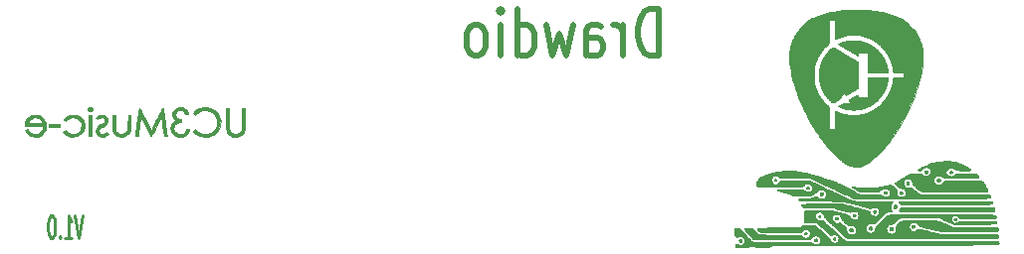
<source format=gbo>
G04 #@! TF.FileFunction,Legend,Bot*
%FSLAX46Y46*%
G04 Gerber Fmt 4.6, Leading zero omitted, Abs format (unit mm)*
G04 Created by KiCad (PCBNEW (after 2015-may-01 BZR unknown)-product) date 28/10/2015 1:31:10*
%MOMM*%
G01*
G04 APERTURE LIST*
%ADD10C,0.150000*%
%ADD11C,0.250000*%
%ADD12C,0.500000*%
%ADD13C,0.100000*%
%ADD14C,0.010000*%
%ADD15O,5.080000X2.540000*%
%ADD16O,1.397000X2.300000*%
%ADD17O,2.300000X1.397000*%
%ADD18O,2.300000X1.600000*%
%ADD19O,2.200000X1.600000*%
%ADD20O,1.501140X1.998980*%
%ADD21O,1.998980X1.501140*%
%ADD22O,2.540000X5.080000*%
%ADD23O,1.500000X2.000000*%
%ADD24O,1.524000X2.300000*%
G04 APERTURE END LIST*
D10*
D11*
X-32512191Y-7794762D02*
X-32845524Y-9794762D01*
X-33178858Y-7794762D01*
X-34036001Y-9794762D02*
X-33464572Y-9794762D01*
X-33750286Y-9794762D02*
X-33750286Y-7794762D01*
X-33655048Y-8080476D01*
X-33559810Y-8270952D01*
X-33464572Y-8366190D01*
X-34464572Y-9604286D02*
X-34512191Y-9699524D01*
X-34464572Y-9794762D01*
X-34416953Y-9699524D01*
X-34464572Y-9604286D01*
X-34464572Y-9794762D01*
X-35131238Y-7794762D02*
X-35226477Y-7794762D01*
X-35321715Y-7890000D01*
X-35369334Y-7985238D01*
X-35416953Y-8175714D01*
X-35464572Y-8556667D01*
X-35464572Y-9032857D01*
X-35416953Y-9413810D01*
X-35369334Y-9604286D01*
X-35321715Y-9699524D01*
X-35226477Y-9794762D01*
X-35131238Y-9794762D01*
X-35036000Y-9699524D01*
X-34988381Y-9604286D01*
X-34940762Y-9413810D01*
X-34893143Y-9032857D01*
X-34893143Y-8556667D01*
X-34940762Y-8175714D01*
X-34988381Y-7985238D01*
X-35036000Y-7890000D01*
X-35131238Y-7794762D01*
D12*
X16453428Y5810476D02*
X16453428Y9810476D01*
X15739143Y9810476D01*
X15310571Y9620000D01*
X15024857Y9239048D01*
X14882000Y8858095D01*
X14739143Y8096190D01*
X14739143Y7524762D01*
X14882000Y6762857D01*
X15024857Y6381905D01*
X15310571Y6000952D01*
X15739143Y5810476D01*
X16453428Y5810476D01*
X13453428Y5810476D02*
X13453428Y8477143D01*
X13453428Y7715238D02*
X13310571Y8096190D01*
X13167714Y8286667D01*
X12882000Y8477143D01*
X12596285Y8477143D01*
X10310571Y5810476D02*
X10310571Y7905714D01*
X10453428Y8286667D01*
X10739142Y8477143D01*
X11310571Y8477143D01*
X11596285Y8286667D01*
X10310571Y6000952D02*
X10596285Y5810476D01*
X11310571Y5810476D01*
X11596285Y6000952D01*
X11739142Y6381905D01*
X11739142Y6762857D01*
X11596285Y7143810D01*
X11310571Y7334286D01*
X10596285Y7334286D01*
X10310571Y7524762D01*
X9167714Y8477143D02*
X8596285Y5810476D01*
X8024856Y7715238D01*
X7453428Y5810476D01*
X6881999Y8477143D01*
X4453428Y5810476D02*
X4453428Y9810476D01*
X4453428Y6000952D02*
X4739142Y5810476D01*
X5310571Y5810476D01*
X5596285Y6000952D01*
X5739142Y6191429D01*
X5881999Y6572381D01*
X5881999Y7715238D01*
X5739142Y8096190D01*
X5596285Y8286667D01*
X5310571Y8477143D01*
X4739142Y8477143D01*
X4453428Y8286667D01*
X3024856Y5810476D02*
X3024856Y8477143D01*
X3024856Y9810476D02*
X3167713Y9620000D01*
X3024856Y9429524D01*
X2881999Y9620000D01*
X3024856Y9810476D01*
X3024856Y9429524D01*
X1167714Y5810476D02*
X1453428Y6000952D01*
X1596285Y6191429D01*
X1739142Y6572381D01*
X1739142Y7715238D01*
X1596285Y8096190D01*
X1453428Y8286667D01*
X1167714Y8477143D01*
X739142Y8477143D01*
X453428Y8286667D01*
X310571Y8096190D01*
X167714Y7715238D01*
X167714Y6572381D01*
X310571Y6191429D01*
X453428Y6000952D01*
X739142Y5810476D01*
X1167714Y5810476D01*
D13*
G36*
X22887744Y-9333698D02*
X22902679Y-9448732D01*
X22935208Y-9532888D01*
X22987330Y-9592797D01*
X23019018Y-9614378D01*
X23069214Y-9639703D01*
X23115325Y-9648669D01*
X23175987Y-9642926D01*
X23228227Y-9632877D01*
X23363031Y-9610367D01*
X23466624Y-9607237D01*
X23550196Y-9624574D01*
X23624942Y-9663468D01*
X23638177Y-9672737D01*
X23729864Y-9763975D01*
X23784265Y-9872275D01*
X23800481Y-9988636D01*
X23777611Y-10104053D01*
X23714757Y-10209523D01*
X23694064Y-10231914D01*
X23588355Y-10313492D01*
X23476574Y-10350797D01*
X23355173Y-10344258D01*
X23220603Y-10294300D01*
X23211934Y-10289881D01*
X23124045Y-10258182D01*
X23048721Y-10256874D01*
X23003163Y-10280073D01*
X22985513Y-10319556D01*
X22975992Y-10383358D01*
X22975454Y-10402455D01*
X22981844Y-10469150D01*
X22997732Y-10517566D01*
X23003163Y-10524836D01*
X23028447Y-10534606D01*
X23084574Y-10542005D01*
X23174982Y-10547198D01*
X23303112Y-10550350D01*
X23472403Y-10551624D01*
X23563118Y-10551629D01*
X24095363Y-10550713D01*
X24222363Y-10482362D01*
X24352328Y-10430661D01*
X24471584Y-10419374D01*
X24575650Y-10448152D01*
X24659827Y-10516387D01*
X24674725Y-10527805D01*
X24701710Y-10536557D01*
X24746236Y-10542962D01*
X24813752Y-10547339D01*
X24909711Y-10550006D01*
X25039563Y-10551284D01*
X25208760Y-10551490D01*
X25258509Y-10551410D01*
X25827181Y-10550274D01*
X25988818Y-10464819D01*
X26150454Y-10379364D01*
X30491545Y-10361846D01*
X30966032Y-10359953D01*
X31481628Y-10357936D01*
X32033262Y-10355813D01*
X32615860Y-10353603D01*
X33224352Y-10351323D01*
X33853664Y-10348993D01*
X34498724Y-10346630D01*
X35154461Y-10344253D01*
X35815803Y-10341881D01*
X36477676Y-10339530D01*
X37135009Y-10337221D01*
X37782729Y-10334970D01*
X38415765Y-10332796D01*
X39029045Y-10330719D01*
X39617495Y-10328755D01*
X40088044Y-10327210D01*
X40680808Y-10325244D01*
X41229041Y-10323346D01*
X41734391Y-10321502D01*
X42198508Y-10319696D01*
X42623043Y-10317912D01*
X43009644Y-10316136D01*
X43359962Y-10314352D01*
X43675646Y-10312545D01*
X43958346Y-10310701D01*
X44209712Y-10308802D01*
X44431393Y-10306836D01*
X44625039Y-10304786D01*
X44792299Y-10302636D01*
X44934825Y-10300373D01*
X45054264Y-10297980D01*
X45152267Y-10295443D01*
X45230484Y-10292746D01*
X45290564Y-10289873D01*
X45334157Y-10286811D01*
X45362913Y-10283543D01*
X45378481Y-10280055D01*
X45381635Y-10278400D01*
X45413184Y-10225599D01*
X45417917Y-10155247D01*
X45396732Y-10086734D01*
X45371213Y-10053897D01*
X45365532Y-10049498D01*
X45357484Y-10045397D01*
X45345463Y-10041581D01*
X45327866Y-10038036D01*
X45303089Y-10034748D01*
X45269528Y-10031704D01*
X45225581Y-10028890D01*
X45169642Y-10026292D01*
X45100108Y-10023897D01*
X45015376Y-10021691D01*
X44913841Y-10019661D01*
X44793899Y-10017792D01*
X44653948Y-10016071D01*
X44492383Y-10014485D01*
X44307600Y-10013019D01*
X44097995Y-10011661D01*
X43861965Y-10010396D01*
X43597907Y-10009211D01*
X43304215Y-10008092D01*
X42979287Y-10007025D01*
X42621518Y-10005997D01*
X42229305Y-10004995D01*
X41801044Y-10004003D01*
X41335131Y-10003010D01*
X40829963Y-10002000D01*
X40283935Y-10000962D01*
X39695444Y-9999880D01*
X39062886Y-9998741D01*
X38851828Y-9998364D01*
X32381048Y-9986818D01*
X32288680Y-9922806D01*
X32222566Y-9874864D01*
X32150015Y-9817651D01*
X32066680Y-9747306D01*
X31968212Y-9659968D01*
X31850261Y-9551777D01*
X31708480Y-9418872D01*
X31538519Y-9257393D01*
X31530636Y-9249868D01*
X31405476Y-9131463D01*
X31281317Y-9015989D01*
X31165204Y-8909853D01*
X31064187Y-8819462D01*
X30985310Y-8751223D01*
X30953363Y-8725014D01*
X30856033Y-8642719D01*
X30751547Y-8546253D01*
X30661333Y-8455461D01*
X30655424Y-8449091D01*
X30567510Y-8355828D01*
X30499152Y-8292155D01*
X30439740Y-8252697D01*
X30378662Y-8232076D01*
X30305304Y-8224918D01*
X30214454Y-8225694D01*
X30107957Y-8225762D01*
X30034052Y-8217643D01*
X29979579Y-8199435D01*
X29960454Y-8189006D01*
X29870316Y-8116014D01*
X29816341Y-8023538D01*
X29793032Y-7902043D01*
X29792768Y-7898140D01*
X29799328Y-7769254D01*
X29840032Y-7668679D01*
X29918159Y-7590371D01*
X29979625Y-7553919D01*
X30101720Y-7514808D01*
X30218883Y-7518620D01*
X30324994Y-7562112D01*
X30413932Y-7642042D01*
X30479575Y-7755165D01*
X30503842Y-7831654D01*
X30523245Y-7896335D01*
X30552158Y-7954231D01*
X30598060Y-8016699D01*
X30668431Y-8095099D01*
X30697110Y-8125170D01*
X30791931Y-8220487D01*
X30902898Y-8327186D01*
X31010811Y-8426931D01*
X31045727Y-8458057D01*
X31109134Y-8515186D01*
X31199916Y-8598851D01*
X31227332Y-8624413D01*
X31227332Y-8020266D01*
X31256168Y-7913387D01*
X31314629Y-7819777D01*
X31401366Y-7746957D01*
X31515033Y-7702447D01*
X31566970Y-7694328D01*
X31687549Y-7692479D01*
X31784627Y-7715568D01*
X31862885Y-7767950D01*
X31927001Y-7853983D01*
X31981655Y-7978023D01*
X32025398Y-8121180D01*
X32043232Y-8170445D01*
X32073074Y-8218000D01*
X32121919Y-8272082D01*
X32196764Y-8340927D01*
X32253502Y-8389730D01*
X32370779Y-8487704D01*
X32461854Y-8558762D01*
X32534611Y-8607144D01*
X32596935Y-8637091D01*
X32656713Y-8652843D01*
X32721829Y-8658642D01*
X32754454Y-8659133D01*
X32902123Y-8668726D01*
X33017671Y-8699207D01*
X33111692Y-8753913D01*
X33144010Y-8781775D01*
X33223034Y-8884967D01*
X33260648Y-9001432D01*
X33256545Y-9123386D01*
X33210416Y-9243044D01*
X33164848Y-9307656D01*
X33068049Y-9388729D01*
X32949541Y-9434216D01*
X32819116Y-9442306D01*
X32686565Y-9411184D01*
X32662091Y-9400754D01*
X32593447Y-9362698D01*
X32537289Y-9320662D01*
X32527122Y-9310426D01*
X32475846Y-9228190D01*
X32438166Y-9120467D01*
X32420885Y-9007449D01*
X32420497Y-8993909D01*
X32413757Y-8928498D01*
X32391627Y-8868617D01*
X32348564Y-8806304D01*
X32279021Y-8733594D01*
X32177454Y-8642527D01*
X32173371Y-8639012D01*
X32058074Y-8545263D01*
X31965345Y-8483601D01*
X31888073Y-8450726D01*
X31819145Y-8443343D01*
X31770198Y-8452102D01*
X31645543Y-8472665D01*
X31527906Y-8464496D01*
X31435174Y-8430061D01*
X31332041Y-8345312D01*
X31263922Y-8243749D01*
X31229468Y-8132894D01*
X31227332Y-8020266D01*
X31227332Y-8624413D01*
X31312197Y-8703543D01*
X31440100Y-8823750D01*
X31577748Y-8953962D01*
X31719265Y-9088668D01*
X31773091Y-9140135D01*
X31907424Y-9268023D01*
X32033953Y-9387104D01*
X32148103Y-9493178D01*
X32245299Y-9582045D01*
X32320968Y-9649505D01*
X32370535Y-9691359D01*
X32385000Y-9701934D01*
X32393163Y-9706182D01*
X32404304Y-9710137D01*
X32420041Y-9713808D01*
X32441987Y-9717205D01*
X32471760Y-9720340D01*
X32510973Y-9723223D01*
X32561244Y-9725865D01*
X32624188Y-9728275D01*
X32701420Y-9730466D01*
X32794557Y-9732446D01*
X32905213Y-9734228D01*
X33035004Y-9735820D01*
X33185547Y-9737235D01*
X33358456Y-9738482D01*
X33555347Y-9739573D01*
X33777837Y-9740517D01*
X34027540Y-9741325D01*
X34306072Y-9742008D01*
X34615049Y-9742577D01*
X34956087Y-9743041D01*
X35330801Y-9743412D01*
X35740807Y-9743700D01*
X36187720Y-9743916D01*
X36673157Y-9744070D01*
X37198732Y-9744173D01*
X37766062Y-9744235D01*
X38376762Y-9744267D01*
X38857745Y-9744277D01*
X39575520Y-9744219D01*
X40247727Y-9744022D01*
X40874978Y-9743685D01*
X41457889Y-9743204D01*
X41997071Y-9742578D01*
X42493139Y-9741804D01*
X42946705Y-9740881D01*
X43358383Y-9739805D01*
X43728786Y-9738574D01*
X44058529Y-9737186D01*
X44348223Y-9735639D01*
X44598483Y-9733931D01*
X44809922Y-9732058D01*
X44983153Y-9730020D01*
X45118790Y-9727812D01*
X45217446Y-9725434D01*
X45279734Y-9722883D01*
X45306268Y-9720156D01*
X45306987Y-9719869D01*
X45361075Y-9668723D01*
X45381611Y-9600717D01*
X45369502Y-9529742D01*
X45325651Y-9469686D01*
X45289185Y-9446728D01*
X45262909Y-9442126D01*
X45204485Y-9438022D01*
X45112549Y-9434402D01*
X44985735Y-9431251D01*
X44822676Y-9428554D01*
X44622007Y-9426298D01*
X44382362Y-9424467D01*
X44102377Y-9423046D01*
X43780684Y-9422022D01*
X43415919Y-9421380D01*
X43006715Y-9421104D01*
X42885909Y-9421091D01*
X40538901Y-9421091D01*
X40041041Y-9304491D01*
X39858617Y-9261676D01*
X39656761Y-9214148D01*
X39451935Y-9165794D01*
X39260600Y-9120498D01*
X39111727Y-9085127D01*
X38970654Y-9052619D01*
X38839187Y-9024342D01*
X38726168Y-9002043D01*
X38640440Y-8987469D01*
X38591402Y-8982364D01*
X38506574Y-8997002D01*
X38408591Y-9043673D01*
X38377330Y-9063027D01*
X38247366Y-9133232D01*
X38133356Y-9163196D01*
X38028557Y-9152900D01*
X37926229Y-9102326D01*
X37873466Y-9061570D01*
X37785939Y-8959592D01*
X37740538Y-8843330D01*
X37738079Y-8719145D01*
X37779378Y-8593395D01*
X37807327Y-8545594D01*
X37894325Y-8453823D01*
X38008037Y-8398759D01*
X38133500Y-8382000D01*
X38226649Y-8390256D01*
X38306019Y-8419324D01*
X38383046Y-8475653D01*
X38469168Y-8565693D01*
X38478525Y-8576569D01*
X38512723Y-8616423D01*
X38543466Y-8649053D01*
X38576035Y-8676395D01*
X38615712Y-8700389D01*
X38667777Y-8722972D01*
X38737512Y-8746083D01*
X38830198Y-8771658D01*
X38951117Y-8801636D01*
X39105550Y-8837956D01*
X39298778Y-8882554D01*
X39335363Y-8890983D01*
X39508461Y-8931057D01*
X39690719Y-8973570D01*
X39868945Y-9015424D01*
X40029947Y-9053519D01*
X40160534Y-9084757D01*
X40172179Y-9087570D01*
X40500994Y-9167091D01*
X42879588Y-9167091D01*
X43262951Y-9167076D01*
X43602812Y-9166999D01*
X43901847Y-9166808D01*
X44162735Y-9166451D01*
X44388155Y-9165879D01*
X44580786Y-9165040D01*
X44743305Y-9163883D01*
X44878391Y-9162357D01*
X44988723Y-9160410D01*
X45076978Y-9157993D01*
X45145836Y-9155054D01*
X45197974Y-9151541D01*
X45236071Y-9147405D01*
X45262806Y-9142593D01*
X45280856Y-9137056D01*
X45292901Y-9130741D01*
X45301619Y-9123598D01*
X45304363Y-9120909D01*
X45344038Y-9051498D01*
X45349035Y-8968468D01*
X45320063Y-8887875D01*
X45292526Y-8852973D01*
X45234507Y-8794953D01*
X43347117Y-8798043D01*
X41459727Y-8801133D01*
X40963272Y-8578775D01*
X40830836Y-8518760D01*
X40717706Y-8466889D01*
X40619583Y-8422572D01*
X40532165Y-8385224D01*
X40451155Y-8354254D01*
X40372252Y-8329077D01*
X40291157Y-8309103D01*
X40203569Y-8293746D01*
X40105190Y-8282416D01*
X39991720Y-8274528D01*
X39858859Y-8269491D01*
X39702307Y-8266720D01*
X39517765Y-8265626D01*
X39300933Y-8265620D01*
X39047511Y-8266116D01*
X38753200Y-8266525D01*
X38679504Y-8266545D01*
X38319442Y-8266932D01*
X38005523Y-8268092D01*
X37737752Y-8270025D01*
X37516133Y-8272731D01*
X37340671Y-8276210D01*
X37211370Y-8280461D01*
X37128236Y-8285486D01*
X37092017Y-8290978D01*
X37014338Y-8333375D01*
X36921999Y-8403425D01*
X36827019Y-8491085D01*
X36747400Y-8578939D01*
X36707904Y-8628981D01*
X36683028Y-8670652D01*
X36669188Y-8717000D01*
X36662800Y-8781077D01*
X36660279Y-8875931D01*
X36659959Y-8897317D01*
X36656875Y-9004414D01*
X36649670Y-9078112D01*
X36635817Y-9131169D01*
X36612788Y-9176340D01*
X36601173Y-9193991D01*
X36503499Y-9302115D01*
X36390839Y-9369039D01*
X36269441Y-9394142D01*
X36145553Y-9376802D01*
X36025424Y-9316396D01*
X35956677Y-9258153D01*
X35875521Y-9148832D01*
X35834799Y-9030410D01*
X35831872Y-8910437D01*
X35864097Y-8796465D01*
X35928835Y-8696044D01*
X36023445Y-8616726D01*
X36145286Y-8566060D01*
X36202464Y-8555327D01*
X36304149Y-8542129D01*
X36379738Y-8528892D01*
X36439149Y-8510154D01*
X36492302Y-8480453D01*
X36549117Y-8434326D01*
X36619511Y-8366312D01*
X36706944Y-8277524D01*
X36810939Y-8174131D01*
X36890439Y-8101403D01*
X36950936Y-8054881D01*
X36997920Y-8030106D01*
X37018671Y-8024368D01*
X37054179Y-8022125D01*
X37131951Y-8020186D01*
X37248069Y-8018567D01*
X37398618Y-8017285D01*
X37579679Y-8016354D01*
X37787335Y-8015794D01*
X38017669Y-8015618D01*
X38266765Y-8015845D01*
X38530706Y-8016491D01*
X38723454Y-8017205D01*
X40351363Y-8024091D01*
X40513000Y-8107654D01*
X40598088Y-8150200D01*
X40673949Y-8185608D01*
X40725891Y-8207061D01*
X40730560Y-8208607D01*
X40773912Y-8225376D01*
X40847665Y-8257210D01*
X40940599Y-8299165D01*
X41019196Y-8335742D01*
X41136908Y-8389401D01*
X41261603Y-8443230D01*
X41374360Y-8489179D01*
X41425091Y-8508415D01*
X41598272Y-8571342D01*
X43349923Y-8555962D01*
X43632588Y-8553212D01*
X43902388Y-8550066D01*
X44155647Y-8546600D01*
X44388691Y-8542887D01*
X44597846Y-8539001D01*
X44779436Y-8535019D01*
X44929788Y-8531012D01*
X45045227Y-8527057D01*
X45122078Y-8523227D01*
X45156667Y-8519597D01*
X45157378Y-8519365D01*
X45214230Y-8482597D01*
X45228692Y-8435877D01*
X45199142Y-8386181D01*
X45190201Y-8378403D01*
X45177956Y-8369979D01*
X45161324Y-8362743D01*
X45136935Y-8356605D01*
X45101421Y-8351475D01*
X45051413Y-8347263D01*
X44983544Y-8343880D01*
X44894443Y-8341234D01*
X44780744Y-8339237D01*
X44639075Y-8337798D01*
X44466071Y-8336828D01*
X44258360Y-8336235D01*
X44012576Y-8335931D01*
X43725349Y-8335825D01*
X43595868Y-8335818D01*
X42054126Y-8335818D01*
X41919627Y-8397394D01*
X41783078Y-8445040D01*
X41661548Y-8457714D01*
X41560930Y-8435179D01*
X41523770Y-8413285D01*
X41432302Y-8327461D01*
X41382307Y-8234177D01*
X41368931Y-8131869D01*
X41389964Y-8010700D01*
X41446588Y-7917194D01*
X41534912Y-7855199D01*
X41651043Y-7828564D01*
X41676441Y-7827818D01*
X41784689Y-7838947D01*
X41875600Y-7877007D01*
X41963823Y-7949013D01*
X41992918Y-7979325D01*
X42087382Y-8081818D01*
X43563100Y-8081478D01*
X43877733Y-8081204D01*
X44148992Y-8080501D01*
X44379684Y-8079317D01*
X44572617Y-8077596D01*
X44730597Y-8075285D01*
X44856430Y-8072330D01*
X44952925Y-8068677D01*
X45022887Y-8064272D01*
X45069123Y-8059062D01*
X45094441Y-8052992D01*
X45096545Y-8052036D01*
X45146356Y-8004550D01*
X45166125Y-7937881D01*
X45156545Y-7867315D01*
X45118309Y-7808139D01*
X45084467Y-7785595D01*
X45065434Y-7782181D01*
X45022987Y-7779037D01*
X44955722Y-7776153D01*
X44862234Y-7773523D01*
X44741121Y-7771136D01*
X44590977Y-7768986D01*
X44410399Y-7767063D01*
X44197983Y-7765360D01*
X43952325Y-7763869D01*
X43672021Y-7762580D01*
X43355667Y-7761486D01*
X43001859Y-7760578D01*
X42609194Y-7759849D01*
X42176266Y-7759290D01*
X41701672Y-7758892D01*
X41184009Y-7758648D01*
X40621871Y-7758549D01*
X40494235Y-7758545D01*
X39955459Y-7758562D01*
X39460941Y-7758621D01*
X39008755Y-7758741D01*
X38596976Y-7758938D01*
X38223681Y-7759229D01*
X37886945Y-7759631D01*
X37584842Y-7760161D01*
X37315448Y-7760836D01*
X37076839Y-7761673D01*
X36867089Y-7762688D01*
X36684275Y-7763899D01*
X36526471Y-7765322D01*
X36391753Y-7766975D01*
X36278195Y-7768873D01*
X36183875Y-7771035D01*
X36106866Y-7773477D01*
X36045244Y-7776216D01*
X35997084Y-7779269D01*
X35960462Y-7782652D01*
X35933453Y-7786383D01*
X35914133Y-7790479D01*
X35900576Y-7794956D01*
X35892355Y-7798955D01*
X35854635Y-7828237D01*
X35791216Y-7886134D01*
X35707492Y-7967116D01*
X35608854Y-8065647D01*
X35500696Y-8176197D01*
X35388410Y-8293232D01*
X35277388Y-8411219D01*
X35173023Y-8524626D01*
X35080707Y-8627920D01*
X35050395Y-8662805D01*
X34977414Y-8752962D01*
X34930356Y-8827100D01*
X34900796Y-8900073D01*
X34888065Y-8948979D01*
X34845562Y-9084001D01*
X34783481Y-9183903D01*
X34695483Y-9257809D01*
X34659268Y-9278258D01*
X34535225Y-9318919D01*
X34413202Y-9315414D01*
X34299484Y-9269563D01*
X34200359Y-9183183D01*
X34164485Y-9135098D01*
X34129865Y-9076158D01*
X34112295Y-9022201D01*
X34107656Y-8954512D01*
X34109973Y-8887452D01*
X34119244Y-8790794D01*
X34138451Y-8721966D01*
X34173000Y-8662840D01*
X34179587Y-8654020D01*
X34246864Y-8580671D01*
X34321864Y-8533554D01*
X34414721Y-8509349D01*
X34535570Y-8504736D01*
X34620536Y-8509575D01*
X34830677Y-8526207D01*
X35293475Y-8053513D01*
X35414398Y-7930415D01*
X35526455Y-7817123D01*
X35625126Y-7718146D01*
X35705892Y-7637991D01*
X35764232Y-7581166D01*
X35795628Y-7552179D01*
X35797912Y-7550379D01*
X35839441Y-7534557D01*
X35913309Y-7519225D01*
X36005723Y-7507053D01*
X36035894Y-7504344D01*
X36153794Y-7491097D01*
X36230977Y-7472780D01*
X36271092Y-7449894D01*
X36291246Y-7424944D01*
X36294069Y-7397654D01*
X36277333Y-7355137D01*
X36244149Y-7293986D01*
X36206075Y-7218552D01*
X36188127Y-7154065D01*
X36185254Y-7077370D01*
X36187454Y-7033968D01*
X36198767Y-6938202D01*
X36223629Y-6864315D01*
X36270333Y-6788304D01*
X36274234Y-6782840D01*
X36299472Y-6748823D01*
X36320942Y-6719402D01*
X36335753Y-6694244D01*
X36341016Y-6673015D01*
X36333843Y-6655383D01*
X36311343Y-6641014D01*
X36270628Y-6629573D01*
X36208809Y-6620728D01*
X36122996Y-6614144D01*
X36010300Y-6609489D01*
X35867831Y-6606429D01*
X35692702Y-6604631D01*
X35482021Y-6603760D01*
X35232901Y-6603483D01*
X34942451Y-6603467D01*
X34720127Y-6603436D01*
X34384108Y-6602954D01*
X34081333Y-6601778D01*
X33813533Y-6599933D01*
X33582441Y-6597444D01*
X33389788Y-6594336D01*
X33237305Y-6590635D01*
X33126726Y-6586365D01*
X33059781Y-6581552D01*
X33043902Y-6579113D01*
X32996798Y-6563388D01*
X32914261Y-6530602D01*
X32802592Y-6483474D01*
X32668089Y-6424724D01*
X32517050Y-6357072D01*
X32355775Y-6283238D01*
X32317257Y-6265370D01*
X32141770Y-6183807D01*
X31963846Y-6101198D01*
X31792336Y-6021646D01*
X31636089Y-5949256D01*
X31503959Y-5888129D01*
X31404795Y-5842370D01*
X31404355Y-5842167D01*
X31300975Y-5794569D01*
X31165441Y-5732161D01*
X31007546Y-5659454D01*
X30837084Y-5580958D01*
X30663847Y-5501180D01*
X30549272Y-5448416D01*
X30375220Y-5368339D01*
X30193086Y-5284683D01*
X30013721Y-5202423D01*
X29847974Y-5126532D01*
X29706695Y-5061982D01*
X29637181Y-5030310D01*
X29290818Y-4872738D01*
X28067000Y-4873278D01*
X27777818Y-4873685D01*
X27532014Y-4874672D01*
X27326788Y-4876302D01*
X27159340Y-4878639D01*
X27026869Y-4881745D01*
X26926574Y-4885684D01*
X26855655Y-4890518D01*
X26811312Y-4896312D01*
X26792497Y-4901997D01*
X26748747Y-4935453D01*
X26692223Y-4990247D01*
X26658371Y-5027657D01*
X26560931Y-5113493D01*
X26454628Y-5159265D01*
X26346810Y-5164770D01*
X26244822Y-5129805D01*
X26156010Y-5054165D01*
X26146206Y-5041847D01*
X26105850Y-4976572D01*
X26083529Y-4902564D01*
X26073827Y-4814668D01*
X26080984Y-4670366D01*
X26120827Y-4553767D01*
X26190896Y-4468033D01*
X26288736Y-4416326D01*
X26394821Y-4401483D01*
X26459628Y-4405636D01*
X26514800Y-4422550D01*
X26576117Y-4458908D01*
X26637062Y-4504059D01*
X26769992Y-4606636D01*
X28065041Y-4618182D01*
X29360091Y-4629727D01*
X30164542Y-5006303D01*
X30345766Y-5091028D01*
X30515308Y-5170086D01*
X30668276Y-5241210D01*
X30799778Y-5302135D01*
X30904922Y-5350594D01*
X30978817Y-5384323D01*
X31016569Y-5401056D01*
X31018906Y-5401996D01*
X31051253Y-5416086D01*
X31120142Y-5447300D01*
X31220280Y-5493197D01*
X31346374Y-5551341D01*
X31493131Y-5619292D01*
X31655259Y-5694610D01*
X31773091Y-5749494D01*
X31956884Y-5835056D01*
X32141460Y-5920737D01*
X32318969Y-6002910D01*
X32481559Y-6077948D01*
X32621378Y-6142225D01*
X32730576Y-6192112D01*
X32766000Y-6208164D01*
X33054636Y-6338455D01*
X38825436Y-6344363D01*
X39440014Y-6344971D01*
X40010070Y-6345484D01*
X40537267Y-6345894D01*
X41023263Y-6346193D01*
X41469720Y-6346371D01*
X41878299Y-6346421D01*
X42250660Y-6346334D01*
X42588464Y-6346102D01*
X42893372Y-6345717D01*
X43167044Y-6345170D01*
X43411140Y-6344452D01*
X43627322Y-6343556D01*
X43817251Y-6342473D01*
X43982586Y-6341194D01*
X44124989Y-6339712D01*
X44246120Y-6338017D01*
X44347640Y-6336102D01*
X44431210Y-6333958D01*
X44498489Y-6331577D01*
X44551140Y-6328950D01*
X44590822Y-6326069D01*
X44619196Y-6322925D01*
X44637923Y-6319511D01*
X44648664Y-6315817D01*
X44650118Y-6314967D01*
X44689990Y-6277240D01*
X44704000Y-6244412D01*
X44689489Y-6184978D01*
X44654363Y-6119349D01*
X44611230Y-6069076D01*
X44595172Y-6058389D01*
X44567301Y-6055778D01*
X44496067Y-6053084D01*
X44384287Y-6050338D01*
X44234779Y-6047569D01*
X44050362Y-6044809D01*
X43833853Y-6042087D01*
X43588070Y-6039435D01*
X43315831Y-6036882D01*
X43019955Y-6034460D01*
X42703259Y-6032198D01*
X42368562Y-6030128D01*
X42018680Y-6028280D01*
X41667545Y-6026727D01*
X38781181Y-6015182D01*
X38654181Y-5953514D01*
X38589733Y-5915759D01*
X38501080Y-5854992D01*
X38398638Y-5778767D01*
X38292822Y-5694635D01*
X38263237Y-5670043D01*
X38166329Y-5590647D01*
X38077905Y-5521950D01*
X38005686Y-5469679D01*
X37957395Y-5439559D01*
X37946144Y-5434901D01*
X37886712Y-5433009D01*
X37819871Y-5447054D01*
X37694191Y-5469546D01*
X37572863Y-5453327D01*
X37463043Y-5404070D01*
X37371890Y-5327448D01*
X37306559Y-5229133D01*
X37274208Y-5114798D01*
X37276730Y-5016537D01*
X37318549Y-4891631D01*
X37395573Y-4791810D01*
X37501174Y-4722595D01*
X37628723Y-4689511D01*
X37671682Y-4687455D01*
X37802074Y-4707777D01*
X37909585Y-4767397D01*
X37991965Y-4864297D01*
X38046965Y-4996457D01*
X38055575Y-5031954D01*
X38104575Y-5164204D01*
X38161091Y-5242319D01*
X38231184Y-5314024D01*
X38322210Y-5398854D01*
X38424362Y-5488527D01*
X38527833Y-5574761D01*
X38622819Y-5649274D01*
X38699511Y-5703783D01*
X38727608Y-5720773D01*
X38823082Y-5772727D01*
X41600255Y-5772727D01*
X42019407Y-5772683D01*
X42394790Y-5772531D01*
X42728817Y-5772239D01*
X43023902Y-5771776D01*
X43282456Y-5771111D01*
X43506894Y-5770213D01*
X43699627Y-5769051D01*
X43863069Y-5767593D01*
X43999633Y-5765810D01*
X44111732Y-5763668D01*
X44201779Y-5761138D01*
X44272187Y-5758189D01*
X44325368Y-5754788D01*
X44363736Y-5750905D01*
X44389703Y-5746510D01*
X44405683Y-5741570D01*
X44413714Y-5736442D01*
X44443556Y-5684413D01*
X44449688Y-5649851D01*
X44437073Y-5603834D01*
X44403088Y-5528794D01*
X44352991Y-5433437D01*
X44292040Y-5326470D01*
X44225494Y-5216603D01*
X44158610Y-5112542D01*
X44096647Y-5022994D01*
X44044862Y-4956669D01*
X44011465Y-4924136D01*
X43935170Y-4872182D01*
X42365921Y-4872182D01*
X40796673Y-4872182D01*
X40631745Y-5043455D01*
X40553195Y-5123006D01*
X40495188Y-5174819D01*
X40447696Y-5205771D01*
X40400691Y-5222736D01*
X40358868Y-5230544D01*
X40224591Y-5230355D01*
X40105835Y-5193132D01*
X40006562Y-5125740D01*
X39930733Y-5035047D01*
X39882311Y-4927918D01*
X39865258Y-4811221D01*
X39883536Y-4691821D01*
X39941108Y-4576585D01*
X39964243Y-4546673D01*
X40045093Y-4475270D01*
X40146382Y-4420078D01*
X40248844Y-4390697D01*
X40282091Y-4388287D01*
X40368070Y-4403423D01*
X40472354Y-4444561D01*
X40580341Y-4505294D01*
X40632562Y-4542073D01*
X40717195Y-4606636D01*
X42156982Y-4612919D01*
X42496955Y-4614040D01*
X42791435Y-4614230D01*
X43041105Y-4613482D01*
X43246645Y-4611786D01*
X43408735Y-4609135D01*
X43528056Y-4605520D01*
X43605288Y-4600933D01*
X43641114Y-4595366D01*
X43642384Y-4594788D01*
X43679075Y-4556985D01*
X43688000Y-4525809D01*
X43669293Y-4471096D01*
X43620004Y-4405552D01*
X43550378Y-4339930D01*
X43470659Y-4284982D01*
X43446381Y-4272223D01*
X43417405Y-4258977D01*
X43387626Y-4248428D01*
X43351812Y-4240323D01*
X43304728Y-4234413D01*
X43241141Y-4230445D01*
X43155817Y-4228169D01*
X43043523Y-4227334D01*
X42899025Y-4227687D01*
X42717089Y-4228979D01*
X42571591Y-4230245D01*
X42362053Y-4232208D01*
X42193691Y-4234170D01*
X42061500Y-4236476D01*
X41960478Y-4239470D01*
X41885618Y-4243496D01*
X41831918Y-4248899D01*
X41794372Y-4256024D01*
X41767976Y-4265214D01*
X41747727Y-4276814D01*
X41732695Y-4287979D01*
X41632905Y-4363986D01*
X41557592Y-4415298D01*
X41496106Y-4447197D01*
X41437796Y-4464967D01*
X41372011Y-4473890D01*
X41355236Y-4475208D01*
X41216792Y-4467928D01*
X41099859Y-4428900D01*
X41007248Y-4364514D01*
X40941772Y-4281164D01*
X40906245Y-4185238D01*
X40903477Y-4083128D01*
X40936282Y-3981226D01*
X41007472Y-3885922D01*
X41072493Y-3832694D01*
X41127351Y-3800784D01*
X41185252Y-3783232D01*
X41262969Y-3776174D01*
X41321268Y-3775364D01*
X41410991Y-3777316D01*
X41475118Y-3787138D01*
X41532895Y-3810771D01*
X41603572Y-3854162D01*
X41626972Y-3869772D01*
X41767569Y-3964181D01*
X42225557Y-3976506D01*
X42378078Y-3979663D01*
X42525537Y-3980994D01*
X42657621Y-3980535D01*
X42764017Y-3978321D01*
X42833636Y-3974461D01*
X42915584Y-3964827D01*
X42962109Y-3952705D01*
X42983927Y-3933617D01*
X42991036Y-3908665D01*
X42987372Y-3877920D01*
X42962840Y-3844824D01*
X42910700Y-3802633D01*
X42832252Y-3749793D01*
X42493673Y-3557013D01*
X42132241Y-3402378D01*
X41745407Y-3284895D01*
X41505909Y-3232919D01*
X41394847Y-3213262D01*
X41298719Y-3199798D01*
X41205216Y-3191813D01*
X41102029Y-3188592D01*
X40976849Y-3189419D01*
X40824727Y-3193354D01*
X40578884Y-3205263D01*
X40352214Y-3226560D01*
X40136587Y-3259341D01*
X39923875Y-3305700D01*
X39705948Y-3367731D01*
X39474677Y-3447530D01*
X39221932Y-3547191D01*
X38939585Y-3668808D01*
X38885091Y-3693148D01*
X38743906Y-3758113D01*
X38641331Y-3809636D01*
X38572830Y-3850735D01*
X38533863Y-3884427D01*
X38519891Y-3913732D01*
X38522853Y-3934045D01*
X38546817Y-3958473D01*
X38600646Y-3969886D01*
X38653212Y-3971636D01*
X38717006Y-3968898D01*
X38766058Y-3956016D01*
X38815211Y-3925986D01*
X38879310Y-3871806D01*
X38895227Y-3857458D01*
X39025342Y-3760006D01*
X39150669Y-3708189D01*
X39272290Y-3701832D01*
X39391285Y-3740764D01*
X39440118Y-3770153D01*
X39524160Y-3853104D01*
X39579194Y-3960298D01*
X39602663Y-4079326D01*
X39592011Y-4197782D01*
X39548768Y-4297267D01*
X39462552Y-4387710D01*
X39350356Y-4448167D01*
X39225881Y-4472279D01*
X39175927Y-4470345D01*
X39111801Y-4459222D01*
X39051263Y-4437448D01*
X38983860Y-4399487D01*
X38899134Y-4339806D01*
X38831406Y-4287979D01*
X38806110Y-4270123D01*
X38778037Y-4257021D01*
X38740026Y-4247941D01*
X38684916Y-4242150D01*
X38605543Y-4238915D01*
X38494746Y-4237504D01*
X38345363Y-4237182D01*
X38334952Y-4237182D01*
X38189574Y-4236908D01*
X38076503Y-4237922D01*
X37986728Y-4242972D01*
X37911240Y-4254810D01*
X37841031Y-4276185D01*
X37767091Y-4309849D01*
X37680410Y-4358552D01*
X37571980Y-4425044D01*
X37432792Y-4512075D01*
X37431134Y-4513108D01*
X37298380Y-4593841D01*
X37146225Y-4683247D01*
X36995551Y-4769197D01*
X36891878Y-4826363D01*
X36788876Y-4884117D01*
X36700084Y-4937978D01*
X36633904Y-4982555D01*
X36598735Y-5012456D01*
X36596190Y-5016148D01*
X36582794Y-5059715D01*
X36592720Y-5106170D01*
X36629901Y-5162256D01*
X36698268Y-5234718D01*
X36754320Y-5287421D01*
X36835868Y-5358064D01*
X36908859Y-5408725D01*
X36987091Y-5446085D01*
X37084364Y-5476824D01*
X37204803Y-5505500D01*
X37283189Y-5540865D01*
X37362071Y-5605123D01*
X37426130Y-5683777D01*
X37454739Y-5741983D01*
X37475929Y-5874756D01*
X37453483Y-6002354D01*
X37389883Y-6117162D01*
X37306016Y-6198482D01*
X37231019Y-6231967D01*
X37130780Y-6248021D01*
X37022808Y-6246682D01*
X36924609Y-6227989D01*
X36860557Y-6197495D01*
X36787372Y-6130290D01*
X36739438Y-6051668D01*
X36712724Y-5951226D01*
X36703200Y-5818561D01*
X36703000Y-5790844D01*
X36703000Y-5589598D01*
X36576000Y-5460504D01*
X36448712Y-5341964D01*
X36333808Y-5256808D01*
X36235022Y-5207482D01*
X36171565Y-5195455D01*
X36109587Y-5203065D01*
X36025861Y-5222722D01*
X35961933Y-5242387D01*
X35854471Y-5273958D01*
X35710759Y-5306945D01*
X35528454Y-5341790D01*
X35305214Y-5378934D01*
X35038697Y-5418817D01*
X34982727Y-5426776D01*
X34737318Y-5452846D01*
X34461281Y-5467553D01*
X34168704Y-5471080D01*
X33873672Y-5463608D01*
X33590275Y-5445321D01*
X33332599Y-5416399D01*
X33254806Y-5404419D01*
X33141080Y-5386498D01*
X33044412Y-5373199D01*
X32973530Y-5365576D01*
X32937160Y-5364686D01*
X32934454Y-5365667D01*
X32926990Y-5386483D01*
X32944093Y-5413989D01*
X32989643Y-5451131D01*
X33067520Y-5500855D01*
X33181607Y-5566106D01*
X33242529Y-5599546D01*
X33539545Y-5761182D01*
X34324636Y-5768140D01*
X34513895Y-5769401D01*
X34691169Y-5769792D01*
X34850463Y-5769360D01*
X34985782Y-5768151D01*
X35091129Y-5766212D01*
X35160509Y-5763593D01*
X35184523Y-5761368D01*
X35243242Y-5738599D01*
X35315722Y-5694394D01*
X35365264Y-5655942D01*
X35462421Y-5577426D01*
X35543143Y-5528529D01*
X35621067Y-5503818D01*
X35709829Y-5497864D01*
X35757145Y-5499869D01*
X35901529Y-5525996D01*
X36012784Y-5583064D01*
X36089553Y-5669766D01*
X36130482Y-5784792D01*
X36137272Y-5866839D01*
X36134631Y-5937217D01*
X36121244Y-5986480D01*
X36088913Y-6032157D01*
X36034217Y-6087206D01*
X35917428Y-6170525D01*
X35788825Y-6210094D01*
X35651867Y-6205746D01*
X35510012Y-6157314D01*
X35437564Y-6116018D01*
X35317545Y-6038273D01*
X34463181Y-6025996D01*
X33608818Y-6013719D01*
X33435636Y-5948594D01*
X33369562Y-5920350D01*
X33269559Y-5873184D01*
X33142131Y-5810489D01*
X32993781Y-5735658D01*
X32831013Y-5652083D01*
X32660330Y-5563158D01*
X32488237Y-5472274D01*
X32321237Y-5382826D01*
X32165834Y-5298204D01*
X32028531Y-5221803D01*
X31915833Y-5157015D01*
X31898125Y-5146529D01*
X31831466Y-5109660D01*
X31751106Y-5070997D01*
X31651993Y-5028558D01*
X31529074Y-4980364D01*
X31377296Y-4924436D01*
X31191605Y-4858792D01*
X30966948Y-4781454D01*
X30962943Y-4780088D01*
X30555856Y-4642889D01*
X30187020Y-4522330D01*
X29851990Y-4417446D01*
X29546322Y-4327271D01*
X29265573Y-4250840D01*
X29005298Y-4187188D01*
X28761053Y-4135349D01*
X28528394Y-4094358D01*
X28302877Y-4063250D01*
X28080059Y-4041060D01*
X27855495Y-4026822D01*
X27624741Y-4019570D01*
X27455091Y-4018134D01*
X27113987Y-4025875D01*
X26802116Y-4050374D01*
X26505065Y-4093302D01*
X26208421Y-4156326D01*
X26162206Y-4167835D01*
X25907902Y-4241106D01*
X25666828Y-4327600D01*
X25443980Y-4424555D01*
X25244356Y-4529213D01*
X25072954Y-4638813D01*
X24934771Y-4750597D01*
X24834804Y-4861805D01*
X24798301Y-4920981D01*
X24768305Y-5006355D01*
X24753788Y-5101419D01*
X24753454Y-5115493D01*
X24760047Y-5193313D01*
X24785934Y-5249705D01*
X24820951Y-5289594D01*
X24864400Y-5327596D01*
X24908889Y-5348232D01*
X24971080Y-5356895D01*
X25034542Y-5358728D01*
X25081233Y-5359025D01*
X25170107Y-5359365D01*
X25297167Y-5359742D01*
X25458412Y-5360145D01*
X25649846Y-5360567D01*
X25867469Y-5361000D01*
X26107283Y-5361435D01*
X26365290Y-5361863D01*
X26637491Y-5362277D01*
X26900909Y-5362642D01*
X27230164Y-5363155D01*
X27516480Y-5363589D01*
X27763097Y-5363688D01*
X27973258Y-5363193D01*
X28150204Y-5361847D01*
X28297177Y-5359392D01*
X28417418Y-5355570D01*
X28514168Y-5350125D01*
X28590671Y-5342797D01*
X28650167Y-5333330D01*
X28695897Y-5321465D01*
X28731104Y-5306946D01*
X28759029Y-5289513D01*
X28782914Y-5268911D01*
X28806000Y-5244881D01*
X28831530Y-5217165D01*
X28839734Y-5208524D01*
X28941349Y-5130760D01*
X29053406Y-5090727D01*
X29168121Y-5085575D01*
X29277707Y-5112452D01*
X29374379Y-5168504D01*
X29450351Y-5250882D01*
X29497838Y-5356732D01*
X29510095Y-5454081D01*
X29487997Y-5574762D01*
X29425656Y-5679922D01*
X29342983Y-5751077D01*
X29243654Y-5788349D01*
X29123572Y-5794500D01*
X28994969Y-5770732D01*
X28870076Y-5718248D01*
X28842604Y-5701889D01*
X28717663Y-5622636D01*
X27630331Y-5622636D01*
X27373523Y-5622811D01*
X27159277Y-5623406D01*
X26983971Y-5624530D01*
X26843986Y-5626290D01*
X26735703Y-5628795D01*
X26655502Y-5632151D01*
X26599762Y-5636466D01*
X26564863Y-5641849D01*
X26547187Y-5648407D01*
X26543000Y-5654999D01*
X26560404Y-5671663D01*
X26614100Y-5694966D01*
X26706310Y-5725646D01*
X26839258Y-5764444D01*
X27014267Y-5811862D01*
X27172758Y-5855096D01*
X27332300Y-5901040D01*
X27481552Y-5946254D01*
X27609172Y-5987298D01*
X27703821Y-6020733D01*
X27706994Y-6021954D01*
X27928454Y-6107546D01*
X28634653Y-6107546D01*
X29340851Y-6107546D01*
X29567064Y-6016124D01*
X29695246Y-5960065D01*
X29795658Y-5904441D01*
X29885435Y-5838910D01*
X29942245Y-5789701D01*
X30034906Y-5709336D01*
X30108426Y-5657075D01*
X30175049Y-5627143D01*
X30247015Y-5613764D01*
X30320786Y-5611091D01*
X30452619Y-5630447D01*
X30563793Y-5683872D01*
X30649739Y-5764406D01*
X30705890Y-5865086D01*
X30727677Y-5978950D01*
X30710533Y-6099036D01*
X30683530Y-6163921D01*
X30611447Y-6269618D01*
X30521123Y-6337385D01*
X30406116Y-6374079D01*
X30277031Y-6381129D01*
X30151684Y-6350440D01*
X30020283Y-6279476D01*
X30007683Y-6270929D01*
X29936405Y-6227103D01*
X29873089Y-6197164D01*
X29838013Y-6188364D01*
X29796566Y-6196743D01*
X29723967Y-6219372D01*
X29631584Y-6252483D01*
X29559134Y-6280727D01*
X29330045Y-6373091D01*
X28882095Y-6373091D01*
X28716800Y-6373695D01*
X28592045Y-6376225D01*
X28502194Y-6381758D01*
X28441615Y-6391369D01*
X28404671Y-6406136D01*
X28385730Y-6427135D01*
X28379156Y-6455442D01*
X28378727Y-6469260D01*
X28379398Y-6486899D01*
X28383349Y-6502339D01*
X28393490Y-6515750D01*
X28412729Y-6527299D01*
X28443975Y-6537153D01*
X28490136Y-6545480D01*
X28554123Y-6552448D01*
X28638843Y-6558225D01*
X28747206Y-6562978D01*
X28882119Y-6566874D01*
X29046493Y-6570082D01*
X29243235Y-6572769D01*
X29475255Y-6575103D01*
X29745462Y-6577251D01*
X30056764Y-6579382D01*
X30318363Y-6581065D01*
X32154091Y-6592766D01*
X32673636Y-6735981D01*
X33008125Y-6827935D01*
X33310166Y-6910459D01*
X33577907Y-6983056D01*
X33809496Y-7045231D01*
X34003080Y-7096487D01*
X34156807Y-7136328D01*
X34268825Y-7164260D01*
X34306061Y-7173023D01*
X34393328Y-7191879D01*
X34453678Y-7199177D01*
X34505116Y-7194069D01*
X34565646Y-7175708D01*
X34612112Y-7158616D01*
X34764518Y-7119265D01*
X34902709Y-7117636D01*
X35021991Y-7151152D01*
X35117671Y-7217239D01*
X35185056Y-7313321D01*
X35219454Y-7436823D01*
X35222928Y-7493814D01*
X35202845Y-7622876D01*
X35144962Y-7730873D01*
X35054975Y-7812259D01*
X34938580Y-7861489D01*
X34832409Y-7874000D01*
X34708209Y-7856679D01*
X34604237Y-7802602D01*
X34516008Y-7708596D01*
X34456699Y-7608455D01*
X34439583Y-7573169D01*
X34424272Y-7543013D01*
X34407191Y-7516655D01*
X34384766Y-7492761D01*
X34353421Y-7469999D01*
X34309583Y-7447036D01*
X34249677Y-7422539D01*
X34170128Y-7395175D01*
X34067363Y-7363611D01*
X33937805Y-7326514D01*
X33777881Y-7282552D01*
X33584017Y-7230392D01*
X33352638Y-7168701D01*
X33089272Y-7098572D01*
X32919896Y-7053399D01*
X32751862Y-7008538D01*
X32594593Y-6966509D01*
X32457514Y-6929832D01*
X32350052Y-6901026D01*
X32304181Y-6888695D01*
X32084818Y-6829618D01*
X30387954Y-6833621D01*
X30064706Y-6834462D01*
X29784518Y-6835402D01*
X29544270Y-6836514D01*
X29340841Y-6837871D01*
X29171109Y-6839547D01*
X29031953Y-6841615D01*
X28920252Y-6844150D01*
X28832885Y-6847223D01*
X28766730Y-6850909D01*
X28718668Y-6855280D01*
X28685575Y-6860411D01*
X28664333Y-6866375D01*
X28651818Y-6873245D01*
X28650363Y-6874482D01*
X28614797Y-6927465D01*
X28620556Y-6988155D01*
X28668273Y-7061242D01*
X28676990Y-7071227D01*
X28744344Y-7146636D01*
X30033581Y-7159945D01*
X31322818Y-7173253D01*
X31576818Y-7247125D01*
X31733094Y-7291428D01*
X31898951Y-7336444D01*
X32067327Y-7380451D01*
X32231155Y-7421727D01*
X32383371Y-7458550D01*
X32516910Y-7489197D01*
X32624708Y-7511947D01*
X32699700Y-7525076D01*
X32727529Y-7527636D01*
X32800846Y-7519567D01*
X32884619Y-7499531D01*
X32904545Y-7493000D01*
X33050925Y-7459178D01*
X33184294Y-7462349D01*
X33299305Y-7499534D01*
X33390615Y-7567751D01*
X33452877Y-7664021D01*
X33480747Y-7785363D01*
X33481732Y-7814844D01*
X33460907Y-7936363D01*
X33402757Y-8038391D01*
X33314064Y-8115126D01*
X33201609Y-8160768D01*
X33072173Y-8169516D01*
X33067618Y-8169102D01*
X32956862Y-8143491D01*
X32861547Y-8086141D01*
X32773695Y-7991360D01*
X32730182Y-7928323D01*
X32697910Y-7879846D01*
X32666133Y-7840505D01*
X32628939Y-7807691D01*
X32580419Y-7778794D01*
X32514662Y-7751206D01*
X32425758Y-7722317D01*
X32307796Y-7689518D01*
X32154867Y-7650200D01*
X32028520Y-7618567D01*
X31877972Y-7580689D01*
X31731107Y-7543129D01*
X31598207Y-7508563D01*
X31489555Y-7479664D01*
X31415433Y-7459107D01*
X31415255Y-7459055D01*
X31376776Y-7448481D01*
X31337640Y-7439624D01*
X31293545Y-7432334D01*
X31240192Y-7426459D01*
X31173282Y-7421847D01*
X31088514Y-7418346D01*
X30981589Y-7415805D01*
X30848206Y-7414072D01*
X30684066Y-7412996D01*
X30484869Y-7412425D01*
X30246315Y-7412206D01*
X30086168Y-7412182D01*
X29815376Y-7412380D01*
X29587229Y-7413034D01*
X29398190Y-7414239D01*
X29244723Y-7416087D01*
X29123293Y-7418670D01*
X29030364Y-7422082D01*
X28962400Y-7426415D01*
X28915864Y-7431762D01*
X28887221Y-7438215D01*
X28875181Y-7443963D01*
X28856402Y-7460620D01*
X28845477Y-7483201D01*
X28841956Y-7520760D01*
X28845387Y-7582352D01*
X28855319Y-7677032D01*
X28861085Y-7726827D01*
X28874985Y-7870484D01*
X28878532Y-7984818D01*
X28871873Y-8085478D01*
X28864971Y-8134304D01*
X28852523Y-8243754D01*
X28858916Y-8319492D01*
X28886484Y-8370934D01*
X28931920Y-8404562D01*
X28969970Y-8412646D01*
X29047169Y-8419393D01*
X29156496Y-8424451D01*
X29290930Y-8427469D01*
X29403251Y-8428182D01*
X29543290Y-8429417D01*
X29670960Y-8432849D01*
X29777629Y-8438065D01*
X29854667Y-8444651D01*
X29891896Y-8451545D01*
X29929026Y-8475267D01*
X29991602Y-8525582D01*
X30072501Y-8596341D01*
X30164599Y-8681393D01*
X30222445Y-8736897D01*
X30359508Y-8868418D01*
X30497886Y-8997709D01*
X30632286Y-9120115D01*
X30757413Y-9230976D01*
X30867971Y-9325637D01*
X30958668Y-9399439D01*
X31024207Y-9447727D01*
X31044842Y-9460298D01*
X31088795Y-9480055D01*
X31129031Y-9484136D01*
X31183228Y-9472108D01*
X31233690Y-9455659D01*
X31372868Y-9427438D01*
X31500305Y-9437556D01*
X31610024Y-9482305D01*
X31696045Y-9557980D01*
X31752390Y-9660871D01*
X31773081Y-9787273D01*
X31773091Y-9790140D01*
X31756718Y-9916790D01*
X31705304Y-10016022D01*
X31615402Y-10094101D01*
X31601125Y-10102781D01*
X31530683Y-10139347D01*
X31468528Y-10156009D01*
X31391982Y-10157627D01*
X31355675Y-10155400D01*
X31271321Y-10144742D01*
X31206831Y-10121889D01*
X31153223Y-10079416D01*
X31101513Y-10009899D01*
X31042718Y-9905911D01*
X31034181Y-9889656D01*
X30995416Y-9822099D01*
X30949363Y-9757330D01*
X30889399Y-9687848D01*
X30808903Y-9606156D01*
X30701253Y-9504752D01*
X30664727Y-9471242D01*
X30546296Y-9362981D01*
X30418439Y-9246013D01*
X30294137Y-9132219D01*
X30186371Y-9033480D01*
X30154658Y-9004397D01*
X30062137Y-8921192D01*
X29972929Y-8843902D01*
X29897067Y-8781040D01*
X29844583Y-8741120D01*
X29843755Y-8740555D01*
X29754284Y-8679839D01*
X29233915Y-8686783D01*
X28713545Y-8693727D01*
X28601299Y-8774546D01*
X28489053Y-8855364D01*
X26705602Y-8866909D01*
X26369268Y-8869109D01*
X26076144Y-8871175D01*
X25823258Y-8873279D01*
X25607641Y-8875594D01*
X25426322Y-8878292D01*
X25276328Y-8881544D01*
X25154691Y-8885523D01*
X25058439Y-8890400D01*
X24984600Y-8896348D01*
X24930205Y-8903538D01*
X24892282Y-8912143D01*
X24867860Y-8922334D01*
X24853970Y-8934283D01*
X24847638Y-8948164D01*
X24845896Y-8964146D01*
X24845818Y-8974581D01*
X24862809Y-9024285D01*
X24906368Y-9086927D01*
X24965372Y-9148753D01*
X25021385Y-9191656D01*
X25036440Y-9200107D01*
X25054495Y-9207420D01*
X25078793Y-9213680D01*
X25112578Y-9218966D01*
X25159095Y-9223361D01*
X25221587Y-9226948D01*
X25303299Y-9229808D01*
X25407475Y-9232023D01*
X25537359Y-9233675D01*
X25696195Y-9234846D01*
X25887227Y-9235618D01*
X26113699Y-9236074D01*
X26378856Y-9236294D01*
X26685941Y-9236361D01*
X26790529Y-9236364D01*
X28487334Y-9236364D01*
X28643002Y-9134120D01*
X28773250Y-9059348D01*
X28886319Y-9019921D01*
X28991621Y-9013428D01*
X29063081Y-9026454D01*
X29166566Y-9074946D01*
X29254826Y-9154089D01*
X29318352Y-9252157D01*
X29347635Y-9357424D01*
X29348545Y-9378423D01*
X29332197Y-9456587D01*
X29290368Y-9544539D01*
X29233881Y-9623523D01*
X29179498Y-9671410D01*
X29055581Y-9723783D01*
X28930229Y-9731454D01*
X28801564Y-9694147D01*
X28667708Y-9611582D01*
X28643096Y-9592039D01*
X28533146Y-9501909D01*
X26810709Y-9484255D01*
X26491166Y-9480676D01*
X26195237Y-9476755D01*
X25925619Y-9472552D01*
X25685014Y-9468130D01*
X25476119Y-9463548D01*
X25301634Y-9458869D01*
X25164259Y-9454154D01*
X25066693Y-9449464D01*
X25011634Y-9444860D01*
X25002724Y-9443231D01*
X24956342Y-9423357D01*
X24900917Y-9384380D01*
X24830668Y-9321378D01*
X24739816Y-9229432D01*
X24692183Y-9178924D01*
X24605378Y-9089120D01*
X24523445Y-9010032D01*
X24454265Y-8948878D01*
X24405719Y-8912879D01*
X24396732Y-8908220D01*
X24329561Y-8892501D01*
X24221718Y-8883767D01*
X24078243Y-8882423D01*
X24076784Y-8882446D01*
X23945961Y-8887069D01*
X23855048Y-8897271D01*
X23797924Y-8914892D01*
X23768471Y-8941767D01*
X23760545Y-8977401D01*
X23775883Y-9013315D01*
X23818299Y-9075960D01*
X23882396Y-9159231D01*
X23962779Y-9257021D01*
X24054050Y-9363227D01*
X24150815Y-9471742D01*
X24247676Y-9576462D01*
X24339237Y-9671282D01*
X24420102Y-9750096D01*
X24484875Y-9806799D01*
X24509890Y-9825182D01*
X24522030Y-9832658D01*
X24536174Y-9839270D01*
X24555040Y-9845062D01*
X24581349Y-9850077D01*
X24617821Y-9854361D01*
X24667174Y-9857957D01*
X24732128Y-9860908D01*
X24815403Y-9863259D01*
X24919719Y-9865053D01*
X25047795Y-9866335D01*
X25202351Y-9867149D01*
X25386106Y-9867538D01*
X25601779Y-9867546D01*
X25852092Y-9867217D01*
X26139762Y-9866595D01*
X26467509Y-9865725D01*
X26838054Y-9864649D01*
X26935460Y-9864360D01*
X27367065Y-9862842D01*
X27757974Y-9860980D01*
X28107590Y-9858781D01*
X28415317Y-9856253D01*
X28680559Y-9853404D01*
X28902720Y-9850241D01*
X29081204Y-9846771D01*
X29215415Y-9843003D01*
X29304756Y-9838943D01*
X29348632Y-9834599D01*
X29351900Y-9833697D01*
X29402459Y-9801715D01*
X29461066Y-9747576D01*
X29487334Y-9717515D01*
X29581044Y-9619775D01*
X29677112Y-9561818D01*
X29786089Y-9537980D01*
X29824267Y-9536632D01*
X29944250Y-9555756D01*
X30044190Y-9608166D01*
X30122102Y-9686135D01*
X30175999Y-9781937D01*
X30203896Y-9887843D01*
X30203807Y-9996128D01*
X30173745Y-10099063D01*
X30111726Y-10188923D01*
X30015763Y-10257979D01*
X30010329Y-10260609D01*
X29899497Y-10295423D01*
X29782470Y-10294710D01*
X29651866Y-10257614D01*
X29542040Y-10206182D01*
X29367709Y-10113818D01*
X26950900Y-10112515D01*
X26535695Y-10112153D01*
X26164733Y-10111523D01*
X25836076Y-10110603D01*
X25547786Y-10109372D01*
X25297925Y-10107805D01*
X25084555Y-10105882D01*
X24905737Y-10103580D01*
X24759535Y-10100875D01*
X24644009Y-10097747D01*
X24557222Y-10094171D01*
X24497235Y-10090127D01*
X24462111Y-10085591D01*
X24454637Y-10083651D01*
X24405858Y-10056290D01*
X24340997Y-10001077D01*
X24256597Y-9914724D01*
X24149199Y-9793946D01*
X24146267Y-9790546D01*
X23978256Y-9597133D01*
X23824120Y-9422641D01*
X23686332Y-9269735D01*
X23567371Y-9141081D01*
X23469711Y-9039347D01*
X23395828Y-8967199D01*
X23348198Y-8927303D01*
X23340283Y-8922470D01*
X23265498Y-8898920D01*
X23170986Y-8889603D01*
X23073952Y-8894057D01*
X22991604Y-8911820D01*
X22950643Y-8932932D01*
X22924541Y-8959256D01*
X22907683Y-8994305D01*
X22897317Y-9049056D01*
X22890690Y-9134488D01*
X22888404Y-9181159D01*
X22887744Y-9333698D01*
X22887744Y-9333698D01*
X22887744Y-9333698D01*
G37*
X22887744Y-9333698D02*
X22902679Y-9448732D01*
X22935208Y-9532888D01*
X22987330Y-9592797D01*
X23019018Y-9614378D01*
X23069214Y-9639703D01*
X23115325Y-9648669D01*
X23175987Y-9642926D01*
X23228227Y-9632877D01*
X23363031Y-9610367D01*
X23466624Y-9607237D01*
X23550196Y-9624574D01*
X23624942Y-9663468D01*
X23638177Y-9672737D01*
X23729864Y-9763975D01*
X23784265Y-9872275D01*
X23800481Y-9988636D01*
X23777611Y-10104053D01*
X23714757Y-10209523D01*
X23694064Y-10231914D01*
X23588355Y-10313492D01*
X23476574Y-10350797D01*
X23355173Y-10344258D01*
X23220603Y-10294300D01*
X23211934Y-10289881D01*
X23124045Y-10258182D01*
X23048721Y-10256874D01*
X23003163Y-10280073D01*
X22985513Y-10319556D01*
X22975992Y-10383358D01*
X22975454Y-10402455D01*
X22981844Y-10469150D01*
X22997732Y-10517566D01*
X23003163Y-10524836D01*
X23028447Y-10534606D01*
X23084574Y-10542005D01*
X23174982Y-10547198D01*
X23303112Y-10550350D01*
X23472403Y-10551624D01*
X23563118Y-10551629D01*
X24095363Y-10550713D01*
X24222363Y-10482362D01*
X24352328Y-10430661D01*
X24471584Y-10419374D01*
X24575650Y-10448152D01*
X24659827Y-10516387D01*
X24674725Y-10527805D01*
X24701710Y-10536557D01*
X24746236Y-10542962D01*
X24813752Y-10547339D01*
X24909711Y-10550006D01*
X25039563Y-10551284D01*
X25208760Y-10551490D01*
X25258509Y-10551410D01*
X25827181Y-10550274D01*
X25988818Y-10464819D01*
X26150454Y-10379364D01*
X30491545Y-10361846D01*
X30966032Y-10359953D01*
X31481628Y-10357936D01*
X32033262Y-10355813D01*
X32615860Y-10353603D01*
X33224352Y-10351323D01*
X33853664Y-10348993D01*
X34498724Y-10346630D01*
X35154461Y-10344253D01*
X35815803Y-10341881D01*
X36477676Y-10339530D01*
X37135009Y-10337221D01*
X37782729Y-10334970D01*
X38415765Y-10332796D01*
X39029045Y-10330719D01*
X39617495Y-10328755D01*
X40088044Y-10327210D01*
X40680808Y-10325244D01*
X41229041Y-10323346D01*
X41734391Y-10321502D01*
X42198508Y-10319696D01*
X42623043Y-10317912D01*
X43009644Y-10316136D01*
X43359962Y-10314352D01*
X43675646Y-10312545D01*
X43958346Y-10310701D01*
X44209712Y-10308802D01*
X44431393Y-10306836D01*
X44625039Y-10304786D01*
X44792299Y-10302636D01*
X44934825Y-10300373D01*
X45054264Y-10297980D01*
X45152267Y-10295443D01*
X45230484Y-10292746D01*
X45290564Y-10289873D01*
X45334157Y-10286811D01*
X45362913Y-10283543D01*
X45378481Y-10280055D01*
X45381635Y-10278400D01*
X45413184Y-10225599D01*
X45417917Y-10155247D01*
X45396732Y-10086734D01*
X45371213Y-10053897D01*
X45365532Y-10049498D01*
X45357484Y-10045397D01*
X45345463Y-10041581D01*
X45327866Y-10038036D01*
X45303089Y-10034748D01*
X45269528Y-10031704D01*
X45225581Y-10028890D01*
X45169642Y-10026292D01*
X45100108Y-10023897D01*
X45015376Y-10021691D01*
X44913841Y-10019661D01*
X44793899Y-10017792D01*
X44653948Y-10016071D01*
X44492383Y-10014485D01*
X44307600Y-10013019D01*
X44097995Y-10011661D01*
X43861965Y-10010396D01*
X43597907Y-10009211D01*
X43304215Y-10008092D01*
X42979287Y-10007025D01*
X42621518Y-10005997D01*
X42229305Y-10004995D01*
X41801044Y-10004003D01*
X41335131Y-10003010D01*
X40829963Y-10002000D01*
X40283935Y-10000962D01*
X39695444Y-9999880D01*
X39062886Y-9998741D01*
X38851828Y-9998364D01*
X32381048Y-9986818D01*
X32288680Y-9922806D01*
X32222566Y-9874864D01*
X32150015Y-9817651D01*
X32066680Y-9747306D01*
X31968212Y-9659968D01*
X31850261Y-9551777D01*
X31708480Y-9418872D01*
X31538519Y-9257393D01*
X31530636Y-9249868D01*
X31405476Y-9131463D01*
X31281317Y-9015989D01*
X31165204Y-8909853D01*
X31064187Y-8819462D01*
X30985310Y-8751223D01*
X30953363Y-8725014D01*
X30856033Y-8642719D01*
X30751547Y-8546253D01*
X30661333Y-8455461D01*
X30655424Y-8449091D01*
X30567510Y-8355828D01*
X30499152Y-8292155D01*
X30439740Y-8252697D01*
X30378662Y-8232076D01*
X30305304Y-8224918D01*
X30214454Y-8225694D01*
X30107957Y-8225762D01*
X30034052Y-8217643D01*
X29979579Y-8199435D01*
X29960454Y-8189006D01*
X29870316Y-8116014D01*
X29816341Y-8023538D01*
X29793032Y-7902043D01*
X29792768Y-7898140D01*
X29799328Y-7769254D01*
X29840032Y-7668679D01*
X29918159Y-7590371D01*
X29979625Y-7553919D01*
X30101720Y-7514808D01*
X30218883Y-7518620D01*
X30324994Y-7562112D01*
X30413932Y-7642042D01*
X30479575Y-7755165D01*
X30503842Y-7831654D01*
X30523245Y-7896335D01*
X30552158Y-7954231D01*
X30598060Y-8016699D01*
X30668431Y-8095099D01*
X30697110Y-8125170D01*
X30791931Y-8220487D01*
X30902898Y-8327186D01*
X31010811Y-8426931D01*
X31045727Y-8458057D01*
X31109134Y-8515186D01*
X31199916Y-8598851D01*
X31227332Y-8624413D01*
X31227332Y-8020266D01*
X31256168Y-7913387D01*
X31314629Y-7819777D01*
X31401366Y-7746957D01*
X31515033Y-7702447D01*
X31566970Y-7694328D01*
X31687549Y-7692479D01*
X31784627Y-7715568D01*
X31862885Y-7767950D01*
X31927001Y-7853983D01*
X31981655Y-7978023D01*
X32025398Y-8121180D01*
X32043232Y-8170445D01*
X32073074Y-8218000D01*
X32121919Y-8272082D01*
X32196764Y-8340927D01*
X32253502Y-8389730D01*
X32370779Y-8487704D01*
X32461854Y-8558762D01*
X32534611Y-8607144D01*
X32596935Y-8637091D01*
X32656713Y-8652843D01*
X32721829Y-8658642D01*
X32754454Y-8659133D01*
X32902123Y-8668726D01*
X33017671Y-8699207D01*
X33111692Y-8753913D01*
X33144010Y-8781775D01*
X33223034Y-8884967D01*
X33260648Y-9001432D01*
X33256545Y-9123386D01*
X33210416Y-9243044D01*
X33164848Y-9307656D01*
X33068049Y-9388729D01*
X32949541Y-9434216D01*
X32819116Y-9442306D01*
X32686565Y-9411184D01*
X32662091Y-9400754D01*
X32593447Y-9362698D01*
X32537289Y-9320662D01*
X32527122Y-9310426D01*
X32475846Y-9228190D01*
X32438166Y-9120467D01*
X32420885Y-9007449D01*
X32420497Y-8993909D01*
X32413757Y-8928498D01*
X32391627Y-8868617D01*
X32348564Y-8806304D01*
X32279021Y-8733594D01*
X32177454Y-8642527D01*
X32173371Y-8639012D01*
X32058074Y-8545263D01*
X31965345Y-8483601D01*
X31888073Y-8450726D01*
X31819145Y-8443343D01*
X31770198Y-8452102D01*
X31645543Y-8472665D01*
X31527906Y-8464496D01*
X31435174Y-8430061D01*
X31332041Y-8345312D01*
X31263922Y-8243749D01*
X31229468Y-8132894D01*
X31227332Y-8020266D01*
X31227332Y-8624413D01*
X31312197Y-8703543D01*
X31440100Y-8823750D01*
X31577748Y-8953962D01*
X31719265Y-9088668D01*
X31773091Y-9140135D01*
X31907424Y-9268023D01*
X32033953Y-9387104D01*
X32148103Y-9493178D01*
X32245299Y-9582045D01*
X32320968Y-9649505D01*
X32370535Y-9691359D01*
X32385000Y-9701934D01*
X32393163Y-9706182D01*
X32404304Y-9710137D01*
X32420041Y-9713808D01*
X32441987Y-9717205D01*
X32471760Y-9720340D01*
X32510973Y-9723223D01*
X32561244Y-9725865D01*
X32624188Y-9728275D01*
X32701420Y-9730466D01*
X32794557Y-9732446D01*
X32905213Y-9734228D01*
X33035004Y-9735820D01*
X33185547Y-9737235D01*
X33358456Y-9738482D01*
X33555347Y-9739573D01*
X33777837Y-9740517D01*
X34027540Y-9741325D01*
X34306072Y-9742008D01*
X34615049Y-9742577D01*
X34956087Y-9743041D01*
X35330801Y-9743412D01*
X35740807Y-9743700D01*
X36187720Y-9743916D01*
X36673157Y-9744070D01*
X37198732Y-9744173D01*
X37766062Y-9744235D01*
X38376762Y-9744267D01*
X38857745Y-9744277D01*
X39575520Y-9744219D01*
X40247727Y-9744022D01*
X40874978Y-9743685D01*
X41457889Y-9743204D01*
X41997071Y-9742578D01*
X42493139Y-9741804D01*
X42946705Y-9740881D01*
X43358383Y-9739805D01*
X43728786Y-9738574D01*
X44058529Y-9737186D01*
X44348223Y-9735639D01*
X44598483Y-9733931D01*
X44809922Y-9732058D01*
X44983153Y-9730020D01*
X45118790Y-9727812D01*
X45217446Y-9725434D01*
X45279734Y-9722883D01*
X45306268Y-9720156D01*
X45306987Y-9719869D01*
X45361075Y-9668723D01*
X45381611Y-9600717D01*
X45369502Y-9529742D01*
X45325651Y-9469686D01*
X45289185Y-9446728D01*
X45262909Y-9442126D01*
X45204485Y-9438022D01*
X45112549Y-9434402D01*
X44985735Y-9431251D01*
X44822676Y-9428554D01*
X44622007Y-9426298D01*
X44382362Y-9424467D01*
X44102377Y-9423046D01*
X43780684Y-9422022D01*
X43415919Y-9421380D01*
X43006715Y-9421104D01*
X42885909Y-9421091D01*
X40538901Y-9421091D01*
X40041041Y-9304491D01*
X39858617Y-9261676D01*
X39656761Y-9214148D01*
X39451935Y-9165794D01*
X39260600Y-9120498D01*
X39111727Y-9085127D01*
X38970654Y-9052619D01*
X38839187Y-9024342D01*
X38726168Y-9002043D01*
X38640440Y-8987469D01*
X38591402Y-8982364D01*
X38506574Y-8997002D01*
X38408591Y-9043673D01*
X38377330Y-9063027D01*
X38247366Y-9133232D01*
X38133356Y-9163196D01*
X38028557Y-9152900D01*
X37926229Y-9102326D01*
X37873466Y-9061570D01*
X37785939Y-8959592D01*
X37740538Y-8843330D01*
X37738079Y-8719145D01*
X37779378Y-8593395D01*
X37807327Y-8545594D01*
X37894325Y-8453823D01*
X38008037Y-8398759D01*
X38133500Y-8382000D01*
X38226649Y-8390256D01*
X38306019Y-8419324D01*
X38383046Y-8475653D01*
X38469168Y-8565693D01*
X38478525Y-8576569D01*
X38512723Y-8616423D01*
X38543466Y-8649053D01*
X38576035Y-8676395D01*
X38615712Y-8700389D01*
X38667777Y-8722972D01*
X38737512Y-8746083D01*
X38830198Y-8771658D01*
X38951117Y-8801636D01*
X39105550Y-8837956D01*
X39298778Y-8882554D01*
X39335363Y-8890983D01*
X39508461Y-8931057D01*
X39690719Y-8973570D01*
X39868945Y-9015424D01*
X40029947Y-9053519D01*
X40160534Y-9084757D01*
X40172179Y-9087570D01*
X40500994Y-9167091D01*
X42879588Y-9167091D01*
X43262951Y-9167076D01*
X43602812Y-9166999D01*
X43901847Y-9166808D01*
X44162735Y-9166451D01*
X44388155Y-9165879D01*
X44580786Y-9165040D01*
X44743305Y-9163883D01*
X44878391Y-9162357D01*
X44988723Y-9160410D01*
X45076978Y-9157993D01*
X45145836Y-9155054D01*
X45197974Y-9151541D01*
X45236071Y-9147405D01*
X45262806Y-9142593D01*
X45280856Y-9137056D01*
X45292901Y-9130741D01*
X45301619Y-9123598D01*
X45304363Y-9120909D01*
X45344038Y-9051498D01*
X45349035Y-8968468D01*
X45320063Y-8887875D01*
X45292526Y-8852973D01*
X45234507Y-8794953D01*
X43347117Y-8798043D01*
X41459727Y-8801133D01*
X40963272Y-8578775D01*
X40830836Y-8518760D01*
X40717706Y-8466889D01*
X40619583Y-8422572D01*
X40532165Y-8385224D01*
X40451155Y-8354254D01*
X40372252Y-8329077D01*
X40291157Y-8309103D01*
X40203569Y-8293746D01*
X40105190Y-8282416D01*
X39991720Y-8274528D01*
X39858859Y-8269491D01*
X39702307Y-8266720D01*
X39517765Y-8265626D01*
X39300933Y-8265620D01*
X39047511Y-8266116D01*
X38753200Y-8266525D01*
X38679504Y-8266545D01*
X38319442Y-8266932D01*
X38005523Y-8268092D01*
X37737752Y-8270025D01*
X37516133Y-8272731D01*
X37340671Y-8276210D01*
X37211370Y-8280461D01*
X37128236Y-8285486D01*
X37092017Y-8290978D01*
X37014338Y-8333375D01*
X36921999Y-8403425D01*
X36827019Y-8491085D01*
X36747400Y-8578939D01*
X36707904Y-8628981D01*
X36683028Y-8670652D01*
X36669188Y-8717000D01*
X36662800Y-8781077D01*
X36660279Y-8875931D01*
X36659959Y-8897317D01*
X36656875Y-9004414D01*
X36649670Y-9078112D01*
X36635817Y-9131169D01*
X36612788Y-9176340D01*
X36601173Y-9193991D01*
X36503499Y-9302115D01*
X36390839Y-9369039D01*
X36269441Y-9394142D01*
X36145553Y-9376802D01*
X36025424Y-9316396D01*
X35956677Y-9258153D01*
X35875521Y-9148832D01*
X35834799Y-9030410D01*
X35831872Y-8910437D01*
X35864097Y-8796465D01*
X35928835Y-8696044D01*
X36023445Y-8616726D01*
X36145286Y-8566060D01*
X36202464Y-8555327D01*
X36304149Y-8542129D01*
X36379738Y-8528892D01*
X36439149Y-8510154D01*
X36492302Y-8480453D01*
X36549117Y-8434326D01*
X36619511Y-8366312D01*
X36706944Y-8277524D01*
X36810939Y-8174131D01*
X36890439Y-8101403D01*
X36950936Y-8054881D01*
X36997920Y-8030106D01*
X37018671Y-8024368D01*
X37054179Y-8022125D01*
X37131951Y-8020186D01*
X37248069Y-8018567D01*
X37398618Y-8017285D01*
X37579679Y-8016354D01*
X37787335Y-8015794D01*
X38017669Y-8015618D01*
X38266765Y-8015845D01*
X38530706Y-8016491D01*
X38723454Y-8017205D01*
X40351363Y-8024091D01*
X40513000Y-8107654D01*
X40598088Y-8150200D01*
X40673949Y-8185608D01*
X40725891Y-8207061D01*
X40730560Y-8208607D01*
X40773912Y-8225376D01*
X40847665Y-8257210D01*
X40940599Y-8299165D01*
X41019196Y-8335742D01*
X41136908Y-8389401D01*
X41261603Y-8443230D01*
X41374360Y-8489179D01*
X41425091Y-8508415D01*
X41598272Y-8571342D01*
X43349923Y-8555962D01*
X43632588Y-8553212D01*
X43902388Y-8550066D01*
X44155647Y-8546600D01*
X44388691Y-8542887D01*
X44597846Y-8539001D01*
X44779436Y-8535019D01*
X44929788Y-8531012D01*
X45045227Y-8527057D01*
X45122078Y-8523227D01*
X45156667Y-8519597D01*
X45157378Y-8519365D01*
X45214230Y-8482597D01*
X45228692Y-8435877D01*
X45199142Y-8386181D01*
X45190201Y-8378403D01*
X45177956Y-8369979D01*
X45161324Y-8362743D01*
X45136935Y-8356605D01*
X45101421Y-8351475D01*
X45051413Y-8347263D01*
X44983544Y-8343880D01*
X44894443Y-8341234D01*
X44780744Y-8339237D01*
X44639075Y-8337798D01*
X44466071Y-8336828D01*
X44258360Y-8336235D01*
X44012576Y-8335931D01*
X43725349Y-8335825D01*
X43595868Y-8335818D01*
X42054126Y-8335818D01*
X41919627Y-8397394D01*
X41783078Y-8445040D01*
X41661548Y-8457714D01*
X41560930Y-8435179D01*
X41523770Y-8413285D01*
X41432302Y-8327461D01*
X41382307Y-8234177D01*
X41368931Y-8131869D01*
X41389964Y-8010700D01*
X41446588Y-7917194D01*
X41534912Y-7855199D01*
X41651043Y-7828564D01*
X41676441Y-7827818D01*
X41784689Y-7838947D01*
X41875600Y-7877007D01*
X41963823Y-7949013D01*
X41992918Y-7979325D01*
X42087382Y-8081818D01*
X43563100Y-8081478D01*
X43877733Y-8081204D01*
X44148992Y-8080501D01*
X44379684Y-8079317D01*
X44572617Y-8077596D01*
X44730597Y-8075285D01*
X44856430Y-8072330D01*
X44952925Y-8068677D01*
X45022887Y-8064272D01*
X45069123Y-8059062D01*
X45094441Y-8052992D01*
X45096545Y-8052036D01*
X45146356Y-8004550D01*
X45166125Y-7937881D01*
X45156545Y-7867315D01*
X45118309Y-7808139D01*
X45084467Y-7785595D01*
X45065434Y-7782181D01*
X45022987Y-7779037D01*
X44955722Y-7776153D01*
X44862234Y-7773523D01*
X44741121Y-7771136D01*
X44590977Y-7768986D01*
X44410399Y-7767063D01*
X44197983Y-7765360D01*
X43952325Y-7763869D01*
X43672021Y-7762580D01*
X43355667Y-7761486D01*
X43001859Y-7760578D01*
X42609194Y-7759849D01*
X42176266Y-7759290D01*
X41701672Y-7758892D01*
X41184009Y-7758648D01*
X40621871Y-7758549D01*
X40494235Y-7758545D01*
X39955459Y-7758562D01*
X39460941Y-7758621D01*
X39008755Y-7758741D01*
X38596976Y-7758938D01*
X38223681Y-7759229D01*
X37886945Y-7759631D01*
X37584842Y-7760161D01*
X37315448Y-7760836D01*
X37076839Y-7761673D01*
X36867089Y-7762688D01*
X36684275Y-7763899D01*
X36526471Y-7765322D01*
X36391753Y-7766975D01*
X36278195Y-7768873D01*
X36183875Y-7771035D01*
X36106866Y-7773477D01*
X36045244Y-7776216D01*
X35997084Y-7779269D01*
X35960462Y-7782652D01*
X35933453Y-7786383D01*
X35914133Y-7790479D01*
X35900576Y-7794956D01*
X35892355Y-7798955D01*
X35854635Y-7828237D01*
X35791216Y-7886134D01*
X35707492Y-7967116D01*
X35608854Y-8065647D01*
X35500696Y-8176197D01*
X35388410Y-8293232D01*
X35277388Y-8411219D01*
X35173023Y-8524626D01*
X35080707Y-8627920D01*
X35050395Y-8662805D01*
X34977414Y-8752962D01*
X34930356Y-8827100D01*
X34900796Y-8900073D01*
X34888065Y-8948979D01*
X34845562Y-9084001D01*
X34783481Y-9183903D01*
X34695483Y-9257809D01*
X34659268Y-9278258D01*
X34535225Y-9318919D01*
X34413202Y-9315414D01*
X34299484Y-9269563D01*
X34200359Y-9183183D01*
X34164485Y-9135098D01*
X34129865Y-9076158D01*
X34112295Y-9022201D01*
X34107656Y-8954512D01*
X34109973Y-8887452D01*
X34119244Y-8790794D01*
X34138451Y-8721966D01*
X34173000Y-8662840D01*
X34179587Y-8654020D01*
X34246864Y-8580671D01*
X34321864Y-8533554D01*
X34414721Y-8509349D01*
X34535570Y-8504736D01*
X34620536Y-8509575D01*
X34830677Y-8526207D01*
X35293475Y-8053513D01*
X35414398Y-7930415D01*
X35526455Y-7817123D01*
X35625126Y-7718146D01*
X35705892Y-7637991D01*
X35764232Y-7581166D01*
X35795628Y-7552179D01*
X35797912Y-7550379D01*
X35839441Y-7534557D01*
X35913309Y-7519225D01*
X36005723Y-7507053D01*
X36035894Y-7504344D01*
X36153794Y-7491097D01*
X36230977Y-7472780D01*
X36271092Y-7449894D01*
X36291246Y-7424944D01*
X36294069Y-7397654D01*
X36277333Y-7355137D01*
X36244149Y-7293986D01*
X36206075Y-7218552D01*
X36188127Y-7154065D01*
X36185254Y-7077370D01*
X36187454Y-7033968D01*
X36198767Y-6938202D01*
X36223629Y-6864315D01*
X36270333Y-6788304D01*
X36274234Y-6782840D01*
X36299472Y-6748823D01*
X36320942Y-6719402D01*
X36335753Y-6694244D01*
X36341016Y-6673015D01*
X36333843Y-6655383D01*
X36311343Y-6641014D01*
X36270628Y-6629573D01*
X36208809Y-6620728D01*
X36122996Y-6614144D01*
X36010300Y-6609489D01*
X35867831Y-6606429D01*
X35692702Y-6604631D01*
X35482021Y-6603760D01*
X35232901Y-6603483D01*
X34942451Y-6603467D01*
X34720127Y-6603436D01*
X34384108Y-6602954D01*
X34081333Y-6601778D01*
X33813533Y-6599933D01*
X33582441Y-6597444D01*
X33389788Y-6594336D01*
X33237305Y-6590635D01*
X33126726Y-6586365D01*
X33059781Y-6581552D01*
X33043902Y-6579113D01*
X32996798Y-6563388D01*
X32914261Y-6530602D01*
X32802592Y-6483474D01*
X32668089Y-6424724D01*
X32517050Y-6357072D01*
X32355775Y-6283238D01*
X32317257Y-6265370D01*
X32141770Y-6183807D01*
X31963846Y-6101198D01*
X31792336Y-6021646D01*
X31636089Y-5949256D01*
X31503959Y-5888129D01*
X31404795Y-5842370D01*
X31404355Y-5842167D01*
X31300975Y-5794569D01*
X31165441Y-5732161D01*
X31007546Y-5659454D01*
X30837084Y-5580958D01*
X30663847Y-5501180D01*
X30549272Y-5448416D01*
X30375220Y-5368339D01*
X30193086Y-5284683D01*
X30013721Y-5202423D01*
X29847974Y-5126532D01*
X29706695Y-5061982D01*
X29637181Y-5030310D01*
X29290818Y-4872738D01*
X28067000Y-4873278D01*
X27777818Y-4873685D01*
X27532014Y-4874672D01*
X27326788Y-4876302D01*
X27159340Y-4878639D01*
X27026869Y-4881745D01*
X26926574Y-4885684D01*
X26855655Y-4890518D01*
X26811312Y-4896312D01*
X26792497Y-4901997D01*
X26748747Y-4935453D01*
X26692223Y-4990247D01*
X26658371Y-5027657D01*
X26560931Y-5113493D01*
X26454628Y-5159265D01*
X26346810Y-5164770D01*
X26244822Y-5129805D01*
X26156010Y-5054165D01*
X26146206Y-5041847D01*
X26105850Y-4976572D01*
X26083529Y-4902564D01*
X26073827Y-4814668D01*
X26080984Y-4670366D01*
X26120827Y-4553767D01*
X26190896Y-4468033D01*
X26288736Y-4416326D01*
X26394821Y-4401483D01*
X26459628Y-4405636D01*
X26514800Y-4422550D01*
X26576117Y-4458908D01*
X26637062Y-4504059D01*
X26769992Y-4606636D01*
X28065041Y-4618182D01*
X29360091Y-4629727D01*
X30164542Y-5006303D01*
X30345766Y-5091028D01*
X30515308Y-5170086D01*
X30668276Y-5241210D01*
X30799778Y-5302135D01*
X30904922Y-5350594D01*
X30978817Y-5384323D01*
X31016569Y-5401056D01*
X31018906Y-5401996D01*
X31051253Y-5416086D01*
X31120142Y-5447300D01*
X31220280Y-5493197D01*
X31346374Y-5551341D01*
X31493131Y-5619292D01*
X31655259Y-5694610D01*
X31773091Y-5749494D01*
X31956884Y-5835056D01*
X32141460Y-5920737D01*
X32318969Y-6002910D01*
X32481559Y-6077948D01*
X32621378Y-6142225D01*
X32730576Y-6192112D01*
X32766000Y-6208164D01*
X33054636Y-6338455D01*
X38825436Y-6344363D01*
X39440014Y-6344971D01*
X40010070Y-6345484D01*
X40537267Y-6345894D01*
X41023263Y-6346193D01*
X41469720Y-6346371D01*
X41878299Y-6346421D01*
X42250660Y-6346334D01*
X42588464Y-6346102D01*
X42893372Y-6345717D01*
X43167044Y-6345170D01*
X43411140Y-6344452D01*
X43627322Y-6343556D01*
X43817251Y-6342473D01*
X43982586Y-6341194D01*
X44124989Y-6339712D01*
X44246120Y-6338017D01*
X44347640Y-6336102D01*
X44431210Y-6333958D01*
X44498489Y-6331577D01*
X44551140Y-6328950D01*
X44590822Y-6326069D01*
X44619196Y-6322925D01*
X44637923Y-6319511D01*
X44648664Y-6315817D01*
X44650118Y-6314967D01*
X44689990Y-6277240D01*
X44704000Y-6244412D01*
X44689489Y-6184978D01*
X44654363Y-6119349D01*
X44611230Y-6069076D01*
X44595172Y-6058389D01*
X44567301Y-6055778D01*
X44496067Y-6053084D01*
X44384287Y-6050338D01*
X44234779Y-6047569D01*
X44050362Y-6044809D01*
X43833853Y-6042087D01*
X43588070Y-6039435D01*
X43315831Y-6036882D01*
X43019955Y-6034460D01*
X42703259Y-6032198D01*
X42368562Y-6030128D01*
X42018680Y-6028280D01*
X41667545Y-6026727D01*
X38781181Y-6015182D01*
X38654181Y-5953514D01*
X38589733Y-5915759D01*
X38501080Y-5854992D01*
X38398638Y-5778767D01*
X38292822Y-5694635D01*
X38263237Y-5670043D01*
X38166329Y-5590647D01*
X38077905Y-5521950D01*
X38005686Y-5469679D01*
X37957395Y-5439559D01*
X37946144Y-5434901D01*
X37886712Y-5433009D01*
X37819871Y-5447054D01*
X37694191Y-5469546D01*
X37572863Y-5453327D01*
X37463043Y-5404070D01*
X37371890Y-5327448D01*
X37306559Y-5229133D01*
X37274208Y-5114798D01*
X37276730Y-5016537D01*
X37318549Y-4891631D01*
X37395573Y-4791810D01*
X37501174Y-4722595D01*
X37628723Y-4689511D01*
X37671682Y-4687455D01*
X37802074Y-4707777D01*
X37909585Y-4767397D01*
X37991965Y-4864297D01*
X38046965Y-4996457D01*
X38055575Y-5031954D01*
X38104575Y-5164204D01*
X38161091Y-5242319D01*
X38231184Y-5314024D01*
X38322210Y-5398854D01*
X38424362Y-5488527D01*
X38527833Y-5574761D01*
X38622819Y-5649274D01*
X38699511Y-5703783D01*
X38727608Y-5720773D01*
X38823082Y-5772727D01*
X41600255Y-5772727D01*
X42019407Y-5772683D01*
X42394790Y-5772531D01*
X42728817Y-5772239D01*
X43023902Y-5771776D01*
X43282456Y-5771111D01*
X43506894Y-5770213D01*
X43699627Y-5769051D01*
X43863069Y-5767593D01*
X43999633Y-5765810D01*
X44111732Y-5763668D01*
X44201779Y-5761138D01*
X44272187Y-5758189D01*
X44325368Y-5754788D01*
X44363736Y-5750905D01*
X44389703Y-5746510D01*
X44405683Y-5741570D01*
X44413714Y-5736442D01*
X44443556Y-5684413D01*
X44449688Y-5649851D01*
X44437073Y-5603834D01*
X44403088Y-5528794D01*
X44352991Y-5433437D01*
X44292040Y-5326470D01*
X44225494Y-5216603D01*
X44158610Y-5112542D01*
X44096647Y-5022994D01*
X44044862Y-4956669D01*
X44011465Y-4924136D01*
X43935170Y-4872182D01*
X42365921Y-4872182D01*
X40796673Y-4872182D01*
X40631745Y-5043455D01*
X40553195Y-5123006D01*
X40495188Y-5174819D01*
X40447696Y-5205771D01*
X40400691Y-5222736D01*
X40358868Y-5230544D01*
X40224591Y-5230355D01*
X40105835Y-5193132D01*
X40006562Y-5125740D01*
X39930733Y-5035047D01*
X39882311Y-4927918D01*
X39865258Y-4811221D01*
X39883536Y-4691821D01*
X39941108Y-4576585D01*
X39964243Y-4546673D01*
X40045093Y-4475270D01*
X40146382Y-4420078D01*
X40248844Y-4390697D01*
X40282091Y-4388287D01*
X40368070Y-4403423D01*
X40472354Y-4444561D01*
X40580341Y-4505294D01*
X40632562Y-4542073D01*
X40717195Y-4606636D01*
X42156982Y-4612919D01*
X42496955Y-4614040D01*
X42791435Y-4614230D01*
X43041105Y-4613482D01*
X43246645Y-4611786D01*
X43408735Y-4609135D01*
X43528056Y-4605520D01*
X43605288Y-4600933D01*
X43641114Y-4595366D01*
X43642384Y-4594788D01*
X43679075Y-4556985D01*
X43688000Y-4525809D01*
X43669293Y-4471096D01*
X43620004Y-4405552D01*
X43550378Y-4339930D01*
X43470659Y-4284982D01*
X43446381Y-4272223D01*
X43417405Y-4258977D01*
X43387626Y-4248428D01*
X43351812Y-4240323D01*
X43304728Y-4234413D01*
X43241141Y-4230445D01*
X43155817Y-4228169D01*
X43043523Y-4227334D01*
X42899025Y-4227687D01*
X42717089Y-4228979D01*
X42571591Y-4230245D01*
X42362053Y-4232208D01*
X42193691Y-4234170D01*
X42061500Y-4236476D01*
X41960478Y-4239470D01*
X41885618Y-4243496D01*
X41831918Y-4248899D01*
X41794372Y-4256024D01*
X41767976Y-4265214D01*
X41747727Y-4276814D01*
X41732695Y-4287979D01*
X41632905Y-4363986D01*
X41557592Y-4415298D01*
X41496106Y-4447197D01*
X41437796Y-4464967D01*
X41372011Y-4473890D01*
X41355236Y-4475208D01*
X41216792Y-4467928D01*
X41099859Y-4428900D01*
X41007248Y-4364514D01*
X40941772Y-4281164D01*
X40906245Y-4185238D01*
X40903477Y-4083128D01*
X40936282Y-3981226D01*
X41007472Y-3885922D01*
X41072493Y-3832694D01*
X41127351Y-3800784D01*
X41185252Y-3783232D01*
X41262969Y-3776174D01*
X41321268Y-3775364D01*
X41410991Y-3777316D01*
X41475118Y-3787138D01*
X41532895Y-3810771D01*
X41603572Y-3854162D01*
X41626972Y-3869772D01*
X41767569Y-3964181D01*
X42225557Y-3976506D01*
X42378078Y-3979663D01*
X42525537Y-3980994D01*
X42657621Y-3980535D01*
X42764017Y-3978321D01*
X42833636Y-3974461D01*
X42915584Y-3964827D01*
X42962109Y-3952705D01*
X42983927Y-3933617D01*
X42991036Y-3908665D01*
X42987372Y-3877920D01*
X42962840Y-3844824D01*
X42910700Y-3802633D01*
X42832252Y-3749793D01*
X42493673Y-3557013D01*
X42132241Y-3402378D01*
X41745407Y-3284895D01*
X41505909Y-3232919D01*
X41394847Y-3213262D01*
X41298719Y-3199798D01*
X41205216Y-3191813D01*
X41102029Y-3188592D01*
X40976849Y-3189419D01*
X40824727Y-3193354D01*
X40578884Y-3205263D01*
X40352214Y-3226560D01*
X40136587Y-3259341D01*
X39923875Y-3305700D01*
X39705948Y-3367731D01*
X39474677Y-3447530D01*
X39221932Y-3547191D01*
X38939585Y-3668808D01*
X38885091Y-3693148D01*
X38743906Y-3758113D01*
X38641331Y-3809636D01*
X38572830Y-3850735D01*
X38533863Y-3884427D01*
X38519891Y-3913732D01*
X38522853Y-3934045D01*
X38546817Y-3958473D01*
X38600646Y-3969886D01*
X38653212Y-3971636D01*
X38717006Y-3968898D01*
X38766058Y-3956016D01*
X38815211Y-3925986D01*
X38879310Y-3871806D01*
X38895227Y-3857458D01*
X39025342Y-3760006D01*
X39150669Y-3708189D01*
X39272290Y-3701832D01*
X39391285Y-3740764D01*
X39440118Y-3770153D01*
X39524160Y-3853104D01*
X39579194Y-3960298D01*
X39602663Y-4079326D01*
X39592011Y-4197782D01*
X39548768Y-4297267D01*
X39462552Y-4387710D01*
X39350356Y-4448167D01*
X39225881Y-4472279D01*
X39175927Y-4470345D01*
X39111801Y-4459222D01*
X39051263Y-4437448D01*
X38983860Y-4399487D01*
X38899134Y-4339806D01*
X38831406Y-4287979D01*
X38806110Y-4270123D01*
X38778037Y-4257021D01*
X38740026Y-4247941D01*
X38684916Y-4242150D01*
X38605543Y-4238915D01*
X38494746Y-4237504D01*
X38345363Y-4237182D01*
X38334952Y-4237182D01*
X38189574Y-4236908D01*
X38076503Y-4237922D01*
X37986728Y-4242972D01*
X37911240Y-4254810D01*
X37841031Y-4276185D01*
X37767091Y-4309849D01*
X37680410Y-4358552D01*
X37571980Y-4425044D01*
X37432792Y-4512075D01*
X37431134Y-4513108D01*
X37298380Y-4593841D01*
X37146225Y-4683247D01*
X36995551Y-4769197D01*
X36891878Y-4826363D01*
X36788876Y-4884117D01*
X36700084Y-4937978D01*
X36633904Y-4982555D01*
X36598735Y-5012456D01*
X36596190Y-5016148D01*
X36582794Y-5059715D01*
X36592720Y-5106170D01*
X36629901Y-5162256D01*
X36698268Y-5234718D01*
X36754320Y-5287421D01*
X36835868Y-5358064D01*
X36908859Y-5408725D01*
X36987091Y-5446085D01*
X37084364Y-5476824D01*
X37204803Y-5505500D01*
X37283189Y-5540865D01*
X37362071Y-5605123D01*
X37426130Y-5683777D01*
X37454739Y-5741983D01*
X37475929Y-5874756D01*
X37453483Y-6002354D01*
X37389883Y-6117162D01*
X37306016Y-6198482D01*
X37231019Y-6231967D01*
X37130780Y-6248021D01*
X37022808Y-6246682D01*
X36924609Y-6227989D01*
X36860557Y-6197495D01*
X36787372Y-6130290D01*
X36739438Y-6051668D01*
X36712724Y-5951226D01*
X36703200Y-5818561D01*
X36703000Y-5790844D01*
X36703000Y-5589598D01*
X36576000Y-5460504D01*
X36448712Y-5341964D01*
X36333808Y-5256808D01*
X36235022Y-5207482D01*
X36171565Y-5195455D01*
X36109587Y-5203065D01*
X36025861Y-5222722D01*
X35961933Y-5242387D01*
X35854471Y-5273958D01*
X35710759Y-5306945D01*
X35528454Y-5341790D01*
X35305214Y-5378934D01*
X35038697Y-5418817D01*
X34982727Y-5426776D01*
X34737318Y-5452846D01*
X34461281Y-5467553D01*
X34168704Y-5471080D01*
X33873672Y-5463608D01*
X33590275Y-5445321D01*
X33332599Y-5416399D01*
X33254806Y-5404419D01*
X33141080Y-5386498D01*
X33044412Y-5373199D01*
X32973530Y-5365576D01*
X32937160Y-5364686D01*
X32934454Y-5365667D01*
X32926990Y-5386483D01*
X32944093Y-5413989D01*
X32989643Y-5451131D01*
X33067520Y-5500855D01*
X33181607Y-5566106D01*
X33242529Y-5599546D01*
X33539545Y-5761182D01*
X34324636Y-5768140D01*
X34513895Y-5769401D01*
X34691169Y-5769792D01*
X34850463Y-5769360D01*
X34985782Y-5768151D01*
X35091129Y-5766212D01*
X35160509Y-5763593D01*
X35184523Y-5761368D01*
X35243242Y-5738599D01*
X35315722Y-5694394D01*
X35365264Y-5655942D01*
X35462421Y-5577426D01*
X35543143Y-5528529D01*
X35621067Y-5503818D01*
X35709829Y-5497864D01*
X35757145Y-5499869D01*
X35901529Y-5525996D01*
X36012784Y-5583064D01*
X36089553Y-5669766D01*
X36130482Y-5784792D01*
X36137272Y-5866839D01*
X36134631Y-5937217D01*
X36121244Y-5986480D01*
X36088913Y-6032157D01*
X36034217Y-6087206D01*
X35917428Y-6170525D01*
X35788825Y-6210094D01*
X35651867Y-6205746D01*
X35510012Y-6157314D01*
X35437564Y-6116018D01*
X35317545Y-6038273D01*
X34463181Y-6025996D01*
X33608818Y-6013719D01*
X33435636Y-5948594D01*
X33369562Y-5920350D01*
X33269559Y-5873184D01*
X33142131Y-5810489D01*
X32993781Y-5735658D01*
X32831013Y-5652083D01*
X32660330Y-5563158D01*
X32488237Y-5472274D01*
X32321237Y-5382826D01*
X32165834Y-5298204D01*
X32028531Y-5221803D01*
X31915833Y-5157015D01*
X31898125Y-5146529D01*
X31831466Y-5109660D01*
X31751106Y-5070997D01*
X31651993Y-5028558D01*
X31529074Y-4980364D01*
X31377296Y-4924436D01*
X31191605Y-4858792D01*
X30966948Y-4781454D01*
X30962943Y-4780088D01*
X30555856Y-4642889D01*
X30187020Y-4522330D01*
X29851990Y-4417446D01*
X29546322Y-4327271D01*
X29265573Y-4250840D01*
X29005298Y-4187188D01*
X28761053Y-4135349D01*
X28528394Y-4094358D01*
X28302877Y-4063250D01*
X28080059Y-4041060D01*
X27855495Y-4026822D01*
X27624741Y-4019570D01*
X27455091Y-4018134D01*
X27113987Y-4025875D01*
X26802116Y-4050374D01*
X26505065Y-4093302D01*
X26208421Y-4156326D01*
X26162206Y-4167835D01*
X25907902Y-4241106D01*
X25666828Y-4327600D01*
X25443980Y-4424555D01*
X25244356Y-4529213D01*
X25072954Y-4638813D01*
X24934771Y-4750597D01*
X24834804Y-4861805D01*
X24798301Y-4920981D01*
X24768305Y-5006355D01*
X24753788Y-5101419D01*
X24753454Y-5115493D01*
X24760047Y-5193313D01*
X24785934Y-5249705D01*
X24820951Y-5289594D01*
X24864400Y-5327596D01*
X24908889Y-5348232D01*
X24971080Y-5356895D01*
X25034542Y-5358728D01*
X25081233Y-5359025D01*
X25170107Y-5359365D01*
X25297167Y-5359742D01*
X25458412Y-5360145D01*
X25649846Y-5360567D01*
X25867469Y-5361000D01*
X26107283Y-5361435D01*
X26365290Y-5361863D01*
X26637491Y-5362277D01*
X26900909Y-5362642D01*
X27230164Y-5363155D01*
X27516480Y-5363589D01*
X27763097Y-5363688D01*
X27973258Y-5363193D01*
X28150204Y-5361847D01*
X28297177Y-5359392D01*
X28417418Y-5355570D01*
X28514168Y-5350125D01*
X28590671Y-5342797D01*
X28650167Y-5333330D01*
X28695897Y-5321465D01*
X28731104Y-5306946D01*
X28759029Y-5289513D01*
X28782914Y-5268911D01*
X28806000Y-5244881D01*
X28831530Y-5217165D01*
X28839734Y-5208524D01*
X28941349Y-5130760D01*
X29053406Y-5090727D01*
X29168121Y-5085575D01*
X29277707Y-5112452D01*
X29374379Y-5168504D01*
X29450351Y-5250882D01*
X29497838Y-5356732D01*
X29510095Y-5454081D01*
X29487997Y-5574762D01*
X29425656Y-5679922D01*
X29342983Y-5751077D01*
X29243654Y-5788349D01*
X29123572Y-5794500D01*
X28994969Y-5770732D01*
X28870076Y-5718248D01*
X28842604Y-5701889D01*
X28717663Y-5622636D01*
X27630331Y-5622636D01*
X27373523Y-5622811D01*
X27159277Y-5623406D01*
X26983971Y-5624530D01*
X26843986Y-5626290D01*
X26735703Y-5628795D01*
X26655502Y-5632151D01*
X26599762Y-5636466D01*
X26564863Y-5641849D01*
X26547187Y-5648407D01*
X26543000Y-5654999D01*
X26560404Y-5671663D01*
X26614100Y-5694966D01*
X26706310Y-5725646D01*
X26839258Y-5764444D01*
X27014267Y-5811862D01*
X27172758Y-5855096D01*
X27332300Y-5901040D01*
X27481552Y-5946254D01*
X27609172Y-5987298D01*
X27703821Y-6020733D01*
X27706994Y-6021954D01*
X27928454Y-6107546D01*
X28634653Y-6107546D01*
X29340851Y-6107546D01*
X29567064Y-6016124D01*
X29695246Y-5960065D01*
X29795658Y-5904441D01*
X29885435Y-5838910D01*
X29942245Y-5789701D01*
X30034906Y-5709336D01*
X30108426Y-5657075D01*
X30175049Y-5627143D01*
X30247015Y-5613764D01*
X30320786Y-5611091D01*
X30452619Y-5630447D01*
X30563793Y-5683872D01*
X30649739Y-5764406D01*
X30705890Y-5865086D01*
X30727677Y-5978950D01*
X30710533Y-6099036D01*
X30683530Y-6163921D01*
X30611447Y-6269618D01*
X30521123Y-6337385D01*
X30406116Y-6374079D01*
X30277031Y-6381129D01*
X30151684Y-6350440D01*
X30020283Y-6279476D01*
X30007683Y-6270929D01*
X29936405Y-6227103D01*
X29873089Y-6197164D01*
X29838013Y-6188364D01*
X29796566Y-6196743D01*
X29723967Y-6219372D01*
X29631584Y-6252483D01*
X29559134Y-6280727D01*
X29330045Y-6373091D01*
X28882095Y-6373091D01*
X28716800Y-6373695D01*
X28592045Y-6376225D01*
X28502194Y-6381758D01*
X28441615Y-6391369D01*
X28404671Y-6406136D01*
X28385730Y-6427135D01*
X28379156Y-6455442D01*
X28378727Y-6469260D01*
X28379398Y-6486899D01*
X28383349Y-6502339D01*
X28393490Y-6515750D01*
X28412729Y-6527299D01*
X28443975Y-6537153D01*
X28490136Y-6545480D01*
X28554123Y-6552448D01*
X28638843Y-6558225D01*
X28747206Y-6562978D01*
X28882119Y-6566874D01*
X29046493Y-6570082D01*
X29243235Y-6572769D01*
X29475255Y-6575103D01*
X29745462Y-6577251D01*
X30056764Y-6579382D01*
X30318363Y-6581065D01*
X32154091Y-6592766D01*
X32673636Y-6735981D01*
X33008125Y-6827935D01*
X33310166Y-6910459D01*
X33577907Y-6983056D01*
X33809496Y-7045231D01*
X34003080Y-7096487D01*
X34156807Y-7136328D01*
X34268825Y-7164260D01*
X34306061Y-7173023D01*
X34393328Y-7191879D01*
X34453678Y-7199177D01*
X34505116Y-7194069D01*
X34565646Y-7175708D01*
X34612112Y-7158616D01*
X34764518Y-7119265D01*
X34902709Y-7117636D01*
X35021991Y-7151152D01*
X35117671Y-7217239D01*
X35185056Y-7313321D01*
X35219454Y-7436823D01*
X35222928Y-7493814D01*
X35202845Y-7622876D01*
X35144962Y-7730873D01*
X35054975Y-7812259D01*
X34938580Y-7861489D01*
X34832409Y-7874000D01*
X34708209Y-7856679D01*
X34604237Y-7802602D01*
X34516008Y-7708596D01*
X34456699Y-7608455D01*
X34439583Y-7573169D01*
X34424272Y-7543013D01*
X34407191Y-7516655D01*
X34384766Y-7492761D01*
X34353421Y-7469999D01*
X34309583Y-7447036D01*
X34249677Y-7422539D01*
X34170128Y-7395175D01*
X34067363Y-7363611D01*
X33937805Y-7326514D01*
X33777881Y-7282552D01*
X33584017Y-7230392D01*
X33352638Y-7168701D01*
X33089272Y-7098572D01*
X32919896Y-7053399D01*
X32751862Y-7008538D01*
X32594593Y-6966509D01*
X32457514Y-6929832D01*
X32350052Y-6901026D01*
X32304181Y-6888695D01*
X32084818Y-6829618D01*
X30387954Y-6833621D01*
X30064706Y-6834462D01*
X29784518Y-6835402D01*
X29544270Y-6836514D01*
X29340841Y-6837871D01*
X29171109Y-6839547D01*
X29031953Y-6841615D01*
X28920252Y-6844150D01*
X28832885Y-6847223D01*
X28766730Y-6850909D01*
X28718668Y-6855280D01*
X28685575Y-6860411D01*
X28664333Y-6866375D01*
X28651818Y-6873245D01*
X28650363Y-6874482D01*
X28614797Y-6927465D01*
X28620556Y-6988155D01*
X28668273Y-7061242D01*
X28676990Y-7071227D01*
X28744344Y-7146636D01*
X30033581Y-7159945D01*
X31322818Y-7173253D01*
X31576818Y-7247125D01*
X31733094Y-7291428D01*
X31898951Y-7336444D01*
X32067327Y-7380451D01*
X32231155Y-7421727D01*
X32383371Y-7458550D01*
X32516910Y-7489197D01*
X32624708Y-7511947D01*
X32699700Y-7525076D01*
X32727529Y-7527636D01*
X32800846Y-7519567D01*
X32884619Y-7499531D01*
X32904545Y-7493000D01*
X33050925Y-7459178D01*
X33184294Y-7462349D01*
X33299305Y-7499534D01*
X33390615Y-7567751D01*
X33452877Y-7664021D01*
X33480747Y-7785363D01*
X33481732Y-7814844D01*
X33460907Y-7936363D01*
X33402757Y-8038391D01*
X33314064Y-8115126D01*
X33201609Y-8160768D01*
X33072173Y-8169516D01*
X33067618Y-8169102D01*
X32956862Y-8143491D01*
X32861547Y-8086141D01*
X32773695Y-7991360D01*
X32730182Y-7928323D01*
X32697910Y-7879846D01*
X32666133Y-7840505D01*
X32628939Y-7807691D01*
X32580419Y-7778794D01*
X32514662Y-7751206D01*
X32425758Y-7722317D01*
X32307796Y-7689518D01*
X32154867Y-7650200D01*
X32028520Y-7618567D01*
X31877972Y-7580689D01*
X31731107Y-7543129D01*
X31598207Y-7508563D01*
X31489555Y-7479664D01*
X31415433Y-7459107D01*
X31415255Y-7459055D01*
X31376776Y-7448481D01*
X31337640Y-7439624D01*
X31293545Y-7432334D01*
X31240192Y-7426459D01*
X31173282Y-7421847D01*
X31088514Y-7418346D01*
X30981589Y-7415805D01*
X30848206Y-7414072D01*
X30684066Y-7412996D01*
X30484869Y-7412425D01*
X30246315Y-7412206D01*
X30086168Y-7412182D01*
X29815376Y-7412380D01*
X29587229Y-7413034D01*
X29398190Y-7414239D01*
X29244723Y-7416087D01*
X29123293Y-7418670D01*
X29030364Y-7422082D01*
X28962400Y-7426415D01*
X28915864Y-7431762D01*
X28887221Y-7438215D01*
X28875181Y-7443963D01*
X28856402Y-7460620D01*
X28845477Y-7483201D01*
X28841956Y-7520760D01*
X28845387Y-7582352D01*
X28855319Y-7677032D01*
X28861085Y-7726827D01*
X28874985Y-7870484D01*
X28878532Y-7984818D01*
X28871873Y-8085478D01*
X28864971Y-8134304D01*
X28852523Y-8243754D01*
X28858916Y-8319492D01*
X28886484Y-8370934D01*
X28931920Y-8404562D01*
X28969970Y-8412646D01*
X29047169Y-8419393D01*
X29156496Y-8424451D01*
X29290930Y-8427469D01*
X29403251Y-8428182D01*
X29543290Y-8429417D01*
X29670960Y-8432849D01*
X29777629Y-8438065D01*
X29854667Y-8444651D01*
X29891896Y-8451545D01*
X29929026Y-8475267D01*
X29991602Y-8525582D01*
X30072501Y-8596341D01*
X30164599Y-8681393D01*
X30222445Y-8736897D01*
X30359508Y-8868418D01*
X30497886Y-8997709D01*
X30632286Y-9120115D01*
X30757413Y-9230976D01*
X30867971Y-9325637D01*
X30958668Y-9399439D01*
X31024207Y-9447727D01*
X31044842Y-9460298D01*
X31088795Y-9480055D01*
X31129031Y-9484136D01*
X31183228Y-9472108D01*
X31233690Y-9455659D01*
X31372868Y-9427438D01*
X31500305Y-9437556D01*
X31610024Y-9482305D01*
X31696045Y-9557980D01*
X31752390Y-9660871D01*
X31773081Y-9787273D01*
X31773091Y-9790140D01*
X31756718Y-9916790D01*
X31705304Y-10016022D01*
X31615402Y-10094101D01*
X31601125Y-10102781D01*
X31530683Y-10139347D01*
X31468528Y-10156009D01*
X31391982Y-10157627D01*
X31355675Y-10155400D01*
X31271321Y-10144742D01*
X31206831Y-10121889D01*
X31153223Y-10079416D01*
X31101513Y-10009899D01*
X31042718Y-9905911D01*
X31034181Y-9889656D01*
X30995416Y-9822099D01*
X30949363Y-9757330D01*
X30889399Y-9687848D01*
X30808903Y-9606156D01*
X30701253Y-9504752D01*
X30664727Y-9471242D01*
X30546296Y-9362981D01*
X30418439Y-9246013D01*
X30294137Y-9132219D01*
X30186371Y-9033480D01*
X30154658Y-9004397D01*
X30062137Y-8921192D01*
X29972929Y-8843902D01*
X29897067Y-8781040D01*
X29844583Y-8741120D01*
X29843755Y-8740555D01*
X29754284Y-8679839D01*
X29233915Y-8686783D01*
X28713545Y-8693727D01*
X28601299Y-8774546D01*
X28489053Y-8855364D01*
X26705602Y-8866909D01*
X26369268Y-8869109D01*
X26076144Y-8871175D01*
X25823258Y-8873279D01*
X25607641Y-8875594D01*
X25426322Y-8878292D01*
X25276328Y-8881544D01*
X25154691Y-8885523D01*
X25058439Y-8890400D01*
X24984600Y-8896348D01*
X24930205Y-8903538D01*
X24892282Y-8912143D01*
X24867860Y-8922334D01*
X24853970Y-8934283D01*
X24847638Y-8948164D01*
X24845896Y-8964146D01*
X24845818Y-8974581D01*
X24862809Y-9024285D01*
X24906368Y-9086927D01*
X24965372Y-9148753D01*
X25021385Y-9191656D01*
X25036440Y-9200107D01*
X25054495Y-9207420D01*
X25078793Y-9213680D01*
X25112578Y-9218966D01*
X25159095Y-9223361D01*
X25221587Y-9226948D01*
X25303299Y-9229808D01*
X25407475Y-9232023D01*
X25537359Y-9233675D01*
X25696195Y-9234846D01*
X25887227Y-9235618D01*
X26113699Y-9236074D01*
X26378856Y-9236294D01*
X26685941Y-9236361D01*
X26790529Y-9236364D01*
X28487334Y-9236364D01*
X28643002Y-9134120D01*
X28773250Y-9059348D01*
X28886319Y-9019921D01*
X28991621Y-9013428D01*
X29063081Y-9026454D01*
X29166566Y-9074946D01*
X29254826Y-9154089D01*
X29318352Y-9252157D01*
X29347635Y-9357424D01*
X29348545Y-9378423D01*
X29332197Y-9456587D01*
X29290368Y-9544539D01*
X29233881Y-9623523D01*
X29179498Y-9671410D01*
X29055581Y-9723783D01*
X28930229Y-9731454D01*
X28801564Y-9694147D01*
X28667708Y-9611582D01*
X28643096Y-9592039D01*
X28533146Y-9501909D01*
X26810709Y-9484255D01*
X26491166Y-9480676D01*
X26195237Y-9476755D01*
X25925619Y-9472552D01*
X25685014Y-9468130D01*
X25476119Y-9463548D01*
X25301634Y-9458869D01*
X25164259Y-9454154D01*
X25066693Y-9449464D01*
X25011634Y-9444860D01*
X25002724Y-9443231D01*
X24956342Y-9423357D01*
X24900917Y-9384380D01*
X24830668Y-9321378D01*
X24739816Y-9229432D01*
X24692183Y-9178924D01*
X24605378Y-9089120D01*
X24523445Y-9010032D01*
X24454265Y-8948878D01*
X24405719Y-8912879D01*
X24396732Y-8908220D01*
X24329561Y-8892501D01*
X24221718Y-8883767D01*
X24078243Y-8882423D01*
X24076784Y-8882446D01*
X23945961Y-8887069D01*
X23855048Y-8897271D01*
X23797924Y-8914892D01*
X23768471Y-8941767D01*
X23760545Y-8977401D01*
X23775883Y-9013315D01*
X23818299Y-9075960D01*
X23882396Y-9159231D01*
X23962779Y-9257021D01*
X24054050Y-9363227D01*
X24150815Y-9471742D01*
X24247676Y-9576462D01*
X24339237Y-9671282D01*
X24420102Y-9750096D01*
X24484875Y-9806799D01*
X24509890Y-9825182D01*
X24522030Y-9832658D01*
X24536174Y-9839270D01*
X24555040Y-9845062D01*
X24581349Y-9850077D01*
X24617821Y-9854361D01*
X24667174Y-9857957D01*
X24732128Y-9860908D01*
X24815403Y-9863259D01*
X24919719Y-9865053D01*
X25047795Y-9866335D01*
X25202351Y-9867149D01*
X25386106Y-9867538D01*
X25601779Y-9867546D01*
X25852092Y-9867217D01*
X26139762Y-9866595D01*
X26467509Y-9865725D01*
X26838054Y-9864649D01*
X26935460Y-9864360D01*
X27367065Y-9862842D01*
X27757974Y-9860980D01*
X28107590Y-9858781D01*
X28415317Y-9856253D01*
X28680559Y-9853404D01*
X28902720Y-9850241D01*
X29081204Y-9846771D01*
X29215415Y-9843003D01*
X29304756Y-9838943D01*
X29348632Y-9834599D01*
X29351900Y-9833697D01*
X29402459Y-9801715D01*
X29461066Y-9747576D01*
X29487334Y-9717515D01*
X29581044Y-9619775D01*
X29677112Y-9561818D01*
X29786089Y-9537980D01*
X29824267Y-9536632D01*
X29944250Y-9555756D01*
X30044190Y-9608166D01*
X30122102Y-9686135D01*
X30175999Y-9781937D01*
X30203896Y-9887843D01*
X30203807Y-9996128D01*
X30173745Y-10099063D01*
X30111726Y-10188923D01*
X30015763Y-10257979D01*
X30010329Y-10260609D01*
X29899497Y-10295423D01*
X29782470Y-10294710D01*
X29651866Y-10257614D01*
X29542040Y-10206182D01*
X29367709Y-10113818D01*
X26950900Y-10112515D01*
X26535695Y-10112153D01*
X26164733Y-10111523D01*
X25836076Y-10110603D01*
X25547786Y-10109372D01*
X25297925Y-10107805D01*
X25084555Y-10105882D01*
X24905737Y-10103580D01*
X24759535Y-10100875D01*
X24644009Y-10097747D01*
X24557222Y-10094171D01*
X24497235Y-10090127D01*
X24462111Y-10085591D01*
X24454637Y-10083651D01*
X24405858Y-10056290D01*
X24340997Y-10001077D01*
X24256597Y-9914724D01*
X24149199Y-9793946D01*
X24146267Y-9790546D01*
X23978256Y-9597133D01*
X23824120Y-9422641D01*
X23686332Y-9269735D01*
X23567371Y-9141081D01*
X23469711Y-9039347D01*
X23395828Y-8967199D01*
X23348198Y-8927303D01*
X23340283Y-8922470D01*
X23265498Y-8898920D01*
X23170986Y-8889603D01*
X23073952Y-8894057D01*
X22991604Y-8911820D01*
X22950643Y-8932932D01*
X22924541Y-8959256D01*
X22907683Y-8994305D01*
X22897317Y-9049056D01*
X22890690Y-9134488D01*
X22888404Y-9181159D01*
X22887744Y-9333698D01*
X22887744Y-9333698D01*
G36*
X23298727Y-9973003D02*
X23316471Y-10043470D01*
X23361402Y-10091414D01*
X23421063Y-10111147D01*
X23483000Y-10096977D01*
X23514512Y-10071591D01*
X23545524Y-10010317D01*
X23545337Y-9942466D01*
X23518750Y-9882178D01*
X23470559Y-9843592D01*
X23434819Y-9836727D01*
X23370974Y-9857059D01*
X23320212Y-9907229D01*
X23298749Y-9970999D01*
X23298727Y-9973003D01*
X23298727Y-9973003D01*
X23298727Y-9973003D01*
G37*
X23298727Y-9973003D02*
X23316471Y-10043470D01*
X23361402Y-10091414D01*
X23421063Y-10111147D01*
X23483000Y-10096977D01*
X23514512Y-10071591D01*
X23545524Y-10010317D01*
X23545337Y-9942466D01*
X23518750Y-9882178D01*
X23470559Y-9843592D01*
X23434819Y-9836727D01*
X23370974Y-9857059D01*
X23320212Y-9907229D01*
X23298749Y-9970999D01*
X23298727Y-9973003D01*
X23298727Y-9973003D01*
G36*
X29699103Y-9911183D02*
X29705798Y-9950529D01*
X29725678Y-9984157D01*
X29779988Y-10032654D01*
X29845489Y-10042831D01*
X29907815Y-10012838D01*
X29912623Y-10008260D01*
X29941979Y-9956373D01*
X29948909Y-9917546D01*
X29930867Y-9850390D01*
X29885543Y-9808607D01*
X29826139Y-9795347D01*
X29765859Y-9813761D01*
X29720102Y-9862930D01*
X29699103Y-9911183D01*
X29699103Y-9911183D01*
X29699103Y-9911183D01*
G37*
X29699103Y-9911183D02*
X29705798Y-9950529D01*
X29725678Y-9984157D01*
X29779988Y-10032654D01*
X29845489Y-10042831D01*
X29907815Y-10012838D01*
X29912623Y-10008260D01*
X29941979Y-9956373D01*
X29948909Y-9917546D01*
X29930867Y-9850390D01*
X29885543Y-9808607D01*
X29826139Y-9795347D01*
X29765859Y-9813761D01*
X29720102Y-9862930D01*
X29699103Y-9911183D01*
X29699103Y-9911183D01*
G36*
X31315377Y-9829558D02*
X31328855Y-9876530D01*
X31364777Y-9896961D01*
X31396329Y-9901576D01*
X31457523Y-9897438D01*
X31492752Y-9865778D01*
X31494469Y-9862679D01*
X31507961Y-9800872D01*
X31490630Y-9743049D01*
X31449755Y-9704987D01*
X31418580Y-9698182D01*
X31354079Y-9716629D01*
X31319101Y-9768193D01*
X31315377Y-9829558D01*
X31315377Y-9829558D01*
X31315377Y-9829558D01*
G37*
X31315377Y-9829558D02*
X31328855Y-9876530D01*
X31364777Y-9896961D01*
X31396329Y-9901576D01*
X31457523Y-9897438D01*
X31492752Y-9865778D01*
X31494469Y-9862679D01*
X31507961Y-9800872D01*
X31490630Y-9743049D01*
X31449755Y-9704987D01*
X31418580Y-9698182D01*
X31354079Y-9716629D01*
X31319101Y-9768193D01*
X31315377Y-9829558D01*
X31315377Y-9829558D01*
G36*
X28843557Y-9374472D02*
X28861860Y-9430306D01*
X28864691Y-9433907D01*
X28912701Y-9460925D01*
X28976931Y-9464990D01*
X29033539Y-9446125D01*
X29047443Y-9433746D01*
X29066830Y-9382187D01*
X29050713Y-9331616D01*
X29008854Y-9292175D01*
X28951012Y-9274007D01*
X28900707Y-9281265D01*
X28858097Y-9318047D01*
X28843557Y-9374472D01*
X28843557Y-9374472D01*
X28843557Y-9374472D01*
G37*
X28843557Y-9374472D02*
X28861860Y-9430306D01*
X28864691Y-9433907D01*
X28912701Y-9460925D01*
X28976931Y-9464990D01*
X29033539Y-9446125D01*
X29047443Y-9433746D01*
X29066830Y-9382187D01*
X29050713Y-9331616D01*
X29008854Y-9292175D01*
X28951012Y-9274007D01*
X28900707Y-9281265D01*
X28858097Y-9318047D01*
X28843557Y-9374472D01*
X28843557Y-9374472D01*
G36*
X36091682Y-8966164D02*
X36100850Y-9035371D01*
X36125598Y-9074585D01*
X36189276Y-9120620D01*
X36263838Y-9124942D01*
X36317921Y-9107799D01*
X36379919Y-9061406D01*
X36408068Y-8997027D01*
X36403494Y-8926832D01*
X36367324Y-8862993D01*
X36300684Y-8817682D01*
X36290743Y-8814084D01*
X36219841Y-8810957D01*
X36158289Y-8842740D01*
X36113199Y-8898215D01*
X36091682Y-8966164D01*
X36091682Y-8966164D01*
X36091682Y-8966164D01*
G37*
X36091682Y-8966164D02*
X36100850Y-9035371D01*
X36125598Y-9074585D01*
X36189276Y-9120620D01*
X36263838Y-9124942D01*
X36317921Y-9107799D01*
X36379919Y-9061406D01*
X36408068Y-8997027D01*
X36403494Y-8926832D01*
X36367324Y-8862993D01*
X36300684Y-8817682D01*
X36290743Y-8814084D01*
X36219841Y-8810957D01*
X36158289Y-8842740D01*
X36113199Y-8898215D01*
X36091682Y-8966164D01*
X36091682Y-8966164D01*
G36*
X34359272Y-8919540D02*
X34376975Y-8980084D01*
X34421333Y-9025087D01*
X34479227Y-9049563D01*
X34537535Y-9048526D01*
X34583135Y-9016990D01*
X34589369Y-9006973D01*
X34610782Y-8929182D01*
X34597119Y-8856681D01*
X34554285Y-8801392D01*
X34488190Y-8775239D01*
X34474230Y-8774546D01*
X34408566Y-8793686D01*
X34369592Y-8849040D01*
X34359272Y-8919540D01*
X34359272Y-8919540D01*
X34359272Y-8919540D01*
G37*
X34359272Y-8919540D02*
X34376975Y-8980084D01*
X34421333Y-9025087D01*
X34479227Y-9049563D01*
X34537535Y-9048526D01*
X34583135Y-9016990D01*
X34589369Y-9006973D01*
X34610782Y-8929182D01*
X34597119Y-8856681D01*
X34554285Y-8801392D01*
X34488190Y-8775239D01*
X34474230Y-8774546D01*
X34408566Y-8793686D01*
X34369592Y-8849040D01*
X34359272Y-8919540D01*
X34359272Y-8919540D01*
G36*
X38001542Y-8766410D02*
X38020160Y-8829367D01*
X38048283Y-8861136D01*
X38116466Y-8888862D01*
X38183604Y-8874840D01*
X38229743Y-8831327D01*
X38251573Y-8765191D01*
X38236578Y-8705189D01*
X38194011Y-8660554D01*
X38133125Y-8640517D01*
X38063171Y-8654310D01*
X38055969Y-8657940D01*
X38013704Y-8703312D01*
X38001542Y-8766410D01*
X38001542Y-8766410D01*
X38001542Y-8766410D01*
G37*
X38001542Y-8766410D02*
X38020160Y-8829367D01*
X38048283Y-8861136D01*
X38116466Y-8888862D01*
X38183604Y-8874840D01*
X38229743Y-8831327D01*
X38251573Y-8765191D01*
X38236578Y-8705189D01*
X38194011Y-8660554D01*
X38133125Y-8640517D01*
X38063171Y-8654310D01*
X38055969Y-8657940D01*
X38013704Y-8703312D01*
X38001542Y-8766410D01*
X38001542Y-8766410D01*
G36*
X41578923Y-8149122D02*
X41601838Y-8210499D01*
X41629003Y-8237682D01*
X41679571Y-8263665D01*
X41733330Y-8252687D01*
X41754136Y-8241605D01*
X41784551Y-8200820D01*
X41793843Y-8140368D01*
X41780433Y-8082427D01*
X41766836Y-8063346D01*
X41712460Y-8037546D01*
X41650246Y-8045933D01*
X41601324Y-8084469D01*
X41578923Y-8149122D01*
X41578923Y-8149122D01*
X41578923Y-8149122D01*
G37*
X41578923Y-8149122D02*
X41601838Y-8210499D01*
X41629003Y-8237682D01*
X41679571Y-8263665D01*
X41733330Y-8252687D01*
X41754136Y-8241605D01*
X41784551Y-8200820D01*
X41793843Y-8140368D01*
X41780433Y-8082427D01*
X41766836Y-8063346D01*
X41712460Y-8037546D01*
X41650246Y-8045933D01*
X41601324Y-8084469D01*
X41578923Y-8149122D01*
X41578923Y-8149122D01*
G36*
X30068735Y-7866665D02*
X30079159Y-7918093D01*
X30116484Y-7947698D01*
X30164384Y-7946932D01*
X30189760Y-7930032D01*
X30218554Y-7894833D01*
X30225646Y-7878123D01*
X30207105Y-7832687D01*
X30165278Y-7810124D01*
X30117039Y-7811669D01*
X30079263Y-7838552D01*
X30068735Y-7866665D01*
X30068735Y-7866665D01*
X30068735Y-7866665D01*
G37*
X30068735Y-7866665D02*
X30079159Y-7918093D01*
X30116484Y-7947698D01*
X30164384Y-7946932D01*
X30189760Y-7930032D01*
X30218554Y-7894833D01*
X30225646Y-7878123D01*
X30207105Y-7832687D01*
X30165278Y-7810124D01*
X30117039Y-7811669D01*
X30079263Y-7838552D01*
X30068735Y-7866665D01*
X30068735Y-7866665D01*
G36*
X32998115Y-7824694D02*
X33013715Y-7868850D01*
X33033434Y-7883075D01*
X33109473Y-7897177D01*
X33173038Y-7882032D01*
X33204444Y-7851438D01*
X33215233Y-7809349D01*
X33191439Y-7768722D01*
X33182165Y-7759075D01*
X33132047Y-7720015D01*
X33084920Y-7717460D01*
X33041573Y-7736267D01*
X33007768Y-7773868D01*
X32998115Y-7824694D01*
X32998115Y-7824694D01*
X32998115Y-7824694D01*
G37*
X32998115Y-7824694D02*
X33013715Y-7868850D01*
X33033434Y-7883075D01*
X33109473Y-7897177D01*
X33173038Y-7882032D01*
X33204444Y-7851438D01*
X33215233Y-7809349D01*
X33191439Y-7768722D01*
X33182165Y-7759075D01*
X33132047Y-7720015D01*
X33084920Y-7717460D01*
X33041573Y-7736267D01*
X33007768Y-7773868D01*
X32998115Y-7824694D01*
X32998115Y-7824694D01*
G36*
X34722954Y-7488957D02*
X34740619Y-7564478D01*
X34787456Y-7609363D01*
X34854231Y-7618619D01*
X34919227Y-7595060D01*
X34950471Y-7553425D01*
X34958419Y-7491623D01*
X34942644Y-7429608D01*
X34923350Y-7402286D01*
X34864648Y-7370317D01*
X34802585Y-7375121D01*
X34751119Y-7410662D01*
X34724209Y-7470901D01*
X34722954Y-7488957D01*
X34722954Y-7488957D01*
X34722954Y-7488957D01*
G37*
X34722954Y-7488957D02*
X34740619Y-7564478D01*
X34787456Y-7609363D01*
X34854231Y-7618619D01*
X34919227Y-7595060D01*
X34950471Y-7553425D01*
X34958419Y-7491623D01*
X34942644Y-7429608D01*
X34923350Y-7402286D01*
X34864648Y-7370317D01*
X34802585Y-7375121D01*
X34751119Y-7410662D01*
X34724209Y-7470901D01*
X34722954Y-7488957D01*
X34722954Y-7488957D01*
G36*
X36897381Y-7410290D02*
X36944508Y-7457418D01*
X36950821Y-7463367D01*
X36958690Y-7468794D01*
X36970172Y-7473721D01*
X36987322Y-7478174D01*
X37012195Y-7482176D01*
X37046847Y-7485750D01*
X37093334Y-7488923D01*
X37153710Y-7491716D01*
X37230032Y-7494155D01*
X37324355Y-7496264D01*
X37438735Y-7498066D01*
X37575226Y-7499585D01*
X37735885Y-7500846D01*
X37922767Y-7501873D01*
X38137928Y-7502690D01*
X38383423Y-7503321D01*
X38661307Y-7503789D01*
X38973636Y-7504120D01*
X39322465Y-7504337D01*
X39709851Y-7504464D01*
X40137848Y-7504525D01*
X40608512Y-7504544D01*
X40969680Y-7504546D01*
X41474415Y-7504520D01*
X41935002Y-7504432D01*
X42353476Y-7504262D01*
X42731870Y-7503991D01*
X43072219Y-7503599D01*
X43376556Y-7503068D01*
X43646916Y-7502379D01*
X43885333Y-7501513D01*
X44093841Y-7500449D01*
X44274473Y-7499171D01*
X44429265Y-7497658D01*
X44560249Y-7495891D01*
X44669461Y-7493851D01*
X44758934Y-7491519D01*
X44830703Y-7488877D01*
X44886801Y-7485905D01*
X44929262Y-7482583D01*
X44960121Y-7478894D01*
X44981412Y-7474817D01*
X44995168Y-7470334D01*
X45001690Y-7466746D01*
X45035217Y-7436074D01*
X45047743Y-7396477D01*
X45044538Y-7330377D01*
X45044009Y-7325614D01*
X45022048Y-7236910D01*
X44982994Y-7172914D01*
X44933626Y-7123546D01*
X41022219Y-7123546D01*
X37110811Y-7123546D01*
X37055439Y-7175565D01*
X37008356Y-7229730D01*
X36959913Y-7299939D01*
X36948724Y-7318937D01*
X36897381Y-7410290D01*
X36897381Y-7410290D01*
X36897381Y-7410290D01*
G37*
X36897381Y-7410290D02*
X36944508Y-7457418D01*
X36950821Y-7463367D01*
X36958690Y-7468794D01*
X36970172Y-7473721D01*
X36987322Y-7478174D01*
X37012195Y-7482176D01*
X37046847Y-7485750D01*
X37093334Y-7488923D01*
X37153710Y-7491716D01*
X37230032Y-7494155D01*
X37324355Y-7496264D01*
X37438735Y-7498066D01*
X37575226Y-7499585D01*
X37735885Y-7500846D01*
X37922767Y-7501873D01*
X38137928Y-7502690D01*
X38383423Y-7503321D01*
X38661307Y-7503789D01*
X38973636Y-7504120D01*
X39322465Y-7504337D01*
X39709851Y-7504464D01*
X40137848Y-7504525D01*
X40608512Y-7504544D01*
X40969680Y-7504546D01*
X41474415Y-7504520D01*
X41935002Y-7504432D01*
X42353476Y-7504262D01*
X42731870Y-7503991D01*
X43072219Y-7503599D01*
X43376556Y-7503068D01*
X43646916Y-7502379D01*
X43885333Y-7501513D01*
X44093841Y-7500449D01*
X44274473Y-7499171D01*
X44429265Y-7497658D01*
X44560249Y-7495891D01*
X44669461Y-7493851D01*
X44758934Y-7491519D01*
X44830703Y-7488877D01*
X44886801Y-7485905D01*
X44929262Y-7482583D01*
X44960121Y-7478894D01*
X44981412Y-7474817D01*
X44995168Y-7470334D01*
X45001690Y-7466746D01*
X45035217Y-7436074D01*
X45047743Y-7396477D01*
X45044538Y-7330377D01*
X45044009Y-7325614D01*
X45022048Y-7236910D01*
X44982994Y-7172914D01*
X44933626Y-7123546D01*
X41022219Y-7123546D01*
X37110811Y-7123546D01*
X37055439Y-7175565D01*
X37008356Y-7229730D01*
X36959913Y-7299939D01*
X36948724Y-7318937D01*
X36897381Y-7410290D01*
X36897381Y-7410290D01*
G36*
X36436359Y-7062496D02*
X36454205Y-7132548D01*
X36495538Y-7190840D01*
X36555944Y-7224117D01*
X36584431Y-7227455D01*
X36640936Y-7213371D01*
X36699886Y-7179597D01*
X36748563Y-7119826D01*
X36759622Y-7055488D01*
X36739941Y-6994384D01*
X36696398Y-6944316D01*
X36635870Y-6913085D01*
X36565234Y-6908493D01*
X36491368Y-6938339D01*
X36488774Y-6940128D01*
X36446411Y-6993938D01*
X36436359Y-7062496D01*
X36436359Y-7062496D01*
X36436359Y-7062496D01*
G37*
X36436359Y-7062496D02*
X36454205Y-7132548D01*
X36495538Y-7190840D01*
X36555944Y-7224117D01*
X36584431Y-7227455D01*
X36640936Y-7213371D01*
X36699886Y-7179597D01*
X36748563Y-7119826D01*
X36759622Y-7055488D01*
X36739941Y-6994384D01*
X36696398Y-6944316D01*
X36635870Y-6913085D01*
X36565234Y-6908493D01*
X36491368Y-6938339D01*
X36488774Y-6940128D01*
X36446411Y-6993938D01*
X36436359Y-7062496D01*
X36436359Y-7062496D01*
G36*
X36860090Y-6695401D02*
X36901393Y-6753071D01*
X36968354Y-6806046D01*
X37044647Y-6858000D01*
X40928472Y-6858000D01*
X41424950Y-6857986D01*
X41877318Y-6857928D01*
X42287648Y-6857805D01*
X42658013Y-6857593D01*
X42990484Y-6857271D01*
X43287134Y-6856817D01*
X43550034Y-6856208D01*
X43781256Y-6855421D01*
X43982874Y-6854435D01*
X44156958Y-6853226D01*
X44305581Y-6851774D01*
X44430814Y-6850055D01*
X44534731Y-6848047D01*
X44619402Y-6845729D01*
X44686900Y-6843076D01*
X44739298Y-6840068D01*
X44778666Y-6836682D01*
X44807078Y-6832896D01*
X44826605Y-6828687D01*
X44839319Y-6824032D01*
X44847293Y-6818911D01*
X44850512Y-6815773D01*
X44883292Y-6765870D01*
X44879016Y-6719843D01*
X44836151Y-6664816D01*
X44832049Y-6660678D01*
X44775372Y-6604000D01*
X40825052Y-6604000D01*
X40322634Y-6604024D01*
X39864376Y-6604109D01*
X39448258Y-6604275D01*
X39072258Y-6604540D01*
X38734356Y-6604924D01*
X38432530Y-6605446D01*
X38164758Y-6606125D01*
X37929021Y-6606981D01*
X37723296Y-6608033D01*
X37545563Y-6609300D01*
X37393801Y-6610801D01*
X37265987Y-6612556D01*
X37160102Y-6614584D01*
X37074124Y-6616904D01*
X37006032Y-6619535D01*
X36953805Y-6622497D01*
X36915421Y-6625809D01*
X36888860Y-6629490D01*
X36872100Y-6633560D01*
X36863121Y-6638037D01*
X36860236Y-6641775D01*
X36860090Y-6695401D01*
X36860090Y-6695401D01*
X36860090Y-6695401D01*
G37*
X36860090Y-6695401D02*
X36901393Y-6753071D01*
X36968354Y-6806046D01*
X37044647Y-6858000D01*
X40928472Y-6858000D01*
X41424950Y-6857986D01*
X41877318Y-6857928D01*
X42287648Y-6857805D01*
X42658013Y-6857593D01*
X42990484Y-6857271D01*
X43287134Y-6856817D01*
X43550034Y-6856208D01*
X43781256Y-6855421D01*
X43982874Y-6854435D01*
X44156958Y-6853226D01*
X44305581Y-6851774D01*
X44430814Y-6850055D01*
X44534731Y-6848047D01*
X44619402Y-6845729D01*
X44686900Y-6843076D01*
X44739298Y-6840068D01*
X44778666Y-6836682D01*
X44807078Y-6832896D01*
X44826605Y-6828687D01*
X44839319Y-6824032D01*
X44847293Y-6818911D01*
X44850512Y-6815773D01*
X44883292Y-6765870D01*
X44879016Y-6719843D01*
X44836151Y-6664816D01*
X44832049Y-6660678D01*
X44775372Y-6604000D01*
X40825052Y-6604000D01*
X40322634Y-6604024D01*
X39864376Y-6604109D01*
X39448258Y-6604275D01*
X39072258Y-6604540D01*
X38734356Y-6604924D01*
X38432530Y-6605446D01*
X38164758Y-6606125D01*
X37929021Y-6606981D01*
X37723296Y-6608033D01*
X37545563Y-6609300D01*
X37393801Y-6610801D01*
X37265987Y-6612556D01*
X37160102Y-6614584D01*
X37074124Y-6616904D01*
X37006032Y-6619535D01*
X36953805Y-6622497D01*
X36915421Y-6625809D01*
X36888860Y-6629490D01*
X36872100Y-6633560D01*
X36863121Y-6638037D01*
X36860236Y-6641775D01*
X36860090Y-6695401D01*
X36860090Y-6695401D01*
G36*
X30183389Y-5971940D02*
X30186332Y-6035686D01*
X30219066Y-6089132D01*
X30273792Y-6122857D01*
X30342714Y-6127438D01*
X30387636Y-6112278D01*
X30436715Y-6065121D01*
X30454011Y-5999231D01*
X30436748Y-5931810D01*
X30420424Y-5909231D01*
X30360100Y-5872663D01*
X30288579Y-5869405D01*
X30225705Y-5899646D01*
X30218033Y-5907318D01*
X30183389Y-5971940D01*
X30183389Y-5971940D01*
X30183389Y-5971940D01*
G37*
X30183389Y-5971940D02*
X30186332Y-6035686D01*
X30219066Y-6089132D01*
X30273792Y-6122857D01*
X30342714Y-6127438D01*
X30387636Y-6112278D01*
X30436715Y-6065121D01*
X30454011Y-5999231D01*
X30436748Y-5931810D01*
X30420424Y-5909231D01*
X30360100Y-5872663D01*
X30288579Y-5869405D01*
X30225705Y-5899646D01*
X30218033Y-5907318D01*
X30183389Y-5971940D01*
X30183389Y-5971940D01*
G36*
X36971846Y-5878273D02*
X36982720Y-5939068D01*
X37004831Y-5967351D01*
X37066153Y-6000693D01*
X37132134Y-5994349D01*
X37187159Y-5950125D01*
X37190032Y-5945909D01*
X37214464Y-5900716D01*
X37210512Y-5865181D01*
X37190032Y-5830455D01*
X37136446Y-5783339D01*
X37072311Y-5776114D01*
X37011505Y-5809954D01*
X37006760Y-5814955D01*
X36971846Y-5878273D01*
X36971846Y-5878273D01*
X36971846Y-5878273D01*
G37*
X36971846Y-5878273D02*
X36982720Y-5939068D01*
X37004831Y-5967351D01*
X37066153Y-6000693D01*
X37132134Y-5994349D01*
X37187159Y-5950125D01*
X37190032Y-5945909D01*
X37214464Y-5900716D01*
X37210512Y-5865181D01*
X37190032Y-5830455D01*
X37136446Y-5783339D01*
X37072311Y-5776114D01*
X37011505Y-5809954D01*
X37006760Y-5814955D01*
X36971846Y-5878273D01*
X36971846Y-5878273D01*
G36*
X35583091Y-5857558D02*
X35603411Y-5901633D01*
X35654082Y-5935222D01*
X35719663Y-5953854D01*
X35784717Y-5953061D01*
X35832472Y-5929746D01*
X35862245Y-5875241D01*
X35853287Y-5820844D01*
X35812014Y-5776401D01*
X35744837Y-5751762D01*
X35715187Y-5749636D01*
X35660120Y-5765566D01*
X35610378Y-5803540D01*
X35583983Y-5848837D01*
X35583091Y-5857558D01*
X35583091Y-5857558D01*
X35583091Y-5857558D01*
G37*
X35583091Y-5857558D02*
X35603411Y-5901633D01*
X35654082Y-5935222D01*
X35719663Y-5953854D01*
X35784717Y-5953061D01*
X35832472Y-5929746D01*
X35862245Y-5875241D01*
X35853287Y-5820844D01*
X35812014Y-5776401D01*
X35744837Y-5751762D01*
X35715187Y-5749636D01*
X35660120Y-5765566D01*
X35610378Y-5803540D01*
X35583983Y-5848837D01*
X35583091Y-5857558D01*
X35583091Y-5857558D01*
G36*
X29028786Y-5466641D02*
X29041424Y-5511618D01*
X29052116Y-5521535D01*
X29112883Y-5541035D01*
X29177437Y-5535368D01*
X29225338Y-5507285D01*
X29232195Y-5497309D01*
X29245711Y-5445181D01*
X29242006Y-5416292D01*
X29207227Y-5380983D01*
X29149542Y-5362208D01*
X29090912Y-5365567D01*
X29073653Y-5373367D01*
X29040544Y-5413574D01*
X29028786Y-5466641D01*
X29028786Y-5466641D01*
X29028786Y-5466641D01*
G37*
X29028786Y-5466641D02*
X29041424Y-5511618D01*
X29052116Y-5521535D01*
X29112883Y-5541035D01*
X29177437Y-5535368D01*
X29225338Y-5507285D01*
X29232195Y-5497309D01*
X29245711Y-5445181D01*
X29242006Y-5416292D01*
X29207227Y-5380983D01*
X29149542Y-5362208D01*
X29090912Y-5365567D01*
X29073653Y-5373367D01*
X29040544Y-5413574D01*
X29028786Y-5466641D01*
X29028786Y-5466641D01*
G36*
X37539999Y-5060696D02*
X37552605Y-5121300D01*
X37590244Y-5170574D01*
X37649500Y-5194810D01*
X37662107Y-5195455D01*
X37706567Y-5179391D01*
X37738512Y-5153227D01*
X37774255Y-5088195D01*
X37772785Y-5025461D01*
X37741350Y-4975387D01*
X37687202Y-4948333D01*
X37617592Y-4954663D01*
X37603545Y-4960344D01*
X37555841Y-5002474D01*
X37539999Y-5060696D01*
X37539999Y-5060696D01*
X37539999Y-5060696D01*
G37*
X37539999Y-5060696D02*
X37552605Y-5121300D01*
X37590244Y-5170574D01*
X37649500Y-5194810D01*
X37662107Y-5195455D01*
X37706567Y-5179391D01*
X37738512Y-5153227D01*
X37774255Y-5088195D01*
X37772785Y-5025461D01*
X37741350Y-4975387D01*
X37687202Y-4948333D01*
X37617592Y-4954663D01*
X37603545Y-4960344D01*
X37555841Y-5002474D01*
X37539999Y-5060696D01*
X37539999Y-5060696D01*
G36*
X40117510Y-4825278D02*
X40140096Y-4888889D01*
X40188937Y-4939867D01*
X40254331Y-4968421D01*
X40326577Y-4964761D01*
X40332819Y-4962616D01*
X40382519Y-4929707D01*
X40422035Y-4884833D01*
X40444383Y-4816364D01*
X40430632Y-4749697D01*
X40389888Y-4694083D01*
X40331254Y-4658775D01*
X40263835Y-4653028D01*
X40213767Y-4673164D01*
X40161980Y-4717850D01*
X40130878Y-4758822D01*
X40117510Y-4825278D01*
X40117510Y-4825278D01*
X40117510Y-4825278D01*
G37*
X40117510Y-4825278D02*
X40140096Y-4888889D01*
X40188937Y-4939867D01*
X40254331Y-4968421D01*
X40326577Y-4964761D01*
X40332819Y-4962616D01*
X40382519Y-4929707D01*
X40422035Y-4884833D01*
X40444383Y-4816364D01*
X40430632Y-4749697D01*
X40389888Y-4694083D01*
X40331254Y-4658775D01*
X40263835Y-4653028D01*
X40213767Y-4673164D01*
X40161980Y-4717850D01*
X40130878Y-4758822D01*
X40117510Y-4825278D01*
X40117510Y-4825278D01*
G36*
X26323531Y-4775176D02*
X26336119Y-4824935D01*
X26351345Y-4844473D01*
X26382635Y-4868653D01*
X26392909Y-4872182D01*
X26419218Y-4857963D01*
X26434472Y-4844473D01*
X26460447Y-4792559D01*
X26449227Y-4739981D01*
X26419537Y-4712439D01*
X26372180Y-4705491D01*
X26337864Y-4730882D01*
X26323531Y-4775176D01*
X26323531Y-4775176D01*
X26323531Y-4775176D01*
G37*
X26323531Y-4775176D02*
X26336119Y-4824935D01*
X26351345Y-4844473D01*
X26382635Y-4868653D01*
X26392909Y-4872182D01*
X26419218Y-4857963D01*
X26434472Y-4844473D01*
X26460447Y-4792559D01*
X26449227Y-4739981D01*
X26419537Y-4712439D01*
X26372180Y-4705491D01*
X26337864Y-4730882D01*
X26323531Y-4775176D01*
X26323531Y-4775176D01*
G36*
X41193985Y-4125308D02*
X41210145Y-4181252D01*
X41218327Y-4192271D01*
X41263534Y-4217030D01*
X41328946Y-4224727D01*
X41391603Y-4214718D01*
X41420472Y-4197927D01*
X41447968Y-4142735D01*
X41438406Y-4083713D01*
X41395285Y-4039126D01*
X41389524Y-4036284D01*
X41319738Y-4021813D01*
X41257844Y-4037331D01*
X41212906Y-4074582D01*
X41193985Y-4125308D01*
X41193985Y-4125308D01*
X41193985Y-4125308D01*
G37*
X41193985Y-4125308D02*
X41210145Y-4181252D01*
X41218327Y-4192271D01*
X41263534Y-4217030D01*
X41328946Y-4224727D01*
X41391603Y-4214718D01*
X41420472Y-4197927D01*
X41447968Y-4142735D01*
X41438406Y-4083713D01*
X41395285Y-4039126D01*
X41389524Y-4036284D01*
X41319738Y-4021813D01*
X41257844Y-4037331D01*
X41212906Y-4074582D01*
X41193985Y-4125308D01*
X41193985Y-4125308D01*
G36*
X39092909Y-4107354D02*
X39111632Y-4153548D01*
X39155616Y-4198117D01*
X39206583Y-4224038D01*
X39219909Y-4225636D01*
X39255651Y-4213400D01*
X39295589Y-4189691D01*
X39340055Y-4136378D01*
X39347780Y-4075175D01*
X39323249Y-4019004D01*
X39270948Y-3980786D01*
X39219909Y-3971636D01*
X39146359Y-3988931D01*
X39103912Y-4040211D01*
X39092909Y-4107354D01*
X39092909Y-4107354D01*
X39092909Y-4107354D01*
G37*
X39092909Y-4107354D02*
X39111632Y-4153548D01*
X39155616Y-4198117D01*
X39206583Y-4224038D01*
X39219909Y-4225636D01*
X39255651Y-4213400D01*
X39295589Y-4189691D01*
X39340055Y-4136378D01*
X39347780Y-4075175D01*
X39323249Y-4019004D01*
X39270948Y-3980786D01*
X39219909Y-3971636D01*
X39146359Y-3988931D01*
X39103912Y-4040211D01*
X39092909Y-4107354D01*
X39092909Y-4107354D01*
G36*
X32696727Y-9051636D02*
X32716683Y-9115098D01*
X32767146Y-9161441D01*
X32834010Y-9185478D01*
X32903170Y-9182023D01*
X32958694Y-9147955D01*
X32990612Y-9083799D01*
X32985661Y-9015740D01*
X32949989Y-8956680D01*
X32889740Y-8919524D01*
X32846818Y-8913091D01*
X32782310Y-8931754D01*
X32727396Y-8977856D01*
X32698147Y-9036564D01*
X32696727Y-9051636D01*
X32696727Y-9051636D01*
X32696727Y-9051636D01*
G37*
X32696727Y-9051636D02*
X32716683Y-9115098D01*
X32767146Y-9161441D01*
X32834010Y-9185478D01*
X32903170Y-9182023D01*
X32958694Y-9147955D01*
X32990612Y-9083799D01*
X32985661Y-9015740D01*
X32949989Y-8956680D01*
X32889740Y-8919524D01*
X32846818Y-8913091D01*
X32782310Y-8931754D01*
X32727396Y-8977856D01*
X32698147Y-9036564D01*
X32696727Y-9051636D01*
X32696727Y-9051636D01*
G36*
X31489906Y-8073683D02*
X31508524Y-8136640D01*
X31536646Y-8168409D01*
X31604829Y-8196134D01*
X31671968Y-8182113D01*
X31718106Y-8138600D01*
X31739937Y-8072464D01*
X31724942Y-8012462D01*
X31682375Y-7967827D01*
X31621488Y-7947789D01*
X31551535Y-7961583D01*
X31544332Y-7965213D01*
X31502067Y-8010585D01*
X31489906Y-8073683D01*
X31489906Y-8073683D01*
X31489906Y-8073683D01*
G37*
X31489906Y-8073683D02*
X31508524Y-8136640D01*
X31536646Y-8168409D01*
X31604829Y-8196134D01*
X31671968Y-8182113D01*
X31718106Y-8138600D01*
X31739937Y-8072464D01*
X31724942Y-8012462D01*
X31682375Y-7967827D01*
X31621488Y-7947789D01*
X31551535Y-7961583D01*
X31544332Y-7965213D01*
X31502067Y-8010585D01*
X31489906Y-8073683D01*
X31489906Y-8073683D01*
G36*
X27597051Y5747790D02*
X27597263Y5624221D01*
X27598924Y5502430D01*
X27602031Y5388742D01*
X27606579Y5289482D01*
X27611503Y5221941D01*
X27649747Y4894051D01*
X27705295Y4547943D01*
X27776900Y4188828D01*
X27863316Y3821915D01*
X27963296Y3452414D01*
X28075594Y3085536D01*
X28198962Y2726490D01*
X28226351Y2652059D01*
X28294867Y2470738D01*
X28365940Y2287547D01*
X28437443Y2107719D01*
X28507248Y1936489D01*
X28573228Y1779094D01*
X28633255Y1640767D01*
X28673440Y1551928D01*
X28711118Y1470068D01*
X28746429Y1392457D01*
X28776538Y1325389D01*
X28798613Y1275157D01*
X28807091Y1255059D01*
X28835954Y1189209D01*
X28877837Y1100972D01*
X28930874Y993872D01*
X28993200Y871433D01*
X29062949Y737178D01*
X29138258Y594633D01*
X29217259Y447320D01*
X29298088Y298765D01*
X29378880Y152490D01*
X29457769Y12021D01*
X29532889Y-119120D01*
X29550499Y-149412D01*
X29603914Y-241591D01*
X29631545Y-289889D01*
X29631545Y4176359D01*
X29633333Y4178549D01*
X29642216Y4176498D01*
X29643294Y4168588D01*
X29637828Y4156290D01*
X29633333Y4158628D01*
X29631545Y4176359D01*
X29631545Y-289889D01*
X29653666Y-328557D01*
X29658235Y-336659D01*
X29658235Y4161118D01*
X29658677Y4311538D01*
X29659985Y4436287D01*
X29662134Y4534517D01*
X29665100Y4605381D01*
X29668855Y4648032D01*
X29673177Y4661647D01*
X29681405Y4675147D01*
X29686832Y4709929D01*
X29688118Y4742756D01*
X29693066Y4804510D01*
X29707294Y4842523D01*
X29710530Y4846277D01*
X29726274Y4880193D01*
X29732798Y4939561D01*
X29732941Y4951933D01*
X29735368Y4997267D01*
X29741634Y5027501D01*
X29747882Y5035177D01*
X29757239Y5048432D01*
X29762443Y5081545D01*
X29762824Y5094941D01*
X29766524Y5136498D01*
X29778792Y5153621D01*
X29785235Y5154706D01*
X29800819Y5164575D01*
X29807240Y5197289D01*
X29807647Y5214471D01*
X29810961Y5251896D01*
X29819239Y5272711D01*
X29822588Y5274235D01*
X29832464Y5287370D01*
X29837401Y5319667D01*
X29837530Y5326530D01*
X29842390Y5365207D01*
X29857900Y5378729D01*
X29859941Y5378824D01*
X29876517Y5390164D01*
X29882313Y5426355D01*
X29882353Y5431118D01*
X29886106Y5465683D01*
X29895333Y5482960D01*
X29897294Y5483412D01*
X29908475Y5496212D01*
X29912235Y5521234D01*
X29920149Y5553054D01*
X29934647Y5567656D01*
X29952062Y5587652D01*
X29957059Y5612010D01*
X29962381Y5639315D01*
X29972000Y5647765D01*
X29984077Y5660299D01*
X29986941Y5678116D01*
X29996677Y5706847D01*
X30009353Y5717068D01*
X30028113Y5737410D01*
X30031765Y5754582D01*
X30034932Y5776972D01*
X30047762Y5800904D01*
X30075252Y5834789D01*
X30087794Y5848922D01*
X30104022Y5878911D01*
X30106471Y5893227D01*
X30114218Y5913786D01*
X30121412Y5916706D01*
X30133551Y5929220D01*
X30136353Y5946588D01*
X30145695Y5970924D01*
X30158765Y5976471D01*
X30176790Y5989459D01*
X30181177Y6013824D01*
X30186291Y6041903D01*
X30196118Y6051177D01*
X30209373Y6063278D01*
X30211059Y6073588D01*
X30223019Y6093397D01*
X30233471Y6096000D01*
X30251700Y6108553D01*
X30255882Y6126886D01*
X30266263Y6155091D01*
X30292529Y6190913D01*
X30308177Y6207091D01*
X30338956Y6239250D01*
X30357750Y6264922D01*
X30360471Y6272644D01*
X30370210Y6293286D01*
X30394036Y6322359D01*
X30397824Y6326230D01*
X30422893Y6355365D01*
X30434979Y6377401D01*
X30435177Y6379203D01*
X30447268Y6393057D01*
X30457588Y6394824D01*
X30477463Y6403456D01*
X30480000Y6410832D01*
X30491318Y6436178D01*
X30516158Y6460251D01*
X30538698Y6469530D01*
X30554049Y6481008D01*
X30554706Y6485538D01*
X30564124Y6509188D01*
X30573382Y6520903D01*
X30595966Y6545622D01*
X30624691Y6578560D01*
X30625578Y6579601D01*
X30654473Y6606396D01*
X30679840Y6618833D01*
X30681607Y6618941D01*
X30701545Y6627540D01*
X30704118Y6634950D01*
X30715435Y6660296D01*
X30740276Y6684368D01*
X30762815Y6693647D01*
X30778167Y6705126D01*
X30778824Y6709656D01*
X30788050Y6730932D01*
X30807955Y6755024D01*
X30826880Y6768166D01*
X30828537Y6768353D01*
X30841887Y6778024D01*
X30870375Y6803460D01*
X30908009Y6839295D01*
X30910560Y6841790D01*
X30948603Y6876799D01*
X30978360Y6900033D01*
X30993813Y6906838D01*
X30994250Y6906535D01*
X30995738Y6919548D01*
X30997147Y6960004D01*
X30998452Y7025463D01*
X30999634Y7113486D01*
X31000670Y7221634D01*
X31001538Y7347468D01*
X31002217Y7488547D01*
X31002684Y7642432D01*
X31002918Y7806685D01*
X31002941Y7878981D01*
X31002941Y8860118D01*
X31227059Y8860118D01*
X31451177Y8860118D01*
X31451177Y8038353D01*
X31451177Y7216588D01*
X31488530Y7216588D01*
X31516610Y7221606D01*
X31525882Y7231245D01*
X31538560Y7245407D01*
X31563235Y7255276D01*
X31591206Y7266812D01*
X31600588Y7277973D01*
X31613384Y7287990D01*
X31637941Y7291294D01*
X31666024Y7296179D01*
X31675294Y7305558D01*
X31688356Y7317414D01*
X31720497Y7328171D01*
X31727588Y7329633D01*
X31762063Y7339415D01*
X31779397Y7350825D01*
X31779882Y7352722D01*
X31792710Y7362604D01*
X31818303Y7366000D01*
X31856717Y7374435D01*
X31879135Y7388412D01*
X31911502Y7406297D01*
X31937832Y7410824D01*
X31965396Y7416075D01*
X31974118Y7425765D01*
X31987373Y7435121D01*
X32020486Y7440325D01*
X32033882Y7440706D01*
X32071310Y7443817D01*
X32092125Y7451589D01*
X32093647Y7454732D01*
X32106952Y7465067D01*
X32140638Y7475142D01*
X32161066Y7478868D01*
X32203262Y7487622D01*
X32231471Y7497979D01*
X32236654Y7502195D01*
X32254876Y7509303D01*
X32293645Y7514101D01*
X32332343Y7515412D01*
X32387095Y7518411D01*
X32419374Y7526817D01*
X32425793Y7533203D01*
X32443471Y7543797D01*
X32485139Y7552390D01*
X32535362Y7557182D01*
X32589280Y7562102D01*
X32631533Y7569089D01*
X32653083Y7576641D01*
X32653194Y7576743D01*
X32671468Y7580667D01*
X32713964Y7583900D01*
X32775784Y7586439D01*
X32852030Y7588280D01*
X32937804Y7589420D01*
X33028206Y7589856D01*
X33118338Y7589582D01*
X33203301Y7588597D01*
X33278198Y7586897D01*
X33338129Y7584477D01*
X33378197Y7581335D01*
X33393502Y7577467D01*
X33393530Y7577283D01*
X33407331Y7570689D01*
X33444223Y7563975D01*
X33497440Y7558230D01*
X33523781Y7556321D01*
X33585278Y7550745D01*
X33631804Y7543126D01*
X33656968Y7534619D01*
X33659497Y7531804D01*
X33676595Y7522620D01*
X33715830Y7516786D01*
X33753363Y7515412D01*
X33800272Y7513412D01*
X33832327Y7508222D01*
X33841765Y7502380D01*
X33854963Y7492125D01*
X33887949Y7482305D01*
X33901530Y7479792D01*
X33938894Y7470555D01*
X33959734Y7459068D01*
X33961294Y7455471D01*
X33974429Y7445711D01*
X34006727Y7440833D01*
X34013588Y7440706D01*
X34048160Y7437431D01*
X34065433Y7429380D01*
X34065882Y7427674D01*
X34079080Y7417419D01*
X34112067Y7407599D01*
X34125647Y7405086D01*
X34163011Y7395849D01*
X34183852Y7384363D01*
X34185412Y7380765D01*
X34198524Y7370912D01*
X34230669Y7366095D01*
X34236461Y7366000D01*
X34272200Y7361907D01*
X34291972Y7351901D01*
X34292712Y7350395D01*
X34309959Y7337028D01*
X34331310Y7332274D01*
X34357469Y7322993D01*
X34364706Y7310526D01*
X34378416Y7296471D01*
X34416339Y7291295D01*
X34417000Y7291294D01*
X34451571Y7287947D01*
X34468845Y7279717D01*
X34469294Y7277973D01*
X34481957Y7264820D01*
X34506647Y7255276D01*
X34534631Y7243279D01*
X34544000Y7231245D01*
X34555873Y7217750D01*
X34563433Y7216588D01*
X34596305Y7209564D01*
X34631400Y7192812D01*
X34657147Y7172818D01*
X34663413Y7160559D01*
X34676269Y7146527D01*
X34700882Y7141882D01*
X34728970Y7137319D01*
X34738235Y7128561D01*
X34750898Y7115408D01*
X34775588Y7105865D01*
X34803572Y7093867D01*
X34812941Y7081833D01*
X34825047Y7068829D01*
X34835353Y7067177D01*
X34855244Y7059643D01*
X34857765Y7053242D01*
X34870203Y7038514D01*
X34891382Y7028693D01*
X34928689Y7008910D01*
X34947412Y6992471D01*
X34980349Y6966842D01*
X35003441Y6956248D01*
X35029499Y6942865D01*
X35037059Y6931699D01*
X35048595Y6918322D01*
X35053067Y6917765D01*
X35078414Y6906447D01*
X35102486Y6881607D01*
X35111765Y6859067D01*
X35122943Y6843712D01*
X35127337Y6843059D01*
X35143592Y6838525D01*
X35167759Y6821947D01*
X35206293Y6788858D01*
X35208334Y6787030D01*
X35233985Y6771016D01*
X35245168Y6768353D01*
X35259364Y6756268D01*
X35261177Y6745941D01*
X35269009Y6726055D01*
X35275674Y6723530D01*
X35293246Y6713380D01*
X35324807Y6686872D01*
X35364433Y6649912D01*
X35406200Y6608411D01*
X35444185Y6568276D01*
X35472462Y6535416D01*
X35485107Y6515740D01*
X35485294Y6514458D01*
X35493148Y6503637D01*
X35497570Y6505235D01*
X35514550Y6500867D01*
X35536935Y6480899D01*
X35555043Y6455529D01*
X35560000Y6439476D01*
X35571514Y6425302D01*
X35576009Y6424706D01*
X35603192Y6412450D01*
X35626510Y6384437D01*
X35634706Y6357656D01*
X35641226Y6341049D01*
X35648571Y6341865D01*
X35663235Y6336939D01*
X35671990Y6320335D01*
X35685402Y6296074D01*
X35695478Y6290235D01*
X35708909Y6278743D01*
X35709412Y6274581D01*
X35719469Y6254602D01*
X35743962Y6226950D01*
X35746765Y6224309D01*
X35772669Y6191329D01*
X35784091Y6159029D01*
X35784118Y6157787D01*
X35792997Y6131876D01*
X35806530Y6125882D01*
X35826128Y6113854D01*
X35828941Y6102589D01*
X35836185Y6087124D01*
X35843883Y6088530D01*
X35854962Y6083240D01*
X35858824Y6059529D01*
X35865074Y6031007D01*
X35877500Y6021178D01*
X35895962Y6008571D01*
X35915640Y5978662D01*
X35930049Y5943019D01*
X35933530Y5921198D01*
X35942484Y5903305D01*
X35948186Y5901765D01*
X35962348Y5889087D01*
X35972218Y5864412D01*
X35983754Y5836442D01*
X35994914Y5827059D01*
X36004931Y5814263D01*
X36008235Y5789706D01*
X36016028Y5759664D01*
X36030647Y5752353D01*
X36048899Y5739897D01*
X36053059Y5722471D01*
X36059316Y5698192D01*
X36068000Y5692588D01*
X36078491Y5679605D01*
X36082940Y5648323D01*
X36082941Y5647765D01*
X36089623Y5612179D01*
X36105353Y5602941D01*
X36123378Y5589953D01*
X36127765Y5565588D01*
X36132879Y5537509D01*
X36142706Y5528235D01*
X36154704Y5515676D01*
X36157647Y5497286D01*
X36167899Y5461070D01*
X36180059Y5443925D01*
X36197944Y5411557D01*
X36202471Y5385227D01*
X36207722Y5357663D01*
X36217412Y5348941D01*
X36226768Y5335686D01*
X36231972Y5302573D01*
X36232353Y5289177D01*
X36236054Y5247620D01*
X36248322Y5230497D01*
X36254765Y5229412D01*
X36271341Y5218072D01*
X36277136Y5181881D01*
X36277177Y5177118D01*
X36280929Y5142553D01*
X36290157Y5125275D01*
X36292118Y5124824D01*
X36300702Y5111399D01*
X36306105Y5077130D01*
X36307059Y5051363D01*
X36310423Y5005026D01*
X36319322Y4976727D01*
X36324574Y4972064D01*
X36334955Y4955023D01*
X36343900Y4916336D01*
X36348781Y4873701D01*
X36354193Y4825578D01*
X36361646Y4792118D01*
X36368619Y4781177D01*
X36374903Y4767457D01*
X36379551Y4731166D01*
X36381707Y4679604D01*
X36381765Y4669118D01*
X36383422Y4615556D01*
X36387807Y4575934D01*
X36394037Y4557549D01*
X36395304Y4557059D01*
X36404857Y4543668D01*
X36414471Y4509419D01*
X36419118Y4482353D01*
X36429392Y4407647D01*
X36853814Y4407647D01*
X37278235Y4407647D01*
X37278235Y4161118D01*
X37278235Y3914588D01*
X36853814Y3914588D01*
X36429392Y3914588D01*
X36419118Y3839882D01*
X36410839Y3797335D01*
X36400911Y3770279D01*
X36395304Y3765177D01*
X36388754Y3751474D01*
X36383947Y3715300D01*
X36381801Y3664054D01*
X36381765Y3656106D01*
X36379945Y3600816D01*
X36375151Y3557097D01*
X36368382Y3533686D01*
X36367679Y3532841D01*
X36359010Y3510723D01*
X36352300Y3469746D01*
X36350094Y3440790D01*
X36344054Y3389270D01*
X36332400Y3359673D01*
X36326827Y3355347D01*
X36313234Y3335110D01*
X36307229Y3290888D01*
X36307059Y3280057D01*
X36304111Y3239797D01*
X36296646Y3215550D01*
X36292118Y3212353D01*
X36282642Y3199125D01*
X36277489Y3166198D01*
X36277177Y3154418D01*
X36271404Y3109818D01*
X36256734Y3079712D01*
X36254765Y3077882D01*
X36239360Y3050961D01*
X36232388Y3010856D01*
X36232353Y3007936D01*
X36228703Y2974924D01*
X36219108Y2965039D01*
X36217412Y2965824D01*
X36206858Y2959953D01*
X36202481Y2930790D01*
X36202471Y2928884D01*
X36195533Y2891550D01*
X36180059Y2874109D01*
X36162644Y2854113D01*
X36157647Y2829755D01*
X36152325Y2802450D01*
X36142706Y2794000D01*
X36131356Y2781247D01*
X36127765Y2757714D01*
X36118819Y2719813D01*
X36105353Y2699017D01*
X36086551Y2666058D01*
X36082941Y2645656D01*
X36077530Y2620793D01*
X36069620Y2614706D01*
X36056467Y2602043D01*
X36046923Y2577353D01*
X36034926Y2549370D01*
X36022892Y2540000D01*
X36009888Y2527894D01*
X36008235Y2517588D01*
X36000168Y2497705D01*
X35993294Y2495177D01*
X35981218Y2482642D01*
X35978353Y2464825D01*
X35968617Y2436095D01*
X35955941Y2425874D01*
X35937476Y2405604D01*
X35933530Y2386968D01*
X35923069Y2356293D01*
X35897737Y2323517D01*
X35896177Y2322045D01*
X35870526Y2291919D01*
X35858886Y2265704D01*
X35858824Y2264302D01*
X35850973Y2243965D01*
X35843882Y2241177D01*
X35830627Y2229075D01*
X35828941Y2218765D01*
X35816981Y2198956D01*
X35806530Y2196353D01*
X35788328Y2183713D01*
X35784118Y2164449D01*
X35773613Y2132587D01*
X35748190Y2099271D01*
X35746765Y2097927D01*
X35721274Y2069532D01*
X35709505Y2047013D01*
X35709412Y2045684D01*
X35699299Y2025759D01*
X35673638Y1995225D01*
X35657118Y1978738D01*
X35626346Y1946644D01*
X35607550Y1921116D01*
X35604824Y1913474D01*
X35592738Y1899334D01*
X35582412Y1897530D01*
X35562538Y1888898D01*
X35560000Y1881521D01*
X35548683Y1856175D01*
X35523842Y1832103D01*
X35501303Y1822824D01*
X35485951Y1811345D01*
X35485294Y1806815D01*
X35473977Y1781469D01*
X35449136Y1757397D01*
X35426597Y1748118D01*
X35411245Y1736639D01*
X35410588Y1732109D01*
X35399271Y1706763D01*
X35374431Y1682691D01*
X35351891Y1673412D01*
X35336539Y1661933D01*
X35335882Y1657404D01*
X35324565Y1632057D01*
X35299725Y1607985D01*
X35277185Y1598706D01*
X35261833Y1587227D01*
X35261177Y1582698D01*
X35251475Y1560392D01*
X35230463Y1536266D01*
X35210280Y1524054D01*
X35209298Y1524000D01*
X35193341Y1514792D01*
X35165795Y1492092D01*
X35159824Y1486647D01*
X35130320Y1462071D01*
X35109547Y1449659D01*
X35107469Y1449294D01*
X35090053Y1439335D01*
X35063698Y1415046D01*
X35060779Y1411941D01*
X35034675Y1386671D01*
X35017057Y1374731D01*
X35016039Y1374588D01*
X35000663Y1368157D01*
X34972500Y1346539D01*
X34940490Y1318559D01*
X34914839Y1302546D01*
X34903656Y1299882D01*
X34888293Y1289338D01*
X34887647Y1285226D01*
X34874970Y1271064D01*
X34850294Y1261194D01*
X34822324Y1249659D01*
X34812941Y1238498D01*
X34801443Y1225642D01*
X34797370Y1225177D01*
X34781114Y1220643D01*
X34756947Y1204064D01*
X34718413Y1170976D01*
X34716372Y1169147D01*
X34683957Y1153063D01*
X34666195Y1150471D01*
X34637714Y1139986D01*
X34627881Y1127112D01*
X34613618Y1111298D01*
X34605075Y1112308D01*
X34584860Y1110052D01*
X34568684Y1098314D01*
X34535741Y1079439D01*
X34515185Y1075765D01*
X34490323Y1070353D01*
X34484235Y1062443D01*
X34471573Y1049290D01*
X34446882Y1039747D01*
X34418899Y1027749D01*
X34409530Y1015715D01*
X34396710Y1004810D01*
X34371109Y1001059D01*
X34332695Y992624D01*
X34310277Y978647D01*
X34277910Y960762D01*
X34251580Y956235D01*
X34224016Y950984D01*
X34215294Y941294D01*
X34202160Y931419D01*
X34169863Y926482D01*
X34163000Y926353D01*
X34128433Y922770D01*
X34111157Y913959D01*
X34110706Y912089D01*
X34097642Y900245D01*
X34065482Y889477D01*
X34058247Y887983D01*
X34021121Y878008D01*
X33998858Y866451D01*
X33997600Y864895D01*
X33978538Y856026D01*
X33942620Y851724D01*
X33936933Y851647D01*
X33894811Y845511D01*
X33863506Y830602D01*
X33862042Y829235D01*
X33833053Y814594D01*
X33790137Y807085D01*
X33780933Y806824D01*
X33743904Y803454D01*
X33723574Y795052D01*
X33722235Y791882D01*
X33708344Y784332D01*
X33670800Y779076D01*
X33615797Y776951D01*
X33611422Y776941D01*
X33544539Y774583D01*
X33505845Y767365D01*
X33494390Y758265D01*
X33484634Y752004D01*
X33458235Y746892D01*
X33412614Y742766D01*
X33345192Y739465D01*
X33253390Y736824D01*
X33134629Y734682D01*
X33116689Y734426D01*
X32951867Y733044D01*
X32815929Y733875D01*
X32709046Y736908D01*
X32631390Y742136D01*
X32583132Y749549D01*
X32564444Y759138D01*
X32565038Y763204D01*
X32555684Y769984D01*
X32522023Y774793D01*
X32469608Y776903D01*
X32460588Y776941D01*
X32403798Y778782D01*
X32364176Y783770D01*
X32347777Y791104D01*
X32347647Y791882D01*
X32334408Y801308D01*
X32301402Y806483D01*
X32288950Y806824D01*
X32245126Y812302D01*
X32211940Y825821D01*
X32207840Y829235D01*
X32176532Y844480D01*
X32126878Y851474D01*
X32117126Y851647D01*
X32076660Y854571D01*
X32052166Y861981D01*
X32048824Y866588D01*
X32036071Y877938D01*
X32012538Y881530D01*
X31974636Y890475D01*
X31953840Y903941D01*
X31920861Y922402D01*
X31898029Y926353D01*
X31865174Y931763D01*
X31824118Y945193D01*
X31784792Y962439D01*
X31757127Y979299D01*
X31750000Y988993D01*
X31737198Y998068D01*
X31712647Y1001059D01*
X31684568Y1006174D01*
X31675294Y1016000D01*
X31662541Y1027350D01*
X31639009Y1030941D01*
X31601107Y1039887D01*
X31580311Y1053353D01*
X31547352Y1072155D01*
X31526950Y1075765D01*
X31502097Y1081828D01*
X31496000Y1090706D01*
X31483898Y1103962D01*
X31473588Y1105647D01*
X31468636Y1102816D01*
X31464458Y1092808D01*
X31460990Y1073351D01*
X31458169Y1042172D01*
X31455931Y997000D01*
X31454212Y935562D01*
X31452948Y855585D01*
X31452077Y754799D01*
X31451534Y630930D01*
X31451255Y481706D01*
X31451177Y306294D01*
X31451177Y-493059D01*
X31227059Y-493059D01*
X31002941Y-493059D01*
X31002941Y447580D01*
X31002941Y1388218D01*
X30920768Y1471050D01*
X30880046Y1510290D01*
X30846330Y1539483D01*
X30825760Y1553393D01*
X30823651Y1553882D01*
X30809549Y1565555D01*
X30808706Y1571314D01*
X30803249Y1581949D01*
X30799857Y1579896D01*
X30786881Y1586561D01*
X30757929Y1610618D01*
X30717446Y1647645D01*
X30669876Y1693217D01*
X30619665Y1742912D01*
X30571259Y1792306D01*
X30529101Y1836977D01*
X30497638Y1872501D01*
X30481314Y1894456D01*
X30480000Y1898164D01*
X30469941Y1918200D01*
X30445443Y1945880D01*
X30442647Y1948515D01*
X30417176Y1976704D01*
X30405391Y1998784D01*
X30405294Y2000096D01*
X30394353Y2016183D01*
X30389286Y2017059D01*
X30361163Y2029807D01*
X30338423Y2059914D01*
X30330588Y2090698D01*
X30321494Y2115869D01*
X30308177Y2121647D01*
X30288368Y2133607D01*
X30285765Y2144059D01*
X30277697Y2163942D01*
X30270824Y2166471D01*
X30256416Y2177925D01*
X30255882Y2182043D01*
X30251349Y2198298D01*
X30234770Y2222465D01*
X30201681Y2260999D01*
X30199853Y2263040D01*
X30184070Y2295094D01*
X30181177Y2314815D01*
X30172082Y2339986D01*
X30158765Y2345765D01*
X30138956Y2357725D01*
X30136353Y2368177D01*
X30128285Y2388060D01*
X30121412Y2390588D01*
X30110180Y2403375D01*
X30106471Y2427941D01*
X30098678Y2457983D01*
X30084059Y2465294D01*
X30065718Y2477678D01*
X30061647Y2494295D01*
X30054786Y2522897D01*
X30046706Y2532530D01*
X30033916Y2553717D01*
X30031765Y2569166D01*
X30021054Y2596619D01*
X30009353Y2605168D01*
X29990897Y2625435D01*
X29986941Y2644119D01*
X29980771Y2668652D01*
X29972000Y2674471D01*
X29961509Y2687454D01*
X29957060Y2718737D01*
X29957059Y2719294D01*
X29950377Y2754880D01*
X29934647Y2764118D01*
X29916622Y2777106D01*
X29912235Y2801471D01*
X29907121Y2829550D01*
X29897294Y2838824D01*
X29887419Y2851958D01*
X29882482Y2884255D01*
X29882353Y2891118D01*
X29877493Y2929795D01*
X29861982Y2943317D01*
X29859941Y2943412D01*
X29842148Y2956776D01*
X29837530Y2988235D01*
X29833202Y3019708D01*
X29822774Y3033056D01*
X29822588Y3033059D01*
X29812618Y3046171D01*
X29807744Y3078314D01*
X29807647Y3084108D01*
X29803339Y3119931D01*
X29792809Y3139869D01*
X29791237Y3140627D01*
X29780041Y3157451D01*
X29770252Y3193942D01*
X29766882Y3216578D01*
X29759773Y3257762D01*
X29750641Y3283147D01*
X29745939Y3287059D01*
X29738471Y3300487D01*
X29733771Y3334763D01*
X29732941Y3360520D01*
X29729821Y3404572D01*
X29721815Y3433563D01*
X29716230Y3439551D01*
X29707023Y3456160D01*
X29698452Y3494776D01*
X29692211Y3547540D01*
X29691811Y3552855D01*
X29686419Y3605245D01*
X29679344Y3643562D01*
X29672009Y3660370D01*
X29671169Y3660588D01*
X29668096Y3674953D01*
X29665285Y3715744D01*
X29662823Y3779505D01*
X29660801Y3862780D01*
X29659308Y3962112D01*
X29658433Y4074047D01*
X29658235Y4161118D01*
X29658235Y-336659D01*
X29697295Y-405924D01*
X29732341Y-469304D01*
X29756345Y-514310D01*
X29765102Y-532173D01*
X29786694Y-574156D01*
X29808132Y-605613D01*
X29814311Y-611919D01*
X29830320Y-630587D01*
X29858986Y-669141D01*
X29896630Y-722444D01*
X29939571Y-785364D01*
X29952300Y-804393D01*
X30011314Y-891985D01*
X30077582Y-988600D01*
X30148164Y-1090111D01*
X30220121Y-1192391D01*
X30290511Y-1291312D01*
X30356396Y-1382746D01*
X30414835Y-1462568D01*
X30462889Y-1526649D01*
X30497618Y-1570863D01*
X30502143Y-1576294D01*
X30536734Y-1618611D01*
X30582818Y-1676896D01*
X30634099Y-1743107D01*
X30679216Y-1802458D01*
X30813177Y-1972426D01*
X30965360Y-2151467D01*
X31130545Y-2334182D01*
X31303514Y-2515175D01*
X31479047Y-2689049D01*
X31651928Y-2850407D01*
X31816936Y-2993851D01*
X31884471Y-3048920D01*
X31969510Y-3116627D01*
X32036459Y-3169395D01*
X32090595Y-3210908D01*
X32137200Y-3244850D01*
X32181554Y-3274903D01*
X32228935Y-3304750D01*
X32284624Y-3338074D01*
X32353901Y-3378558D01*
X32372777Y-3389539D01*
X32541984Y-3477511D01*
X32723346Y-3553110D01*
X32905379Y-3611879D01*
X33011669Y-3637524D01*
X33120103Y-3652757D01*
X33245381Y-3658814D01*
X33375952Y-3655823D01*
X33500263Y-3643913D01*
X33572824Y-3631323D01*
X33750240Y-3581698D01*
X33938236Y-3507124D01*
X34133781Y-3409254D01*
X34333849Y-3289743D01*
X34535409Y-3150245D01*
X34721978Y-3003663D01*
X34802948Y-2934348D01*
X34894341Y-2852910D01*
X34991922Y-2763408D01*
X35091457Y-2669902D01*
X35188710Y-2576452D01*
X35279448Y-2487119D01*
X35359434Y-2405963D01*
X35424434Y-2337042D01*
X35462776Y-2293470D01*
X35516695Y-2229482D01*
X35578117Y-2157399D01*
X35634812Y-2091567D01*
X35641129Y-2084294D01*
X35685278Y-2031806D01*
X35740477Y-1963627D01*
X35800052Y-1888124D01*
X35857330Y-1813667D01*
X35863902Y-1804974D01*
X35913690Y-1739712D01*
X35959913Y-1680463D01*
X35998296Y-1632612D01*
X36024566Y-1601544D01*
X36029942Y-1595797D01*
X36051365Y-1570572D01*
X36087054Y-1524330D01*
X36134390Y-1460707D01*
X36190753Y-1383343D01*
X36253527Y-1295875D01*
X36320091Y-1201941D01*
X36387829Y-1105179D01*
X36454121Y-1009228D01*
X36490646Y-955720D01*
X36686189Y-657989D01*
X36884927Y-336598D01*
X37083784Y2898D01*
X37279687Y354941D01*
X37469565Y713975D01*
X37650343Y1074441D01*
X37818947Y1430785D01*
X37857915Y1516530D01*
X38039983Y1935918D01*
X38207983Y2354248D01*
X38360450Y2767388D01*
X38495916Y3171207D01*
X38612915Y3561574D01*
X38696504Y3878725D01*
X38720094Y3974471D01*
X38742142Y4063390D01*
X38761351Y4140303D01*
X38776429Y4200035D01*
X38786080Y4237407D01*
X38787670Y4243294D01*
X38794653Y4273933D01*
X38805603Y4328572D01*
X38819488Y4401752D01*
X38835275Y4488012D01*
X38851930Y4581892D01*
X38854112Y4594412D01*
X38895169Y4857839D01*
X38924167Y5110572D01*
X38941903Y5363098D01*
X38949177Y5625902D01*
X38948317Y5831612D01*
X38946307Y5949249D01*
X38944053Y6043037D01*
X38940982Y6119007D01*
X38936521Y6183190D01*
X38930098Y6241618D01*
X38921140Y6300323D01*
X38909073Y6365335D01*
X38893325Y6442686D01*
X38887728Y6469530D01*
X38861610Y6588608D01*
X38834826Y6696804D01*
X38804901Y6802579D01*
X38769359Y6914400D01*
X38725726Y7040730D01*
X38698701Y7115832D01*
X38663228Y7203058D01*
X38614898Y7307183D01*
X38557749Y7420458D01*
X38495819Y7535134D01*
X38433148Y7643462D01*
X38377791Y7731634D01*
X38205779Y7975794D01*
X38027601Y8195145D01*
X37838295Y8394734D01*
X37632897Y8579611D01*
X37406441Y8754823D01*
X37295366Y8832525D01*
X37125162Y8940901D01*
X36945819Y9040405D01*
X36754517Y9132085D01*
X36548434Y9216990D01*
X36324752Y9296170D01*
X36080647Y9370674D01*
X35813301Y9441551D01*
X35519892Y9509849D01*
X35411766Y9533076D01*
X35324837Y9550373D01*
X35218195Y9570020D01*
X35099335Y9590780D01*
X34975750Y9611417D01*
X34854935Y9630694D01*
X34744381Y9647376D01*
X34651584Y9660225D01*
X34611235Y9665164D01*
X34498849Y9677959D01*
X34410143Y9687963D01*
X34339101Y9695723D01*
X34279708Y9701785D01*
X34225949Y9706696D01*
X34171808Y9711004D01*
X34111270Y9715254D01*
X34038319Y9719994D01*
X33946941Y9725771D01*
X33938882Y9726280D01*
X33812624Y9732533D01*
X33664104Y9737034D01*
X33499638Y9739810D01*
X33325541Y9740890D01*
X33148126Y9740303D01*
X32973710Y9738076D01*
X32808607Y9734238D01*
X32659131Y9728817D01*
X32531598Y9721841D01*
X32503754Y9719848D01*
X32372548Y9709810D01*
X32265174Y9701253D01*
X32175661Y9693504D01*
X32098038Y9685886D01*
X32026332Y9677725D01*
X31954573Y9668346D01*
X31876787Y9657074D01*
X31787004Y9643235D01*
X31690235Y9627903D01*
X31355110Y9571127D01*
X31047588Y9511805D01*
X30765452Y9449293D01*
X30506484Y9382950D01*
X30268466Y9312131D01*
X30049181Y9236196D01*
X29846410Y9154500D01*
X29657937Y9066402D01*
X29542286Y9005533D01*
X29287879Y8854445D01*
X29057230Y8693577D01*
X28844679Y8518419D01*
X28644569Y8324461D01*
X28527597Y8196586D01*
X28386749Y8029462D01*
X28266314Y7871403D01*
X28161577Y7715303D01*
X28067821Y7554058D01*
X27980331Y7380563D01*
X27966877Y7351791D01*
X27934534Y7282236D01*
X27903710Y7216418D01*
X27878345Y7162726D01*
X27864765Y7134412D01*
X27813694Y7014612D01*
X27764472Y6870550D01*
X27718524Y6707845D01*
X27677275Y6532114D01*
X27642151Y6348975D01*
X27614576Y6164047D01*
X27610804Y6133353D01*
X27605166Y6065919D01*
X27600998Y5974964D01*
X27598294Y5866813D01*
X27597051Y5747790D01*
X27597051Y5747790D01*
X27597051Y5747790D01*
G37*
X27597051Y5747790D02*
X27597263Y5624221D01*
X27598924Y5502430D01*
X27602031Y5388742D01*
X27606579Y5289482D01*
X27611503Y5221941D01*
X27649747Y4894051D01*
X27705295Y4547943D01*
X27776900Y4188828D01*
X27863316Y3821915D01*
X27963296Y3452414D01*
X28075594Y3085536D01*
X28198962Y2726490D01*
X28226351Y2652059D01*
X28294867Y2470738D01*
X28365940Y2287547D01*
X28437443Y2107719D01*
X28507248Y1936489D01*
X28573228Y1779094D01*
X28633255Y1640767D01*
X28673440Y1551928D01*
X28711118Y1470068D01*
X28746429Y1392457D01*
X28776538Y1325389D01*
X28798613Y1275157D01*
X28807091Y1255059D01*
X28835954Y1189209D01*
X28877837Y1100972D01*
X28930874Y993872D01*
X28993200Y871433D01*
X29062949Y737178D01*
X29138258Y594633D01*
X29217259Y447320D01*
X29298088Y298765D01*
X29378880Y152490D01*
X29457769Y12021D01*
X29532889Y-119120D01*
X29550499Y-149412D01*
X29603914Y-241591D01*
X29631545Y-289889D01*
X29631545Y4176359D01*
X29633333Y4178549D01*
X29642216Y4176498D01*
X29643294Y4168588D01*
X29637828Y4156290D01*
X29633333Y4158628D01*
X29631545Y4176359D01*
X29631545Y-289889D01*
X29653666Y-328557D01*
X29658235Y-336659D01*
X29658235Y4161118D01*
X29658677Y4311538D01*
X29659985Y4436287D01*
X29662134Y4534517D01*
X29665100Y4605381D01*
X29668855Y4648032D01*
X29673177Y4661647D01*
X29681405Y4675147D01*
X29686832Y4709929D01*
X29688118Y4742756D01*
X29693066Y4804510D01*
X29707294Y4842523D01*
X29710530Y4846277D01*
X29726274Y4880193D01*
X29732798Y4939561D01*
X29732941Y4951933D01*
X29735368Y4997267D01*
X29741634Y5027501D01*
X29747882Y5035177D01*
X29757239Y5048432D01*
X29762443Y5081545D01*
X29762824Y5094941D01*
X29766524Y5136498D01*
X29778792Y5153621D01*
X29785235Y5154706D01*
X29800819Y5164575D01*
X29807240Y5197289D01*
X29807647Y5214471D01*
X29810961Y5251896D01*
X29819239Y5272711D01*
X29822588Y5274235D01*
X29832464Y5287370D01*
X29837401Y5319667D01*
X29837530Y5326530D01*
X29842390Y5365207D01*
X29857900Y5378729D01*
X29859941Y5378824D01*
X29876517Y5390164D01*
X29882313Y5426355D01*
X29882353Y5431118D01*
X29886106Y5465683D01*
X29895333Y5482960D01*
X29897294Y5483412D01*
X29908475Y5496212D01*
X29912235Y5521234D01*
X29920149Y5553054D01*
X29934647Y5567656D01*
X29952062Y5587652D01*
X29957059Y5612010D01*
X29962381Y5639315D01*
X29972000Y5647765D01*
X29984077Y5660299D01*
X29986941Y5678116D01*
X29996677Y5706847D01*
X30009353Y5717068D01*
X30028113Y5737410D01*
X30031765Y5754582D01*
X30034932Y5776972D01*
X30047762Y5800904D01*
X30075252Y5834789D01*
X30087794Y5848922D01*
X30104022Y5878911D01*
X30106471Y5893227D01*
X30114218Y5913786D01*
X30121412Y5916706D01*
X30133551Y5929220D01*
X30136353Y5946588D01*
X30145695Y5970924D01*
X30158765Y5976471D01*
X30176790Y5989459D01*
X30181177Y6013824D01*
X30186291Y6041903D01*
X30196118Y6051177D01*
X30209373Y6063278D01*
X30211059Y6073588D01*
X30223019Y6093397D01*
X30233471Y6096000D01*
X30251700Y6108553D01*
X30255882Y6126886D01*
X30266263Y6155091D01*
X30292529Y6190913D01*
X30308177Y6207091D01*
X30338956Y6239250D01*
X30357750Y6264922D01*
X30360471Y6272644D01*
X30370210Y6293286D01*
X30394036Y6322359D01*
X30397824Y6326230D01*
X30422893Y6355365D01*
X30434979Y6377401D01*
X30435177Y6379203D01*
X30447268Y6393057D01*
X30457588Y6394824D01*
X30477463Y6403456D01*
X30480000Y6410832D01*
X30491318Y6436178D01*
X30516158Y6460251D01*
X30538698Y6469530D01*
X30554049Y6481008D01*
X30554706Y6485538D01*
X30564124Y6509188D01*
X30573382Y6520903D01*
X30595966Y6545622D01*
X30624691Y6578560D01*
X30625578Y6579601D01*
X30654473Y6606396D01*
X30679840Y6618833D01*
X30681607Y6618941D01*
X30701545Y6627540D01*
X30704118Y6634950D01*
X30715435Y6660296D01*
X30740276Y6684368D01*
X30762815Y6693647D01*
X30778167Y6705126D01*
X30778824Y6709656D01*
X30788050Y6730932D01*
X30807955Y6755024D01*
X30826880Y6768166D01*
X30828537Y6768353D01*
X30841887Y6778024D01*
X30870375Y6803460D01*
X30908009Y6839295D01*
X30910560Y6841790D01*
X30948603Y6876799D01*
X30978360Y6900033D01*
X30993813Y6906838D01*
X30994250Y6906535D01*
X30995738Y6919548D01*
X30997147Y6960004D01*
X30998452Y7025463D01*
X30999634Y7113486D01*
X31000670Y7221634D01*
X31001538Y7347468D01*
X31002217Y7488547D01*
X31002684Y7642432D01*
X31002918Y7806685D01*
X31002941Y7878981D01*
X31002941Y8860118D01*
X31227059Y8860118D01*
X31451177Y8860118D01*
X31451177Y8038353D01*
X31451177Y7216588D01*
X31488530Y7216588D01*
X31516610Y7221606D01*
X31525882Y7231245D01*
X31538560Y7245407D01*
X31563235Y7255276D01*
X31591206Y7266812D01*
X31600588Y7277973D01*
X31613384Y7287990D01*
X31637941Y7291294D01*
X31666024Y7296179D01*
X31675294Y7305558D01*
X31688356Y7317414D01*
X31720497Y7328171D01*
X31727588Y7329633D01*
X31762063Y7339415D01*
X31779397Y7350825D01*
X31779882Y7352722D01*
X31792710Y7362604D01*
X31818303Y7366000D01*
X31856717Y7374435D01*
X31879135Y7388412D01*
X31911502Y7406297D01*
X31937832Y7410824D01*
X31965396Y7416075D01*
X31974118Y7425765D01*
X31987373Y7435121D01*
X32020486Y7440325D01*
X32033882Y7440706D01*
X32071310Y7443817D01*
X32092125Y7451589D01*
X32093647Y7454732D01*
X32106952Y7465067D01*
X32140638Y7475142D01*
X32161066Y7478868D01*
X32203262Y7487622D01*
X32231471Y7497979D01*
X32236654Y7502195D01*
X32254876Y7509303D01*
X32293645Y7514101D01*
X32332343Y7515412D01*
X32387095Y7518411D01*
X32419374Y7526817D01*
X32425793Y7533203D01*
X32443471Y7543797D01*
X32485139Y7552390D01*
X32535362Y7557182D01*
X32589280Y7562102D01*
X32631533Y7569089D01*
X32653083Y7576641D01*
X32653194Y7576743D01*
X32671468Y7580667D01*
X32713964Y7583900D01*
X32775784Y7586439D01*
X32852030Y7588280D01*
X32937804Y7589420D01*
X33028206Y7589856D01*
X33118338Y7589582D01*
X33203301Y7588597D01*
X33278198Y7586897D01*
X33338129Y7584477D01*
X33378197Y7581335D01*
X33393502Y7577467D01*
X33393530Y7577283D01*
X33407331Y7570689D01*
X33444223Y7563975D01*
X33497440Y7558230D01*
X33523781Y7556321D01*
X33585278Y7550745D01*
X33631804Y7543126D01*
X33656968Y7534619D01*
X33659497Y7531804D01*
X33676595Y7522620D01*
X33715830Y7516786D01*
X33753363Y7515412D01*
X33800272Y7513412D01*
X33832327Y7508222D01*
X33841765Y7502380D01*
X33854963Y7492125D01*
X33887949Y7482305D01*
X33901530Y7479792D01*
X33938894Y7470555D01*
X33959734Y7459068D01*
X33961294Y7455471D01*
X33974429Y7445711D01*
X34006727Y7440833D01*
X34013588Y7440706D01*
X34048160Y7437431D01*
X34065433Y7429380D01*
X34065882Y7427674D01*
X34079080Y7417419D01*
X34112067Y7407599D01*
X34125647Y7405086D01*
X34163011Y7395849D01*
X34183852Y7384363D01*
X34185412Y7380765D01*
X34198524Y7370912D01*
X34230669Y7366095D01*
X34236461Y7366000D01*
X34272200Y7361907D01*
X34291972Y7351901D01*
X34292712Y7350395D01*
X34309959Y7337028D01*
X34331310Y7332274D01*
X34357469Y7322993D01*
X34364706Y7310526D01*
X34378416Y7296471D01*
X34416339Y7291295D01*
X34417000Y7291294D01*
X34451571Y7287947D01*
X34468845Y7279717D01*
X34469294Y7277973D01*
X34481957Y7264820D01*
X34506647Y7255276D01*
X34534631Y7243279D01*
X34544000Y7231245D01*
X34555873Y7217750D01*
X34563433Y7216588D01*
X34596305Y7209564D01*
X34631400Y7192812D01*
X34657147Y7172818D01*
X34663413Y7160559D01*
X34676269Y7146527D01*
X34700882Y7141882D01*
X34728970Y7137319D01*
X34738235Y7128561D01*
X34750898Y7115408D01*
X34775588Y7105865D01*
X34803572Y7093867D01*
X34812941Y7081833D01*
X34825047Y7068829D01*
X34835353Y7067177D01*
X34855244Y7059643D01*
X34857765Y7053242D01*
X34870203Y7038514D01*
X34891382Y7028693D01*
X34928689Y7008910D01*
X34947412Y6992471D01*
X34980349Y6966842D01*
X35003441Y6956248D01*
X35029499Y6942865D01*
X35037059Y6931699D01*
X35048595Y6918322D01*
X35053067Y6917765D01*
X35078414Y6906447D01*
X35102486Y6881607D01*
X35111765Y6859067D01*
X35122943Y6843712D01*
X35127337Y6843059D01*
X35143592Y6838525D01*
X35167759Y6821947D01*
X35206293Y6788858D01*
X35208334Y6787030D01*
X35233985Y6771016D01*
X35245168Y6768353D01*
X35259364Y6756268D01*
X35261177Y6745941D01*
X35269009Y6726055D01*
X35275674Y6723530D01*
X35293246Y6713380D01*
X35324807Y6686872D01*
X35364433Y6649912D01*
X35406200Y6608411D01*
X35444185Y6568276D01*
X35472462Y6535416D01*
X35485107Y6515740D01*
X35485294Y6514458D01*
X35493148Y6503637D01*
X35497570Y6505235D01*
X35514550Y6500867D01*
X35536935Y6480899D01*
X35555043Y6455529D01*
X35560000Y6439476D01*
X35571514Y6425302D01*
X35576009Y6424706D01*
X35603192Y6412450D01*
X35626510Y6384437D01*
X35634706Y6357656D01*
X35641226Y6341049D01*
X35648571Y6341865D01*
X35663235Y6336939D01*
X35671990Y6320335D01*
X35685402Y6296074D01*
X35695478Y6290235D01*
X35708909Y6278743D01*
X35709412Y6274581D01*
X35719469Y6254602D01*
X35743962Y6226950D01*
X35746765Y6224309D01*
X35772669Y6191329D01*
X35784091Y6159029D01*
X35784118Y6157787D01*
X35792997Y6131876D01*
X35806530Y6125882D01*
X35826128Y6113854D01*
X35828941Y6102589D01*
X35836185Y6087124D01*
X35843883Y6088530D01*
X35854962Y6083240D01*
X35858824Y6059529D01*
X35865074Y6031007D01*
X35877500Y6021178D01*
X35895962Y6008571D01*
X35915640Y5978662D01*
X35930049Y5943019D01*
X35933530Y5921198D01*
X35942484Y5903305D01*
X35948186Y5901765D01*
X35962348Y5889087D01*
X35972218Y5864412D01*
X35983754Y5836442D01*
X35994914Y5827059D01*
X36004931Y5814263D01*
X36008235Y5789706D01*
X36016028Y5759664D01*
X36030647Y5752353D01*
X36048899Y5739897D01*
X36053059Y5722471D01*
X36059316Y5698192D01*
X36068000Y5692588D01*
X36078491Y5679605D01*
X36082940Y5648323D01*
X36082941Y5647765D01*
X36089623Y5612179D01*
X36105353Y5602941D01*
X36123378Y5589953D01*
X36127765Y5565588D01*
X36132879Y5537509D01*
X36142706Y5528235D01*
X36154704Y5515676D01*
X36157647Y5497286D01*
X36167899Y5461070D01*
X36180059Y5443925D01*
X36197944Y5411557D01*
X36202471Y5385227D01*
X36207722Y5357663D01*
X36217412Y5348941D01*
X36226768Y5335686D01*
X36231972Y5302573D01*
X36232353Y5289177D01*
X36236054Y5247620D01*
X36248322Y5230497D01*
X36254765Y5229412D01*
X36271341Y5218072D01*
X36277136Y5181881D01*
X36277177Y5177118D01*
X36280929Y5142553D01*
X36290157Y5125275D01*
X36292118Y5124824D01*
X36300702Y5111399D01*
X36306105Y5077130D01*
X36307059Y5051363D01*
X36310423Y5005026D01*
X36319322Y4976727D01*
X36324574Y4972064D01*
X36334955Y4955023D01*
X36343900Y4916336D01*
X36348781Y4873701D01*
X36354193Y4825578D01*
X36361646Y4792118D01*
X36368619Y4781177D01*
X36374903Y4767457D01*
X36379551Y4731166D01*
X36381707Y4679604D01*
X36381765Y4669118D01*
X36383422Y4615556D01*
X36387807Y4575934D01*
X36394037Y4557549D01*
X36395304Y4557059D01*
X36404857Y4543668D01*
X36414471Y4509419D01*
X36419118Y4482353D01*
X36429392Y4407647D01*
X36853814Y4407647D01*
X37278235Y4407647D01*
X37278235Y4161118D01*
X37278235Y3914588D01*
X36853814Y3914588D01*
X36429392Y3914588D01*
X36419118Y3839882D01*
X36410839Y3797335D01*
X36400911Y3770279D01*
X36395304Y3765177D01*
X36388754Y3751474D01*
X36383947Y3715300D01*
X36381801Y3664054D01*
X36381765Y3656106D01*
X36379945Y3600816D01*
X36375151Y3557097D01*
X36368382Y3533686D01*
X36367679Y3532841D01*
X36359010Y3510723D01*
X36352300Y3469746D01*
X36350094Y3440790D01*
X36344054Y3389270D01*
X36332400Y3359673D01*
X36326827Y3355347D01*
X36313234Y3335110D01*
X36307229Y3290888D01*
X36307059Y3280057D01*
X36304111Y3239797D01*
X36296646Y3215550D01*
X36292118Y3212353D01*
X36282642Y3199125D01*
X36277489Y3166198D01*
X36277177Y3154418D01*
X36271404Y3109818D01*
X36256734Y3079712D01*
X36254765Y3077882D01*
X36239360Y3050961D01*
X36232388Y3010856D01*
X36232353Y3007936D01*
X36228703Y2974924D01*
X36219108Y2965039D01*
X36217412Y2965824D01*
X36206858Y2959953D01*
X36202481Y2930790D01*
X36202471Y2928884D01*
X36195533Y2891550D01*
X36180059Y2874109D01*
X36162644Y2854113D01*
X36157647Y2829755D01*
X36152325Y2802450D01*
X36142706Y2794000D01*
X36131356Y2781247D01*
X36127765Y2757714D01*
X36118819Y2719813D01*
X36105353Y2699017D01*
X36086551Y2666058D01*
X36082941Y2645656D01*
X36077530Y2620793D01*
X36069620Y2614706D01*
X36056467Y2602043D01*
X36046923Y2577353D01*
X36034926Y2549370D01*
X36022892Y2540000D01*
X36009888Y2527894D01*
X36008235Y2517588D01*
X36000168Y2497705D01*
X35993294Y2495177D01*
X35981218Y2482642D01*
X35978353Y2464825D01*
X35968617Y2436095D01*
X35955941Y2425874D01*
X35937476Y2405604D01*
X35933530Y2386968D01*
X35923069Y2356293D01*
X35897737Y2323517D01*
X35896177Y2322045D01*
X35870526Y2291919D01*
X35858886Y2265704D01*
X35858824Y2264302D01*
X35850973Y2243965D01*
X35843882Y2241177D01*
X35830627Y2229075D01*
X35828941Y2218765D01*
X35816981Y2198956D01*
X35806530Y2196353D01*
X35788328Y2183713D01*
X35784118Y2164449D01*
X35773613Y2132587D01*
X35748190Y2099271D01*
X35746765Y2097927D01*
X35721274Y2069532D01*
X35709505Y2047013D01*
X35709412Y2045684D01*
X35699299Y2025759D01*
X35673638Y1995225D01*
X35657118Y1978738D01*
X35626346Y1946644D01*
X35607550Y1921116D01*
X35604824Y1913474D01*
X35592738Y1899334D01*
X35582412Y1897530D01*
X35562538Y1888898D01*
X35560000Y1881521D01*
X35548683Y1856175D01*
X35523842Y1832103D01*
X35501303Y1822824D01*
X35485951Y1811345D01*
X35485294Y1806815D01*
X35473977Y1781469D01*
X35449136Y1757397D01*
X35426597Y1748118D01*
X35411245Y1736639D01*
X35410588Y1732109D01*
X35399271Y1706763D01*
X35374431Y1682691D01*
X35351891Y1673412D01*
X35336539Y1661933D01*
X35335882Y1657404D01*
X35324565Y1632057D01*
X35299725Y1607985D01*
X35277185Y1598706D01*
X35261833Y1587227D01*
X35261177Y1582698D01*
X35251475Y1560392D01*
X35230463Y1536266D01*
X35210280Y1524054D01*
X35209298Y1524000D01*
X35193341Y1514792D01*
X35165795Y1492092D01*
X35159824Y1486647D01*
X35130320Y1462071D01*
X35109547Y1449659D01*
X35107469Y1449294D01*
X35090053Y1439335D01*
X35063698Y1415046D01*
X35060779Y1411941D01*
X35034675Y1386671D01*
X35017057Y1374731D01*
X35016039Y1374588D01*
X35000663Y1368157D01*
X34972500Y1346539D01*
X34940490Y1318559D01*
X34914839Y1302546D01*
X34903656Y1299882D01*
X34888293Y1289338D01*
X34887647Y1285226D01*
X34874970Y1271064D01*
X34850294Y1261194D01*
X34822324Y1249659D01*
X34812941Y1238498D01*
X34801443Y1225642D01*
X34797370Y1225177D01*
X34781114Y1220643D01*
X34756947Y1204064D01*
X34718413Y1170976D01*
X34716372Y1169147D01*
X34683957Y1153063D01*
X34666195Y1150471D01*
X34637714Y1139986D01*
X34627881Y1127112D01*
X34613618Y1111298D01*
X34605075Y1112308D01*
X34584860Y1110052D01*
X34568684Y1098314D01*
X34535741Y1079439D01*
X34515185Y1075765D01*
X34490323Y1070353D01*
X34484235Y1062443D01*
X34471573Y1049290D01*
X34446882Y1039747D01*
X34418899Y1027749D01*
X34409530Y1015715D01*
X34396710Y1004810D01*
X34371109Y1001059D01*
X34332695Y992624D01*
X34310277Y978647D01*
X34277910Y960762D01*
X34251580Y956235D01*
X34224016Y950984D01*
X34215294Y941294D01*
X34202160Y931419D01*
X34169863Y926482D01*
X34163000Y926353D01*
X34128433Y922770D01*
X34111157Y913959D01*
X34110706Y912089D01*
X34097642Y900245D01*
X34065482Y889477D01*
X34058247Y887983D01*
X34021121Y878008D01*
X33998858Y866451D01*
X33997600Y864895D01*
X33978538Y856026D01*
X33942620Y851724D01*
X33936933Y851647D01*
X33894811Y845511D01*
X33863506Y830602D01*
X33862042Y829235D01*
X33833053Y814594D01*
X33790137Y807085D01*
X33780933Y806824D01*
X33743904Y803454D01*
X33723574Y795052D01*
X33722235Y791882D01*
X33708344Y784332D01*
X33670800Y779076D01*
X33615797Y776951D01*
X33611422Y776941D01*
X33544539Y774583D01*
X33505845Y767365D01*
X33494390Y758265D01*
X33484634Y752004D01*
X33458235Y746892D01*
X33412614Y742766D01*
X33345192Y739465D01*
X33253390Y736824D01*
X33134629Y734682D01*
X33116689Y734426D01*
X32951867Y733044D01*
X32815929Y733875D01*
X32709046Y736908D01*
X32631390Y742136D01*
X32583132Y749549D01*
X32564444Y759138D01*
X32565038Y763204D01*
X32555684Y769984D01*
X32522023Y774793D01*
X32469608Y776903D01*
X32460588Y776941D01*
X32403798Y778782D01*
X32364176Y783770D01*
X32347777Y791104D01*
X32347647Y791882D01*
X32334408Y801308D01*
X32301402Y806483D01*
X32288950Y806824D01*
X32245126Y812302D01*
X32211940Y825821D01*
X32207840Y829235D01*
X32176532Y844480D01*
X32126878Y851474D01*
X32117126Y851647D01*
X32076660Y854571D01*
X32052166Y861981D01*
X32048824Y866588D01*
X32036071Y877938D01*
X32012538Y881530D01*
X31974636Y890475D01*
X31953840Y903941D01*
X31920861Y922402D01*
X31898029Y926353D01*
X31865174Y931763D01*
X31824118Y945193D01*
X31784792Y962439D01*
X31757127Y979299D01*
X31750000Y988993D01*
X31737198Y998068D01*
X31712647Y1001059D01*
X31684568Y1006174D01*
X31675294Y1016000D01*
X31662541Y1027350D01*
X31639009Y1030941D01*
X31601107Y1039887D01*
X31580311Y1053353D01*
X31547352Y1072155D01*
X31526950Y1075765D01*
X31502097Y1081828D01*
X31496000Y1090706D01*
X31483898Y1103962D01*
X31473588Y1105647D01*
X31468636Y1102816D01*
X31464458Y1092808D01*
X31460990Y1073351D01*
X31458169Y1042172D01*
X31455931Y997000D01*
X31454212Y935562D01*
X31452948Y855585D01*
X31452077Y754799D01*
X31451534Y630930D01*
X31451255Y481706D01*
X31451177Y306294D01*
X31451177Y-493059D01*
X31227059Y-493059D01*
X31002941Y-493059D01*
X31002941Y447580D01*
X31002941Y1388218D01*
X30920768Y1471050D01*
X30880046Y1510290D01*
X30846330Y1539483D01*
X30825760Y1553393D01*
X30823651Y1553882D01*
X30809549Y1565555D01*
X30808706Y1571314D01*
X30803249Y1581949D01*
X30799857Y1579896D01*
X30786881Y1586561D01*
X30757929Y1610618D01*
X30717446Y1647645D01*
X30669876Y1693217D01*
X30619665Y1742912D01*
X30571259Y1792306D01*
X30529101Y1836977D01*
X30497638Y1872501D01*
X30481314Y1894456D01*
X30480000Y1898164D01*
X30469941Y1918200D01*
X30445443Y1945880D01*
X30442647Y1948515D01*
X30417176Y1976704D01*
X30405391Y1998784D01*
X30405294Y2000096D01*
X30394353Y2016183D01*
X30389286Y2017059D01*
X30361163Y2029807D01*
X30338423Y2059914D01*
X30330588Y2090698D01*
X30321494Y2115869D01*
X30308177Y2121647D01*
X30288368Y2133607D01*
X30285765Y2144059D01*
X30277697Y2163942D01*
X30270824Y2166471D01*
X30256416Y2177925D01*
X30255882Y2182043D01*
X30251349Y2198298D01*
X30234770Y2222465D01*
X30201681Y2260999D01*
X30199853Y2263040D01*
X30184070Y2295094D01*
X30181177Y2314815D01*
X30172082Y2339986D01*
X30158765Y2345765D01*
X30138956Y2357725D01*
X30136353Y2368177D01*
X30128285Y2388060D01*
X30121412Y2390588D01*
X30110180Y2403375D01*
X30106471Y2427941D01*
X30098678Y2457983D01*
X30084059Y2465294D01*
X30065718Y2477678D01*
X30061647Y2494295D01*
X30054786Y2522897D01*
X30046706Y2532530D01*
X30033916Y2553717D01*
X30031765Y2569166D01*
X30021054Y2596619D01*
X30009353Y2605168D01*
X29990897Y2625435D01*
X29986941Y2644119D01*
X29980771Y2668652D01*
X29972000Y2674471D01*
X29961509Y2687454D01*
X29957060Y2718737D01*
X29957059Y2719294D01*
X29950377Y2754880D01*
X29934647Y2764118D01*
X29916622Y2777106D01*
X29912235Y2801471D01*
X29907121Y2829550D01*
X29897294Y2838824D01*
X29887419Y2851958D01*
X29882482Y2884255D01*
X29882353Y2891118D01*
X29877493Y2929795D01*
X29861982Y2943317D01*
X29859941Y2943412D01*
X29842148Y2956776D01*
X29837530Y2988235D01*
X29833202Y3019708D01*
X29822774Y3033056D01*
X29822588Y3033059D01*
X29812618Y3046171D01*
X29807744Y3078314D01*
X29807647Y3084108D01*
X29803339Y3119931D01*
X29792809Y3139869D01*
X29791237Y3140627D01*
X29780041Y3157451D01*
X29770252Y3193942D01*
X29766882Y3216578D01*
X29759773Y3257762D01*
X29750641Y3283147D01*
X29745939Y3287059D01*
X29738471Y3300487D01*
X29733771Y3334763D01*
X29732941Y3360520D01*
X29729821Y3404572D01*
X29721815Y3433563D01*
X29716230Y3439551D01*
X29707023Y3456160D01*
X29698452Y3494776D01*
X29692211Y3547540D01*
X29691811Y3552855D01*
X29686419Y3605245D01*
X29679344Y3643562D01*
X29672009Y3660370D01*
X29671169Y3660588D01*
X29668096Y3674953D01*
X29665285Y3715744D01*
X29662823Y3779505D01*
X29660801Y3862780D01*
X29659308Y3962112D01*
X29658433Y4074047D01*
X29658235Y4161118D01*
X29658235Y-336659D01*
X29697295Y-405924D01*
X29732341Y-469304D01*
X29756345Y-514310D01*
X29765102Y-532173D01*
X29786694Y-574156D01*
X29808132Y-605613D01*
X29814311Y-611919D01*
X29830320Y-630587D01*
X29858986Y-669141D01*
X29896630Y-722444D01*
X29939571Y-785364D01*
X29952300Y-804393D01*
X30011314Y-891985D01*
X30077582Y-988600D01*
X30148164Y-1090111D01*
X30220121Y-1192391D01*
X30290511Y-1291312D01*
X30356396Y-1382746D01*
X30414835Y-1462568D01*
X30462889Y-1526649D01*
X30497618Y-1570863D01*
X30502143Y-1576294D01*
X30536734Y-1618611D01*
X30582818Y-1676896D01*
X30634099Y-1743107D01*
X30679216Y-1802458D01*
X30813177Y-1972426D01*
X30965360Y-2151467D01*
X31130545Y-2334182D01*
X31303514Y-2515175D01*
X31479047Y-2689049D01*
X31651928Y-2850407D01*
X31816936Y-2993851D01*
X31884471Y-3048920D01*
X31969510Y-3116627D01*
X32036459Y-3169395D01*
X32090595Y-3210908D01*
X32137200Y-3244850D01*
X32181554Y-3274903D01*
X32228935Y-3304750D01*
X32284624Y-3338074D01*
X32353901Y-3378558D01*
X32372777Y-3389539D01*
X32541984Y-3477511D01*
X32723346Y-3553110D01*
X32905379Y-3611879D01*
X33011669Y-3637524D01*
X33120103Y-3652757D01*
X33245381Y-3658814D01*
X33375952Y-3655823D01*
X33500263Y-3643913D01*
X33572824Y-3631323D01*
X33750240Y-3581698D01*
X33938236Y-3507124D01*
X34133781Y-3409254D01*
X34333849Y-3289743D01*
X34535409Y-3150245D01*
X34721978Y-3003663D01*
X34802948Y-2934348D01*
X34894341Y-2852910D01*
X34991922Y-2763408D01*
X35091457Y-2669902D01*
X35188710Y-2576452D01*
X35279448Y-2487119D01*
X35359434Y-2405963D01*
X35424434Y-2337042D01*
X35462776Y-2293470D01*
X35516695Y-2229482D01*
X35578117Y-2157399D01*
X35634812Y-2091567D01*
X35641129Y-2084294D01*
X35685278Y-2031806D01*
X35740477Y-1963627D01*
X35800052Y-1888124D01*
X35857330Y-1813667D01*
X35863902Y-1804974D01*
X35913690Y-1739712D01*
X35959913Y-1680463D01*
X35998296Y-1632612D01*
X36024566Y-1601544D01*
X36029942Y-1595797D01*
X36051365Y-1570572D01*
X36087054Y-1524330D01*
X36134390Y-1460707D01*
X36190753Y-1383343D01*
X36253527Y-1295875D01*
X36320091Y-1201941D01*
X36387829Y-1105179D01*
X36454121Y-1009228D01*
X36490646Y-955720D01*
X36686189Y-657989D01*
X36884927Y-336598D01*
X37083784Y2898D01*
X37279687Y354941D01*
X37469565Y713975D01*
X37650343Y1074441D01*
X37818947Y1430785D01*
X37857915Y1516530D01*
X38039983Y1935918D01*
X38207983Y2354248D01*
X38360450Y2767388D01*
X38495916Y3171207D01*
X38612915Y3561574D01*
X38696504Y3878725D01*
X38720094Y3974471D01*
X38742142Y4063390D01*
X38761351Y4140303D01*
X38776429Y4200035D01*
X38786080Y4237407D01*
X38787670Y4243294D01*
X38794653Y4273933D01*
X38805603Y4328572D01*
X38819488Y4401752D01*
X38835275Y4488012D01*
X38851930Y4581892D01*
X38854112Y4594412D01*
X38895169Y4857839D01*
X38924167Y5110572D01*
X38941903Y5363098D01*
X38949177Y5625902D01*
X38948317Y5831612D01*
X38946307Y5949249D01*
X38944053Y6043037D01*
X38940982Y6119007D01*
X38936521Y6183190D01*
X38930098Y6241618D01*
X38921140Y6300323D01*
X38909073Y6365335D01*
X38893325Y6442686D01*
X38887728Y6469530D01*
X38861610Y6588608D01*
X38834826Y6696804D01*
X38804901Y6802579D01*
X38769359Y6914400D01*
X38725726Y7040730D01*
X38698701Y7115832D01*
X38663228Y7203058D01*
X38614898Y7307183D01*
X38557749Y7420458D01*
X38495819Y7535134D01*
X38433148Y7643462D01*
X38377791Y7731634D01*
X38205779Y7975794D01*
X38027601Y8195145D01*
X37838295Y8394734D01*
X37632897Y8579611D01*
X37406441Y8754823D01*
X37295366Y8832525D01*
X37125162Y8940901D01*
X36945819Y9040405D01*
X36754517Y9132085D01*
X36548434Y9216990D01*
X36324752Y9296170D01*
X36080647Y9370674D01*
X35813301Y9441551D01*
X35519892Y9509849D01*
X35411766Y9533076D01*
X35324837Y9550373D01*
X35218195Y9570020D01*
X35099335Y9590780D01*
X34975750Y9611417D01*
X34854935Y9630694D01*
X34744381Y9647376D01*
X34651584Y9660225D01*
X34611235Y9665164D01*
X34498849Y9677959D01*
X34410143Y9687963D01*
X34339101Y9695723D01*
X34279708Y9701785D01*
X34225949Y9706696D01*
X34171808Y9711004D01*
X34111270Y9715254D01*
X34038319Y9719994D01*
X33946941Y9725771D01*
X33938882Y9726280D01*
X33812624Y9732533D01*
X33664104Y9737034D01*
X33499638Y9739810D01*
X33325541Y9740890D01*
X33148126Y9740303D01*
X32973710Y9738076D01*
X32808607Y9734238D01*
X32659131Y9728817D01*
X32531598Y9721841D01*
X32503754Y9719848D01*
X32372548Y9709810D01*
X32265174Y9701253D01*
X32175661Y9693504D01*
X32098038Y9685886D01*
X32026332Y9677725D01*
X31954573Y9668346D01*
X31876787Y9657074D01*
X31787004Y9643235D01*
X31690235Y9627903D01*
X31355110Y9571127D01*
X31047588Y9511805D01*
X30765452Y9449293D01*
X30506484Y9382950D01*
X30268466Y9312131D01*
X30049181Y9236196D01*
X29846410Y9154500D01*
X29657937Y9066402D01*
X29542286Y9005533D01*
X29287879Y8854445D01*
X29057230Y8693577D01*
X28844679Y8518419D01*
X28644569Y8324461D01*
X28527597Y8196586D01*
X28386749Y8029462D01*
X28266314Y7871403D01*
X28161577Y7715303D01*
X28067821Y7554058D01*
X27980331Y7380563D01*
X27966877Y7351791D01*
X27934534Y7282236D01*
X27903710Y7216418D01*
X27878345Y7162726D01*
X27864765Y7134412D01*
X27813694Y7014612D01*
X27764472Y6870550D01*
X27718524Y6707845D01*
X27677275Y6532114D01*
X27642151Y6348975D01*
X27614576Y6164047D01*
X27610804Y6133353D01*
X27605166Y6065919D01*
X27600998Y5974964D01*
X27598294Y5866813D01*
X27597051Y5747790D01*
X27597051Y5747790D01*
G36*
X31750000Y1509059D02*
X31762102Y1495803D01*
X31772412Y1494118D01*
X31792297Y1486201D01*
X31794824Y1479461D01*
X31807501Y1465299D01*
X31832177Y1455430D01*
X31860147Y1443894D01*
X31869530Y1432733D01*
X31882640Y1423817D01*
X31914750Y1419490D01*
X31920225Y1419412D01*
X31961034Y1412835D01*
X31979521Y1397000D01*
X31999788Y1378544D01*
X32018472Y1374588D01*
X32043005Y1368418D01*
X32048824Y1359647D01*
X32062063Y1350222D01*
X32095069Y1345047D01*
X32107521Y1344706D01*
X32150500Y1340132D01*
X32182069Y1328832D01*
X32185962Y1325825D01*
X32213760Y1311554D01*
X32254641Y1302385D01*
X32258000Y1302035D01*
X32294158Y1295281D01*
X32314362Y1285147D01*
X32315275Y1283563D01*
X32331863Y1275255D01*
X32367641Y1270464D01*
X32384421Y1270000D01*
X32439073Y1264970D01*
X32491180Y1252579D01*
X32498970Y1249701D01*
X32541358Y1238287D01*
X32599307Y1229607D01*
X32646471Y1226190D01*
X32696895Y1222581D01*
X32733760Y1216288D01*
X32748569Y1209136D01*
X32764499Y1204653D01*
X32806016Y1200821D01*
X32868828Y1197847D01*
X32948644Y1195937D01*
X33037068Y1195294D01*
X33126406Y1195945D01*
X33202833Y1197764D01*
X33262143Y1200552D01*
X33300126Y1204109D01*
X33312574Y1208234D01*
X33312502Y1208376D01*
X33322481Y1214962D01*
X33356044Y1221378D01*
X33406906Y1226578D01*
X33431477Y1228126D01*
X33491665Y1233151D01*
X33541093Y1240714D01*
X33571577Y1249442D01*
X33576139Y1252398D01*
X33600723Y1262856D01*
X33642802Y1269162D01*
X33665459Y1270000D01*
X33707084Y1272793D01*
X33732960Y1279906D01*
X33737177Y1284941D01*
X33750258Y1295039D01*
X33782194Y1299823D01*
X33786615Y1299882D01*
X33830541Y1306464D01*
X33865056Y1321819D01*
X33900755Y1337723D01*
X33942618Y1344231D01*
X33975677Y1348576D01*
X33991040Y1358522D01*
X33991177Y1359647D01*
X34003870Y1371204D01*
X34025674Y1374588D01*
X34065489Y1383629D01*
X34089174Y1396525D01*
X34126412Y1414426D01*
X34151794Y1418937D01*
X34178045Y1424942D01*
X34185412Y1434353D01*
X34197425Y1447809D01*
X34206613Y1449294D01*
X34233255Y1456000D01*
X34270490Y1472158D01*
X34306561Y1491827D01*
X34329706Y1509069D01*
X34332333Y1512794D01*
X34349463Y1522358D01*
X34364122Y1524000D01*
X34395989Y1534801D01*
X34409530Y1546412D01*
X34434967Y1565399D01*
X34448712Y1568824D01*
X34467404Y1576585D01*
X34469294Y1582145D01*
X34481957Y1595298D01*
X34506647Y1604842D01*
X34534631Y1616839D01*
X34544000Y1628873D01*
X34556106Y1641877D01*
X34566412Y1643530D01*
X34586308Y1650737D01*
X34588824Y1656851D01*
X34601486Y1670004D01*
X34626177Y1679547D01*
X34654160Y1691545D01*
X34663530Y1703579D01*
X34675046Y1717645D01*
X34679538Y1718235D01*
X34703405Y1727330D01*
X34716372Y1736912D01*
X34755655Y1770797D01*
X34780299Y1787982D01*
X34796758Y1792935D01*
X34797370Y1792941D01*
X34812408Y1801625D01*
X34812941Y1804661D01*
X34824551Y1819252D01*
X34853114Y1840005D01*
X34859350Y1843795D01*
X34892183Y1867650D01*
X34936774Y1905789D01*
X34984434Y1950706D01*
X34992810Y1959076D01*
X35034799Y1999628D01*
X35069983Y2030276D01*
X35092396Y2045929D01*
X35095813Y2046941D01*
X35111038Y2058473D01*
X35111765Y2063364D01*
X35121770Y2081346D01*
X35148049Y2112962D01*
X35184999Y2151493D01*
X35186471Y2152938D01*
X35223717Y2191692D01*
X35250485Y2223901D01*
X35261163Y2242789D01*
X35261177Y2243125D01*
X35271271Y2264099D01*
X35295844Y2292246D01*
X35298530Y2294779D01*
X35323774Y2320623D01*
X35335733Y2337682D01*
X35335882Y2338648D01*
X35346862Y2358411D01*
X35370644Y2379761D01*
X35393494Y2390543D01*
X35394580Y2390588D01*
X35407299Y2403177D01*
X35410588Y2422493D01*
X35421093Y2454354D01*
X35446516Y2487671D01*
X35447941Y2489015D01*
X35473592Y2519140D01*
X35485231Y2545356D01*
X35485294Y2546757D01*
X35493145Y2567094D01*
X35500235Y2569882D01*
X35513491Y2581984D01*
X35515177Y2592294D01*
X35527137Y2612103D01*
X35537588Y2614706D01*
X35555614Y2627694D01*
X35560000Y2652059D01*
X35565115Y2680138D01*
X35574941Y2689412D01*
X35587018Y2701946D01*
X35589882Y2719763D01*
X35599619Y2748494D01*
X35612294Y2758715D01*
X35629709Y2778711D01*
X35634706Y2803069D01*
X35640028Y2830374D01*
X35649647Y2838824D01*
X35661724Y2851358D01*
X35664588Y2869175D01*
X35674324Y2897905D01*
X35687000Y2908126D01*
X35704415Y2928123D01*
X35709412Y2952481D01*
X35714734Y2979786D01*
X35724353Y2988235D01*
X35735703Y3000988D01*
X35739294Y3024521D01*
X35748240Y3062423D01*
X35761706Y3083219D01*
X35776965Y3112843D01*
X35784055Y3154919D01*
X35784118Y3158992D01*
X35787801Y3193978D01*
X35796879Y3211783D01*
X35799059Y3212353D01*
X35810409Y3225106D01*
X35814000Y3248639D01*
X35822946Y3286541D01*
X35836412Y3307336D01*
X35851657Y3338645D01*
X35858651Y3388299D01*
X35858824Y3398051D01*
X35861376Y3438521D01*
X35867845Y3463015D01*
X35871864Y3466353D01*
X35880465Y3479811D01*
X35888517Y3514357D01*
X35892381Y3544163D01*
X35899559Y3589068D01*
X35909852Y3619810D01*
X35916693Y3627584D01*
X35925631Y3645666D01*
X35931300Y3691781D01*
X35933507Y3764235D01*
X35933530Y3773892D01*
X35933530Y3914588D01*
X35111765Y3914588D01*
X34290000Y3914588D01*
X34290000Y3092824D01*
X34290000Y2271059D01*
X33841765Y2271059D01*
X33393530Y2271059D01*
X33393530Y2368177D01*
X33392875Y2420383D01*
X33389179Y2449461D01*
X33379845Y2462163D01*
X33362277Y2465238D01*
X33356177Y2465294D01*
X33326135Y2457501D01*
X33318824Y2442882D01*
X33305835Y2424857D01*
X33281471Y2420471D01*
X33253380Y2416157D01*
X33244118Y2407882D01*
X33232195Y2393483D01*
X33202512Y2373154D01*
X33191824Y2367132D01*
X33158703Y2346668D01*
X33140648Y2330401D01*
X33139530Y2327426D01*
X33127455Y2317035D01*
X33118185Y2315882D01*
X33089371Y2306348D01*
X33076823Y2297206D01*
X33045444Y2273295D01*
X33008292Y2251903D01*
X32975097Y2237865D01*
X32955589Y2236017D01*
X32954861Y2236590D01*
X32946821Y2233181D01*
X32945294Y2221255D01*
X32932862Y2200811D01*
X32907941Y2196353D01*
X32879861Y2191335D01*
X32870588Y2181697D01*
X32857911Y2167535D01*
X32833235Y2157665D01*
X32805265Y2146129D01*
X32795882Y2134969D01*
X32784331Y2122176D01*
X32779874Y2121647D01*
X32756008Y2112553D01*
X32743040Y2102971D01*
X32703757Y2069086D01*
X32679113Y2051900D01*
X32662654Y2046948D01*
X32662043Y2046941D01*
X32650338Y2034159D01*
X32646471Y2009588D01*
X32651489Y1981508D01*
X32661127Y1972235D01*
X32675289Y1959558D01*
X32685159Y1934882D01*
X32696695Y1906912D01*
X32707855Y1897530D01*
X32718880Y1885073D01*
X32721177Y1869246D01*
X32731576Y1841407D01*
X32743588Y1832362D01*
X32760645Y1812462D01*
X32766000Y1785940D01*
X32766000Y1748118D01*
X32601647Y1748118D01*
X32535605Y1747044D01*
X32482233Y1744131D01*
X32447560Y1739844D01*
X32437294Y1735447D01*
X32423295Y1730028D01*
X32385029Y1724277D01*
X32328100Y1718832D01*
X32258109Y1714332D01*
X32247045Y1713788D01*
X32168908Y1708928D01*
X32107235Y1702752D01*
X32066578Y1695834D01*
X32051565Y1689105D01*
X32034191Y1674765D01*
X32025167Y1673412D01*
X32006010Y1667018D01*
X32003906Y1662206D01*
X31991779Y1647563D01*
X31962887Y1628056D01*
X31928204Y1609932D01*
X31898705Y1599435D01*
X31892329Y1598706D01*
X31870554Y1586638D01*
X31863763Y1575347D01*
X31848959Y1559898D01*
X31839753Y1561288D01*
X31826874Y1557962D01*
X31824706Y1547294D01*
X31811833Y1528367D01*
X31787353Y1524000D01*
X31759274Y1518886D01*
X31750000Y1509059D01*
X31750000Y1509059D01*
X31750000Y1509059D01*
G37*
X31750000Y1509059D02*
X31762102Y1495803D01*
X31772412Y1494118D01*
X31792297Y1486201D01*
X31794824Y1479461D01*
X31807501Y1465299D01*
X31832177Y1455430D01*
X31860147Y1443894D01*
X31869530Y1432733D01*
X31882640Y1423817D01*
X31914750Y1419490D01*
X31920225Y1419412D01*
X31961034Y1412835D01*
X31979521Y1397000D01*
X31999788Y1378544D01*
X32018472Y1374588D01*
X32043005Y1368418D01*
X32048824Y1359647D01*
X32062063Y1350222D01*
X32095069Y1345047D01*
X32107521Y1344706D01*
X32150500Y1340132D01*
X32182069Y1328832D01*
X32185962Y1325825D01*
X32213760Y1311554D01*
X32254641Y1302385D01*
X32258000Y1302035D01*
X32294158Y1295281D01*
X32314362Y1285147D01*
X32315275Y1283563D01*
X32331863Y1275255D01*
X32367641Y1270464D01*
X32384421Y1270000D01*
X32439073Y1264970D01*
X32491180Y1252579D01*
X32498970Y1249701D01*
X32541358Y1238287D01*
X32599307Y1229607D01*
X32646471Y1226190D01*
X32696895Y1222581D01*
X32733760Y1216288D01*
X32748569Y1209136D01*
X32764499Y1204653D01*
X32806016Y1200821D01*
X32868828Y1197847D01*
X32948644Y1195937D01*
X33037068Y1195294D01*
X33126406Y1195945D01*
X33202833Y1197764D01*
X33262143Y1200552D01*
X33300126Y1204109D01*
X33312574Y1208234D01*
X33312502Y1208376D01*
X33322481Y1214962D01*
X33356044Y1221378D01*
X33406906Y1226578D01*
X33431477Y1228126D01*
X33491665Y1233151D01*
X33541093Y1240714D01*
X33571577Y1249442D01*
X33576139Y1252398D01*
X33600723Y1262856D01*
X33642802Y1269162D01*
X33665459Y1270000D01*
X33707084Y1272793D01*
X33732960Y1279906D01*
X33737177Y1284941D01*
X33750258Y1295039D01*
X33782194Y1299823D01*
X33786615Y1299882D01*
X33830541Y1306464D01*
X33865056Y1321819D01*
X33900755Y1337723D01*
X33942618Y1344231D01*
X33975677Y1348576D01*
X33991040Y1358522D01*
X33991177Y1359647D01*
X34003870Y1371204D01*
X34025674Y1374588D01*
X34065489Y1383629D01*
X34089174Y1396525D01*
X34126412Y1414426D01*
X34151794Y1418937D01*
X34178045Y1424942D01*
X34185412Y1434353D01*
X34197425Y1447809D01*
X34206613Y1449294D01*
X34233255Y1456000D01*
X34270490Y1472158D01*
X34306561Y1491827D01*
X34329706Y1509069D01*
X34332333Y1512794D01*
X34349463Y1522358D01*
X34364122Y1524000D01*
X34395989Y1534801D01*
X34409530Y1546412D01*
X34434967Y1565399D01*
X34448712Y1568824D01*
X34467404Y1576585D01*
X34469294Y1582145D01*
X34481957Y1595298D01*
X34506647Y1604842D01*
X34534631Y1616839D01*
X34544000Y1628873D01*
X34556106Y1641877D01*
X34566412Y1643530D01*
X34586308Y1650737D01*
X34588824Y1656851D01*
X34601486Y1670004D01*
X34626177Y1679547D01*
X34654160Y1691545D01*
X34663530Y1703579D01*
X34675046Y1717645D01*
X34679538Y1718235D01*
X34703405Y1727330D01*
X34716372Y1736912D01*
X34755655Y1770797D01*
X34780299Y1787982D01*
X34796758Y1792935D01*
X34797370Y1792941D01*
X34812408Y1801625D01*
X34812941Y1804661D01*
X34824551Y1819252D01*
X34853114Y1840005D01*
X34859350Y1843795D01*
X34892183Y1867650D01*
X34936774Y1905789D01*
X34984434Y1950706D01*
X34992810Y1959076D01*
X35034799Y1999628D01*
X35069983Y2030276D01*
X35092396Y2045929D01*
X35095813Y2046941D01*
X35111038Y2058473D01*
X35111765Y2063364D01*
X35121770Y2081346D01*
X35148049Y2112962D01*
X35184999Y2151493D01*
X35186471Y2152938D01*
X35223717Y2191692D01*
X35250485Y2223901D01*
X35261163Y2242789D01*
X35261177Y2243125D01*
X35271271Y2264099D01*
X35295844Y2292246D01*
X35298530Y2294779D01*
X35323774Y2320623D01*
X35335733Y2337682D01*
X35335882Y2338648D01*
X35346862Y2358411D01*
X35370644Y2379761D01*
X35393494Y2390543D01*
X35394580Y2390588D01*
X35407299Y2403177D01*
X35410588Y2422493D01*
X35421093Y2454354D01*
X35446516Y2487671D01*
X35447941Y2489015D01*
X35473592Y2519140D01*
X35485231Y2545356D01*
X35485294Y2546757D01*
X35493145Y2567094D01*
X35500235Y2569882D01*
X35513491Y2581984D01*
X35515177Y2592294D01*
X35527137Y2612103D01*
X35537588Y2614706D01*
X35555614Y2627694D01*
X35560000Y2652059D01*
X35565115Y2680138D01*
X35574941Y2689412D01*
X35587018Y2701946D01*
X35589882Y2719763D01*
X35599619Y2748494D01*
X35612294Y2758715D01*
X35629709Y2778711D01*
X35634706Y2803069D01*
X35640028Y2830374D01*
X35649647Y2838824D01*
X35661724Y2851358D01*
X35664588Y2869175D01*
X35674324Y2897905D01*
X35687000Y2908126D01*
X35704415Y2928123D01*
X35709412Y2952481D01*
X35714734Y2979786D01*
X35724353Y2988235D01*
X35735703Y3000988D01*
X35739294Y3024521D01*
X35748240Y3062423D01*
X35761706Y3083219D01*
X35776965Y3112843D01*
X35784055Y3154919D01*
X35784118Y3158992D01*
X35787801Y3193978D01*
X35796879Y3211783D01*
X35799059Y3212353D01*
X35810409Y3225106D01*
X35814000Y3248639D01*
X35822946Y3286541D01*
X35836412Y3307336D01*
X35851657Y3338645D01*
X35858651Y3388299D01*
X35858824Y3398051D01*
X35861376Y3438521D01*
X35867845Y3463015D01*
X35871864Y3466353D01*
X35880465Y3479811D01*
X35888517Y3514357D01*
X35892381Y3544163D01*
X35899559Y3589068D01*
X35909852Y3619810D01*
X35916693Y3627584D01*
X35925631Y3645666D01*
X35931300Y3691781D01*
X35933507Y3764235D01*
X35933530Y3773892D01*
X35933530Y3914588D01*
X35111765Y3914588D01*
X34290000Y3914588D01*
X34290000Y3092824D01*
X34290000Y2271059D01*
X33841765Y2271059D01*
X33393530Y2271059D01*
X33393530Y2368177D01*
X33392875Y2420383D01*
X33389179Y2449461D01*
X33379845Y2462163D01*
X33362277Y2465238D01*
X33356177Y2465294D01*
X33326135Y2457501D01*
X33318824Y2442882D01*
X33305835Y2424857D01*
X33281471Y2420471D01*
X33253380Y2416157D01*
X33244118Y2407882D01*
X33232195Y2393483D01*
X33202512Y2373154D01*
X33191824Y2367132D01*
X33158703Y2346668D01*
X33140648Y2330401D01*
X33139530Y2327426D01*
X33127455Y2317035D01*
X33118185Y2315882D01*
X33089371Y2306348D01*
X33076823Y2297206D01*
X33045444Y2273295D01*
X33008292Y2251903D01*
X32975097Y2237865D01*
X32955589Y2236017D01*
X32954861Y2236590D01*
X32946821Y2233181D01*
X32945294Y2221255D01*
X32932862Y2200811D01*
X32907941Y2196353D01*
X32879861Y2191335D01*
X32870588Y2181697D01*
X32857911Y2167535D01*
X32833235Y2157665D01*
X32805265Y2146129D01*
X32795882Y2134969D01*
X32784331Y2122176D01*
X32779874Y2121647D01*
X32756008Y2112553D01*
X32743040Y2102971D01*
X32703757Y2069086D01*
X32679113Y2051900D01*
X32662654Y2046948D01*
X32662043Y2046941D01*
X32650338Y2034159D01*
X32646471Y2009588D01*
X32651489Y1981508D01*
X32661127Y1972235D01*
X32675289Y1959558D01*
X32685159Y1934882D01*
X32696695Y1906912D01*
X32707855Y1897530D01*
X32718880Y1885073D01*
X32721177Y1869246D01*
X32731576Y1841407D01*
X32743588Y1832362D01*
X32760645Y1812462D01*
X32766000Y1785940D01*
X32766000Y1748118D01*
X32601647Y1748118D01*
X32535605Y1747044D01*
X32482233Y1744131D01*
X32447560Y1739844D01*
X32437294Y1735447D01*
X32423295Y1730028D01*
X32385029Y1724277D01*
X32328100Y1718832D01*
X32258109Y1714332D01*
X32247045Y1713788D01*
X32168908Y1708928D01*
X32107235Y1702752D01*
X32066578Y1695834D01*
X32051565Y1689105D01*
X32034191Y1674765D01*
X32025167Y1673412D01*
X32006010Y1667018D01*
X32003906Y1662206D01*
X31991779Y1647563D01*
X31962887Y1628056D01*
X31928204Y1609932D01*
X31898705Y1599435D01*
X31892329Y1598706D01*
X31870554Y1586638D01*
X31863763Y1575347D01*
X31848959Y1559898D01*
X31839753Y1561288D01*
X31826874Y1557962D01*
X31824706Y1547294D01*
X31811833Y1528367D01*
X31787353Y1524000D01*
X31759274Y1518886D01*
X31750000Y1509059D01*
X31750000Y1509059D01*
G36*
X30105142Y4151819D02*
X30105390Y4062472D01*
X30106791Y3979215D01*
X30109369Y3907077D01*
X30113152Y3851085D01*
X30118165Y3816267D01*
X30122596Y3807115D01*
X30130975Y3790742D01*
X30139129Y3751889D01*
X30145646Y3697937D01*
X30147143Y3678870D01*
X30152439Y3622533D01*
X30159188Y3579794D01*
X30166188Y3557619D01*
X30168370Y3556000D01*
X30175676Y3542559D01*
X30180313Y3508194D01*
X30181177Y3481294D01*
X30183832Y3438678D01*
X30190623Y3411629D01*
X30195941Y3406588D01*
X30207284Y3393382D01*
X30217710Y3360377D01*
X30220263Y3346824D01*
X30229113Y3309470D01*
X30239639Y3288626D01*
X30242851Y3287059D01*
X30251397Y3273900D01*
X30255744Y3241464D01*
X30255882Y3233698D01*
X30261916Y3191334D01*
X30276610Y3159759D01*
X30278294Y3157925D01*
X30296179Y3125557D01*
X30300706Y3099227D01*
X30305957Y3071663D01*
X30315647Y3062941D01*
X30325646Y3049836D01*
X30330501Y3017737D01*
X30330588Y3012246D01*
X30337165Y2971437D01*
X30353000Y2952950D01*
X30371456Y2932683D01*
X30375412Y2913998D01*
X30381582Y2889466D01*
X30390353Y2883647D01*
X30401763Y2870911D01*
X30405294Y2847893D01*
X30413640Y2816907D01*
X30427706Y2803538D01*
X30446162Y2783271D01*
X30450118Y2764587D01*
X30456288Y2740054D01*
X30465059Y2734235D01*
X30477103Y2721691D01*
X30480000Y2703640D01*
X30490469Y2672750D01*
X30515817Y2639876D01*
X30517353Y2638426D01*
X30543258Y2605446D01*
X30554679Y2573147D01*
X30554706Y2571904D01*
X30563585Y2545994D01*
X30577118Y2540000D01*
X30596926Y2528040D01*
X30599530Y2517588D01*
X30607597Y2497705D01*
X30614471Y2495177D01*
X30627610Y2483026D01*
X30629412Y2472051D01*
X30639674Y2446660D01*
X30664595Y2416359D01*
X30666765Y2414309D01*
X30692048Y2388073D01*
X30703978Y2370175D01*
X30704118Y2369131D01*
X30712952Y2350317D01*
X30722794Y2337746D01*
X30756679Y2298462D01*
X30773865Y2273819D01*
X30778817Y2257360D01*
X30778824Y2256748D01*
X30790915Y2242937D01*
X30801235Y2241177D01*
X30821118Y2233067D01*
X30823647Y2226156D01*
X30833633Y2211645D01*
X30860720Y2180710D01*
X30900599Y2137741D01*
X30948963Y2087124D01*
X31001504Y2033248D01*
X31053915Y1980501D01*
X31101887Y1933272D01*
X31141114Y1895947D01*
X31167286Y1872916D01*
X31175594Y1867647D01*
X31195742Y1856279D01*
X31216731Y1831290D01*
X31227238Y1806356D01*
X31227288Y1805214D01*
X31231232Y1795030D01*
X31242000Y1807882D01*
X31254081Y1820039D01*
X31256713Y1811618D01*
X31269661Y1797583D01*
X31294294Y1792941D01*
X31322382Y1797505D01*
X31331647Y1806263D01*
X31344310Y1819416D01*
X31369000Y1828959D01*
X31396984Y1840957D01*
X31406353Y1852991D01*
X31418459Y1865995D01*
X31428765Y1867647D01*
X31448661Y1874855D01*
X31451177Y1880969D01*
X31463839Y1894122D01*
X31488530Y1903665D01*
X31516513Y1915663D01*
X31525882Y1927697D01*
X31538427Y1939520D01*
X31556417Y1942353D01*
X31587487Y1952122D01*
X31623101Y1976011D01*
X31627235Y1979706D01*
X31658721Y2004481D01*
X31683682Y2016767D01*
X31686347Y2017059D01*
X31703826Y2025438D01*
X31705177Y2030380D01*
X31717839Y2043534D01*
X31742530Y2053077D01*
X31770513Y2065075D01*
X31779882Y2077108D01*
X31791399Y2091174D01*
X31795891Y2091765D01*
X31821237Y2103082D01*
X31845309Y2127923D01*
X31854588Y2150462D01*
X31866673Y2164658D01*
X31877000Y2166471D01*
X31895201Y2179110D01*
X31899412Y2198375D01*
X31909917Y2230237D01*
X31935340Y2263553D01*
X31936765Y2264897D01*
X31962416Y2295023D01*
X31974055Y2321238D01*
X31974118Y2322640D01*
X31981130Y2342989D01*
X31987439Y2345765D01*
X32000592Y2358427D01*
X32010136Y2383118D01*
X32022133Y2411101D01*
X32034167Y2420471D01*
X32047172Y2432577D01*
X32048824Y2442882D01*
X32056031Y2462778D01*
X32062145Y2465294D01*
X32075298Y2477957D01*
X32084842Y2502647D01*
X32096839Y2530631D01*
X32108873Y2540000D01*
X32121877Y2552106D01*
X32123530Y2562412D01*
X32131597Y2582295D01*
X32138471Y2584824D01*
X32150610Y2597338D01*
X32153412Y2614706D01*
X32162754Y2639042D01*
X32175824Y2644588D01*
X32195632Y2656548D01*
X32198235Y2667000D01*
X32206867Y2686874D01*
X32214244Y2689412D01*
X32241398Y2677171D01*
X32264732Y2649216D01*
X32272941Y2622530D01*
X32283233Y2596359D01*
X32308215Y2565685D01*
X32310294Y2563720D01*
X32336199Y2530740D01*
X32347620Y2498441D01*
X32347647Y2497199D01*
X32355967Y2471876D01*
X32368814Y2465294D01*
X32393643Y2453868D01*
X32398696Y2446618D01*
X32408509Y2435630D01*
X32416128Y2446618D01*
X32433301Y2463869D01*
X32439607Y2465294D01*
X32462310Y2474328D01*
X32475196Y2483971D01*
X32513998Y2517275D01*
X32539489Y2534268D01*
X32559431Y2539826D01*
X32564377Y2540000D01*
X32590229Y2550280D01*
X32620751Y2575236D01*
X32622750Y2577353D01*
X32655731Y2603258D01*
X32688030Y2614679D01*
X32689272Y2614706D01*
X32714630Y2620494D01*
X32721177Y2629363D01*
X32733854Y2643525D01*
X32758530Y2653394D01*
X32786500Y2664930D01*
X32795882Y2676090D01*
X32807434Y2688883D01*
X32811891Y2689412D01*
X32835757Y2698506D01*
X32848725Y2708088D01*
X32887527Y2741393D01*
X32913018Y2758386D01*
X32932960Y2763944D01*
X32937906Y2764118D01*
X32963758Y2774397D01*
X32994280Y2799354D01*
X32996280Y2801471D01*
X33029260Y2827375D01*
X33061559Y2838797D01*
X33062802Y2838824D01*
X33088160Y2844612D01*
X33094706Y2853480D01*
X33107384Y2867642D01*
X33132059Y2877512D01*
X33160029Y2889048D01*
X33169412Y2900208D01*
X33180910Y2913064D01*
X33184984Y2913530D01*
X33201239Y2918063D01*
X33225406Y2934642D01*
X33263940Y2967731D01*
X33265981Y2969559D01*
X33295970Y2985787D01*
X33310286Y2988235D01*
X33337651Y2998162D01*
X33363647Y3018118D01*
X33369219Y3024294D01*
X33374052Y3032265D01*
X33378197Y3044068D01*
X33381709Y3061742D01*
X33384639Y3087326D01*
X33387040Y3122858D01*
X33388965Y3170378D01*
X33390466Y3231923D01*
X33391596Y3309533D01*
X33392408Y3405245D01*
X33392953Y3521099D01*
X33393286Y3659133D01*
X33393457Y3821385D01*
X33393521Y4009895D01*
X33393530Y4176059D01*
X33393530Y5304118D01*
X33356177Y5304118D01*
X33328096Y5309136D01*
X33318824Y5318774D01*
X33306148Y5332947D01*
X33281574Y5342780D01*
X33256817Y5354013D01*
X33252573Y5365476D01*
X33247158Y5376010D01*
X33230058Y5378824D01*
X33205303Y5384805D01*
X33199294Y5393480D01*
X33186617Y5407642D01*
X33161941Y5417512D01*
X33134001Y5428085D01*
X33124588Y5437419D01*
X33112111Y5449124D01*
X33081224Y5464812D01*
X33072294Y5468471D01*
X33038330Y5486529D01*
X33020697Y5505147D01*
X33020000Y5508612D01*
X33007181Y5523502D01*
X32982647Y5528235D01*
X32954567Y5533253D01*
X32945294Y5542892D01*
X32932617Y5557054D01*
X32907941Y5566923D01*
X32879971Y5578459D01*
X32870588Y5589620D01*
X32858463Y5601446D01*
X32848177Y5602941D01*
X32828291Y5610858D01*
X32825765Y5617598D01*
X32813087Y5631760D01*
X32788412Y5641629D01*
X32760442Y5653165D01*
X32751059Y5664326D01*
X32738531Y5675154D01*
X32721177Y5677647D01*
X32696898Y5683904D01*
X32691294Y5692588D01*
X32679193Y5705844D01*
X32668882Y5707530D01*
X32649074Y5719489D01*
X32646471Y5729941D01*
X32633482Y5747967D01*
X32609118Y5752353D01*
X32581037Y5757371D01*
X32571765Y5767010D01*
X32559087Y5781172D01*
X32534412Y5791041D01*
X32506442Y5802577D01*
X32497059Y5813738D01*
X32484933Y5825563D01*
X32474647Y5827059D01*
X32454762Y5834976D01*
X32452235Y5841715D01*
X32439558Y5855877D01*
X32414882Y5865747D01*
X32386912Y5877283D01*
X32377530Y5888443D01*
X32365001Y5899271D01*
X32347647Y5901765D01*
X32323368Y5908022D01*
X32317765Y5916706D01*
X32305782Y5930227D01*
X32296952Y5931647D01*
X32273886Y5943699D01*
X32267538Y5954059D01*
X32247271Y5972515D01*
X32228587Y5976471D01*
X32204052Y5982525D01*
X32198235Y5991127D01*
X32185558Y6005289D01*
X32160882Y6015159D01*
X32132912Y6026695D01*
X32123530Y6037855D01*
X32111404Y6049681D01*
X32101118Y6051177D01*
X32081232Y6059094D01*
X32078706Y6065833D01*
X32066028Y6079995D01*
X32041353Y6089865D01*
X32013383Y6101401D01*
X32004000Y6112561D01*
X31991472Y6123389D01*
X31974118Y6125882D01*
X31949839Y6132139D01*
X31944235Y6140824D01*
X31932134Y6154079D01*
X31921824Y6155765D01*
X31902015Y6167725D01*
X31899412Y6178177D01*
X31886424Y6196202D01*
X31862059Y6200588D01*
X31833980Y6205703D01*
X31824706Y6215530D01*
X31812682Y6228962D01*
X31803361Y6230471D01*
X31775298Y6240308D01*
X31761576Y6250911D01*
X31730515Y6272245D01*
X31708215Y6281800D01*
X31682507Y6295216D01*
X31675294Y6306183D01*
X31663177Y6318551D01*
X31652882Y6320118D01*
X31632999Y6328186D01*
X31630471Y6335059D01*
X31618458Y6348515D01*
X31609270Y6350000D01*
X31582889Y6356805D01*
X31548158Y6373127D01*
X31516017Y6392828D01*
X31497406Y6409769D01*
X31496095Y6413500D01*
X31483848Y6423458D01*
X31473588Y6424706D01*
X31453705Y6432774D01*
X31451177Y6439647D01*
X31439153Y6453079D01*
X31429832Y6454588D01*
X31401136Y6464225D01*
X31388744Y6473439D01*
X31360951Y6493092D01*
X31326240Y6511234D01*
X31296598Y6521456D01*
X31272241Y6518606D01*
X31243770Y6499480D01*
X31214845Y6473265D01*
X31188706Y6457067D01*
X31177244Y6454588D01*
X31156448Y6443660D01*
X31131606Y6417517D01*
X31108573Y6394039D01*
X31091171Y6388261D01*
X31090707Y6388516D01*
X31078561Y6385323D01*
X31077647Y6379697D01*
X31066381Y6353729D01*
X31041551Y6329373D01*
X31018950Y6320118D01*
X31003588Y6309494D01*
X31002941Y6305347D01*
X30994049Y6282463D01*
X30973825Y6257550D01*
X30951949Y6240804D01*
X30940511Y6239589D01*
X30929203Y6235690D01*
X30928235Y6229381D01*
X30918119Y6209353D01*
X30892450Y6178752D01*
X30875941Y6162268D01*
X30845170Y6130173D01*
X30826374Y6104646D01*
X30823647Y6097003D01*
X30811562Y6082864D01*
X30801235Y6081059D01*
X30782983Y6068603D01*
X30778824Y6051177D01*
X30772567Y6026898D01*
X30763882Y6021294D01*
X30750627Y6009193D01*
X30748941Y5998882D01*
X30736981Y5979074D01*
X30726530Y5976471D01*
X30706652Y5968069D01*
X30704118Y5960899D01*
X30699584Y5944644D01*
X30683005Y5920477D01*
X30649917Y5881943D01*
X30648088Y5879902D01*
X30632075Y5854251D01*
X30629412Y5843067D01*
X30619799Y5827694D01*
X30616090Y5827059D01*
X30602994Y5814382D01*
X30593241Y5789095D01*
X30581646Y5764209D01*
X30569209Y5760094D01*
X30556939Y5756263D01*
X30554706Y5744697D01*
X30545202Y5712900D01*
X30536030Y5699510D01*
X30502894Y5660715D01*
X30485986Y5634324D01*
X30480281Y5611733D01*
X30480000Y5603572D01*
X30474519Y5578943D01*
X30466679Y5573059D01*
X30453525Y5560396D01*
X30443982Y5535706D01*
X30431984Y5507723D01*
X30419951Y5498353D01*
X30408933Y5485565D01*
X30405294Y5461000D01*
X30400731Y5432913D01*
X30391973Y5423647D01*
X30378820Y5410985D01*
X30369276Y5386294D01*
X30357279Y5358311D01*
X30345245Y5348941D01*
X30334954Y5335957D01*
X30330589Y5304672D01*
X30330588Y5304118D01*
X30326261Y5272646D01*
X30315833Y5259298D01*
X30315647Y5259294D01*
X30304297Y5246541D01*
X30300706Y5223009D01*
X30291761Y5185107D01*
X30278294Y5164311D01*
X30262028Y5133643D01*
X30255882Y5096009D01*
X30251648Y5064078D01*
X30241410Y5050140D01*
X30240941Y5050118D01*
X30231585Y5036863D01*
X30226381Y5003750D01*
X30226000Y4990353D01*
X30222299Y4948797D01*
X30210032Y4931673D01*
X30203588Y4930588D01*
X30190496Y4923629D01*
X30183511Y4898994D01*
X30181207Y4851053D01*
X30181177Y4842186D01*
X30178986Y4794249D01*
X30173306Y4760171D01*
X30167070Y4748804D01*
X30159286Y4732457D01*
X30152925Y4694733D01*
X30149625Y4649005D01*
X30144612Y4592643D01*
X30135053Y4550609D01*
X30126379Y4534278D01*
X30120264Y4513962D01*
X30115145Y4469572D01*
X30111047Y4406135D01*
X30107996Y4328679D01*
X30106019Y4242231D01*
X30105142Y4151819D01*
X30105142Y4151819D01*
X30105142Y4151819D01*
G37*
X30105142Y4151819D02*
X30105390Y4062472D01*
X30106791Y3979215D01*
X30109369Y3907077D01*
X30113152Y3851085D01*
X30118165Y3816267D01*
X30122596Y3807115D01*
X30130975Y3790742D01*
X30139129Y3751889D01*
X30145646Y3697937D01*
X30147143Y3678870D01*
X30152439Y3622533D01*
X30159188Y3579794D01*
X30166188Y3557619D01*
X30168370Y3556000D01*
X30175676Y3542559D01*
X30180313Y3508194D01*
X30181177Y3481294D01*
X30183832Y3438678D01*
X30190623Y3411629D01*
X30195941Y3406588D01*
X30207284Y3393382D01*
X30217710Y3360377D01*
X30220263Y3346824D01*
X30229113Y3309470D01*
X30239639Y3288626D01*
X30242851Y3287059D01*
X30251397Y3273900D01*
X30255744Y3241464D01*
X30255882Y3233698D01*
X30261916Y3191334D01*
X30276610Y3159759D01*
X30278294Y3157925D01*
X30296179Y3125557D01*
X30300706Y3099227D01*
X30305957Y3071663D01*
X30315647Y3062941D01*
X30325646Y3049836D01*
X30330501Y3017737D01*
X30330588Y3012246D01*
X30337165Y2971437D01*
X30353000Y2952950D01*
X30371456Y2932683D01*
X30375412Y2913998D01*
X30381582Y2889466D01*
X30390353Y2883647D01*
X30401763Y2870911D01*
X30405294Y2847893D01*
X30413640Y2816907D01*
X30427706Y2803538D01*
X30446162Y2783271D01*
X30450118Y2764587D01*
X30456288Y2740054D01*
X30465059Y2734235D01*
X30477103Y2721691D01*
X30480000Y2703640D01*
X30490469Y2672750D01*
X30515817Y2639876D01*
X30517353Y2638426D01*
X30543258Y2605446D01*
X30554679Y2573147D01*
X30554706Y2571904D01*
X30563585Y2545994D01*
X30577118Y2540000D01*
X30596926Y2528040D01*
X30599530Y2517588D01*
X30607597Y2497705D01*
X30614471Y2495177D01*
X30627610Y2483026D01*
X30629412Y2472051D01*
X30639674Y2446660D01*
X30664595Y2416359D01*
X30666765Y2414309D01*
X30692048Y2388073D01*
X30703978Y2370175D01*
X30704118Y2369131D01*
X30712952Y2350317D01*
X30722794Y2337746D01*
X30756679Y2298462D01*
X30773865Y2273819D01*
X30778817Y2257360D01*
X30778824Y2256748D01*
X30790915Y2242937D01*
X30801235Y2241177D01*
X30821118Y2233067D01*
X30823647Y2226156D01*
X30833633Y2211645D01*
X30860720Y2180710D01*
X30900599Y2137741D01*
X30948963Y2087124D01*
X31001504Y2033248D01*
X31053915Y1980501D01*
X31101887Y1933272D01*
X31141114Y1895947D01*
X31167286Y1872916D01*
X31175594Y1867647D01*
X31195742Y1856279D01*
X31216731Y1831290D01*
X31227238Y1806356D01*
X31227288Y1805214D01*
X31231232Y1795030D01*
X31242000Y1807882D01*
X31254081Y1820039D01*
X31256713Y1811618D01*
X31269661Y1797583D01*
X31294294Y1792941D01*
X31322382Y1797505D01*
X31331647Y1806263D01*
X31344310Y1819416D01*
X31369000Y1828959D01*
X31396984Y1840957D01*
X31406353Y1852991D01*
X31418459Y1865995D01*
X31428765Y1867647D01*
X31448661Y1874855D01*
X31451177Y1880969D01*
X31463839Y1894122D01*
X31488530Y1903665D01*
X31516513Y1915663D01*
X31525882Y1927697D01*
X31538427Y1939520D01*
X31556417Y1942353D01*
X31587487Y1952122D01*
X31623101Y1976011D01*
X31627235Y1979706D01*
X31658721Y2004481D01*
X31683682Y2016767D01*
X31686347Y2017059D01*
X31703826Y2025438D01*
X31705177Y2030380D01*
X31717839Y2043534D01*
X31742530Y2053077D01*
X31770513Y2065075D01*
X31779882Y2077108D01*
X31791399Y2091174D01*
X31795891Y2091765D01*
X31821237Y2103082D01*
X31845309Y2127923D01*
X31854588Y2150462D01*
X31866673Y2164658D01*
X31877000Y2166471D01*
X31895201Y2179110D01*
X31899412Y2198375D01*
X31909917Y2230237D01*
X31935340Y2263553D01*
X31936765Y2264897D01*
X31962416Y2295023D01*
X31974055Y2321238D01*
X31974118Y2322640D01*
X31981130Y2342989D01*
X31987439Y2345765D01*
X32000592Y2358427D01*
X32010136Y2383118D01*
X32022133Y2411101D01*
X32034167Y2420471D01*
X32047172Y2432577D01*
X32048824Y2442882D01*
X32056031Y2462778D01*
X32062145Y2465294D01*
X32075298Y2477957D01*
X32084842Y2502647D01*
X32096839Y2530631D01*
X32108873Y2540000D01*
X32121877Y2552106D01*
X32123530Y2562412D01*
X32131597Y2582295D01*
X32138471Y2584824D01*
X32150610Y2597338D01*
X32153412Y2614706D01*
X32162754Y2639042D01*
X32175824Y2644588D01*
X32195632Y2656548D01*
X32198235Y2667000D01*
X32206867Y2686874D01*
X32214244Y2689412D01*
X32241398Y2677171D01*
X32264732Y2649216D01*
X32272941Y2622530D01*
X32283233Y2596359D01*
X32308215Y2565685D01*
X32310294Y2563720D01*
X32336199Y2530740D01*
X32347620Y2498441D01*
X32347647Y2497199D01*
X32355967Y2471876D01*
X32368814Y2465294D01*
X32393643Y2453868D01*
X32398696Y2446618D01*
X32408509Y2435630D01*
X32416128Y2446618D01*
X32433301Y2463869D01*
X32439607Y2465294D01*
X32462310Y2474328D01*
X32475196Y2483971D01*
X32513998Y2517275D01*
X32539489Y2534268D01*
X32559431Y2539826D01*
X32564377Y2540000D01*
X32590229Y2550280D01*
X32620751Y2575236D01*
X32622750Y2577353D01*
X32655731Y2603258D01*
X32688030Y2614679D01*
X32689272Y2614706D01*
X32714630Y2620494D01*
X32721177Y2629363D01*
X32733854Y2643525D01*
X32758530Y2653394D01*
X32786500Y2664930D01*
X32795882Y2676090D01*
X32807434Y2688883D01*
X32811891Y2689412D01*
X32835757Y2698506D01*
X32848725Y2708088D01*
X32887527Y2741393D01*
X32913018Y2758386D01*
X32932960Y2763944D01*
X32937906Y2764118D01*
X32963758Y2774397D01*
X32994280Y2799354D01*
X32996280Y2801471D01*
X33029260Y2827375D01*
X33061559Y2838797D01*
X33062802Y2838824D01*
X33088160Y2844612D01*
X33094706Y2853480D01*
X33107384Y2867642D01*
X33132059Y2877512D01*
X33160029Y2889048D01*
X33169412Y2900208D01*
X33180910Y2913064D01*
X33184984Y2913530D01*
X33201239Y2918063D01*
X33225406Y2934642D01*
X33263940Y2967731D01*
X33265981Y2969559D01*
X33295970Y2985787D01*
X33310286Y2988235D01*
X33337651Y2998162D01*
X33363647Y3018118D01*
X33369219Y3024294D01*
X33374052Y3032265D01*
X33378197Y3044068D01*
X33381709Y3061742D01*
X33384639Y3087326D01*
X33387040Y3122858D01*
X33388965Y3170378D01*
X33390466Y3231923D01*
X33391596Y3309533D01*
X33392408Y3405245D01*
X33392953Y3521099D01*
X33393286Y3659133D01*
X33393457Y3821385D01*
X33393521Y4009895D01*
X33393530Y4176059D01*
X33393530Y5304118D01*
X33356177Y5304118D01*
X33328096Y5309136D01*
X33318824Y5318774D01*
X33306148Y5332947D01*
X33281574Y5342780D01*
X33256817Y5354013D01*
X33252573Y5365476D01*
X33247158Y5376010D01*
X33230058Y5378824D01*
X33205303Y5384805D01*
X33199294Y5393480D01*
X33186617Y5407642D01*
X33161941Y5417512D01*
X33134001Y5428085D01*
X33124588Y5437419D01*
X33112111Y5449124D01*
X33081224Y5464812D01*
X33072294Y5468471D01*
X33038330Y5486529D01*
X33020697Y5505147D01*
X33020000Y5508612D01*
X33007181Y5523502D01*
X32982647Y5528235D01*
X32954567Y5533253D01*
X32945294Y5542892D01*
X32932617Y5557054D01*
X32907941Y5566923D01*
X32879971Y5578459D01*
X32870588Y5589620D01*
X32858463Y5601446D01*
X32848177Y5602941D01*
X32828291Y5610858D01*
X32825765Y5617598D01*
X32813087Y5631760D01*
X32788412Y5641629D01*
X32760442Y5653165D01*
X32751059Y5664326D01*
X32738531Y5675154D01*
X32721177Y5677647D01*
X32696898Y5683904D01*
X32691294Y5692588D01*
X32679193Y5705844D01*
X32668882Y5707530D01*
X32649074Y5719489D01*
X32646471Y5729941D01*
X32633482Y5747967D01*
X32609118Y5752353D01*
X32581037Y5757371D01*
X32571765Y5767010D01*
X32559087Y5781172D01*
X32534412Y5791041D01*
X32506442Y5802577D01*
X32497059Y5813738D01*
X32484933Y5825563D01*
X32474647Y5827059D01*
X32454762Y5834976D01*
X32452235Y5841715D01*
X32439558Y5855877D01*
X32414882Y5865747D01*
X32386912Y5877283D01*
X32377530Y5888443D01*
X32365001Y5899271D01*
X32347647Y5901765D01*
X32323368Y5908022D01*
X32317765Y5916706D01*
X32305782Y5930227D01*
X32296952Y5931647D01*
X32273886Y5943699D01*
X32267538Y5954059D01*
X32247271Y5972515D01*
X32228587Y5976471D01*
X32204052Y5982525D01*
X32198235Y5991127D01*
X32185558Y6005289D01*
X32160882Y6015159D01*
X32132912Y6026695D01*
X32123530Y6037855D01*
X32111404Y6049681D01*
X32101118Y6051177D01*
X32081232Y6059094D01*
X32078706Y6065833D01*
X32066028Y6079995D01*
X32041353Y6089865D01*
X32013383Y6101401D01*
X32004000Y6112561D01*
X31991472Y6123389D01*
X31974118Y6125882D01*
X31949839Y6132139D01*
X31944235Y6140824D01*
X31932134Y6154079D01*
X31921824Y6155765D01*
X31902015Y6167725D01*
X31899412Y6178177D01*
X31886424Y6196202D01*
X31862059Y6200588D01*
X31833980Y6205703D01*
X31824706Y6215530D01*
X31812682Y6228962D01*
X31803361Y6230471D01*
X31775298Y6240308D01*
X31761576Y6250911D01*
X31730515Y6272245D01*
X31708215Y6281800D01*
X31682507Y6295216D01*
X31675294Y6306183D01*
X31663177Y6318551D01*
X31652882Y6320118D01*
X31632999Y6328186D01*
X31630471Y6335059D01*
X31618458Y6348515D01*
X31609270Y6350000D01*
X31582889Y6356805D01*
X31548158Y6373127D01*
X31516017Y6392828D01*
X31497406Y6409769D01*
X31496095Y6413500D01*
X31483848Y6423458D01*
X31473588Y6424706D01*
X31453705Y6432774D01*
X31451177Y6439647D01*
X31439153Y6453079D01*
X31429832Y6454588D01*
X31401136Y6464225D01*
X31388744Y6473439D01*
X31360951Y6493092D01*
X31326240Y6511234D01*
X31296598Y6521456D01*
X31272241Y6518606D01*
X31243770Y6499480D01*
X31214845Y6473265D01*
X31188706Y6457067D01*
X31177244Y6454588D01*
X31156448Y6443660D01*
X31131606Y6417517D01*
X31108573Y6394039D01*
X31091171Y6388261D01*
X31090707Y6388516D01*
X31078561Y6385323D01*
X31077647Y6379697D01*
X31066381Y6353729D01*
X31041551Y6329373D01*
X31018950Y6320118D01*
X31003588Y6309494D01*
X31002941Y6305347D01*
X30994049Y6282463D01*
X30973825Y6257550D01*
X30951949Y6240804D01*
X30940511Y6239589D01*
X30929203Y6235690D01*
X30928235Y6229381D01*
X30918119Y6209353D01*
X30892450Y6178752D01*
X30875941Y6162268D01*
X30845170Y6130173D01*
X30826374Y6104646D01*
X30823647Y6097003D01*
X30811562Y6082864D01*
X30801235Y6081059D01*
X30782983Y6068603D01*
X30778824Y6051177D01*
X30772567Y6026898D01*
X30763882Y6021294D01*
X30750627Y6009193D01*
X30748941Y5998882D01*
X30736981Y5979074D01*
X30726530Y5976471D01*
X30706652Y5968069D01*
X30704118Y5960899D01*
X30699584Y5944644D01*
X30683005Y5920477D01*
X30649917Y5881943D01*
X30648088Y5879902D01*
X30632075Y5854251D01*
X30629412Y5843067D01*
X30619799Y5827694D01*
X30616090Y5827059D01*
X30602994Y5814382D01*
X30593241Y5789095D01*
X30581646Y5764209D01*
X30569209Y5760094D01*
X30556939Y5756263D01*
X30554706Y5744697D01*
X30545202Y5712900D01*
X30536030Y5699510D01*
X30502894Y5660715D01*
X30485986Y5634324D01*
X30480281Y5611733D01*
X30480000Y5603572D01*
X30474519Y5578943D01*
X30466679Y5573059D01*
X30453525Y5560396D01*
X30443982Y5535706D01*
X30431984Y5507723D01*
X30419951Y5498353D01*
X30408933Y5485565D01*
X30405294Y5461000D01*
X30400731Y5432913D01*
X30391973Y5423647D01*
X30378820Y5410985D01*
X30369276Y5386294D01*
X30357279Y5358311D01*
X30345245Y5348941D01*
X30334954Y5335957D01*
X30330589Y5304672D01*
X30330588Y5304118D01*
X30326261Y5272646D01*
X30315833Y5259298D01*
X30315647Y5259294D01*
X30304297Y5246541D01*
X30300706Y5223009D01*
X30291761Y5185107D01*
X30278294Y5164311D01*
X30262028Y5133643D01*
X30255882Y5096009D01*
X30251648Y5064078D01*
X30241410Y5050140D01*
X30240941Y5050118D01*
X30231585Y5036863D01*
X30226381Y5003750D01*
X30226000Y4990353D01*
X30222299Y4948797D01*
X30210032Y4931673D01*
X30203588Y4930588D01*
X30190496Y4923629D01*
X30183511Y4898994D01*
X30181207Y4851053D01*
X30181177Y4842186D01*
X30178986Y4794249D01*
X30173306Y4760171D01*
X30167070Y4748804D01*
X30159286Y4732457D01*
X30152925Y4694733D01*
X30149625Y4649005D01*
X30144612Y4592643D01*
X30135053Y4550609D01*
X30126379Y4534278D01*
X30120264Y4513962D01*
X30115145Y4469572D01*
X30111047Y4406135D01*
X30107996Y4328679D01*
X30106019Y4242231D01*
X30105142Y4151819D01*
X30105142Y4151819D01*
G36*
X31753124Y6813998D02*
X31757915Y6800990D01*
X31771167Y6798235D01*
X31791836Y6790540D01*
X31794824Y6783294D01*
X31807265Y6770934D01*
X31823107Y6768353D01*
X31851131Y6757500D01*
X31860355Y6744994D01*
X31875159Y6729545D01*
X31884365Y6730935D01*
X31897244Y6727609D01*
X31899412Y6716941D01*
X31912285Y6698014D01*
X31936765Y6693647D01*
X31964845Y6688629D01*
X31974118Y6678991D01*
X31986795Y6664829D01*
X32011471Y6654959D01*
X32039441Y6643423D01*
X32048824Y6632263D01*
X32060949Y6620437D01*
X32071235Y6618941D01*
X32091121Y6611024D01*
X32093647Y6604285D01*
X32106325Y6590123D01*
X32131000Y6580253D01*
X32158970Y6568717D01*
X32168353Y6557557D01*
X32180810Y6546532D01*
X32196637Y6544235D01*
X32224476Y6533836D01*
X32233521Y6521824D01*
X32253982Y6501940D01*
X32265884Y6499412D01*
X32281709Y6492285D01*
X32280412Y6484471D01*
X32285702Y6473391D01*
X32309412Y6469530D01*
X32337912Y6464617D01*
X32347647Y6454873D01*
X32360325Y6440711D01*
X32385000Y6430842D01*
X32412970Y6419306D01*
X32422353Y6408145D01*
X32434479Y6396319D01*
X32444765Y6394824D01*
X32464641Y6386290D01*
X32467177Y6379001D01*
X32476330Y6370077D01*
X32482118Y6372412D01*
X32495886Y6371227D01*
X32497059Y6365823D01*
X32509147Y6351790D01*
X32519471Y6350000D01*
X32539354Y6341932D01*
X32541882Y6335059D01*
X32554417Y6322982D01*
X32572234Y6320118D01*
X32600948Y6310420D01*
X32611152Y6297792D01*
X32624647Y6282239D01*
X32631891Y6282988D01*
X32650746Y6279915D01*
X32666611Y6267961D01*
X32691877Y6249520D01*
X32705168Y6245412D01*
X32720531Y6234868D01*
X32721177Y6230755D01*
X32733854Y6216593D01*
X32758530Y6206724D01*
X32786483Y6195747D01*
X32795882Y6185647D01*
X32808526Y6173717D01*
X32833235Y6164571D01*
X32861219Y6152573D01*
X32870588Y6140539D01*
X32882694Y6127535D01*
X32893000Y6125882D01*
X32912883Y6117815D01*
X32915412Y6110941D01*
X32927946Y6098865D01*
X32945763Y6096000D01*
X32974494Y6086264D01*
X32984715Y6073588D01*
X33005090Y6054691D01*
X33021599Y6051177D01*
X33044996Y6044605D01*
X33049882Y6036235D01*
X33061984Y6022980D01*
X33072294Y6021294D01*
X33092180Y6013377D01*
X33094706Y6006638D01*
X33107384Y5992476D01*
X33132059Y5982606D01*
X33160029Y5971070D01*
X33169412Y5959910D01*
X33181960Y5949138D01*
X33199763Y5946588D01*
X33228494Y5936852D01*
X33238715Y5924177D01*
X33257527Y5904319D01*
X33268128Y5901765D01*
X33286963Y5893163D01*
X33288941Y5886824D01*
X33301476Y5874747D01*
X33319293Y5871882D01*
X33348023Y5862146D01*
X33358244Y5849471D01*
X33371465Y5827062D01*
X33382224Y5832572D01*
X33389768Y5864086D01*
X33393343Y5919689D01*
X33393530Y5939118D01*
X33393530Y6051177D01*
X33841765Y6051177D01*
X34290000Y6051177D01*
X34290000Y5229412D01*
X34290000Y4407647D01*
X35112498Y4407647D01*
X35934995Y4407647D01*
X35932421Y4557059D01*
X35929702Y4633263D01*
X35924493Y4681653D01*
X35916524Y4704215D01*
X35912068Y4706471D01*
X35900027Y4720376D01*
X35892194Y4758147D01*
X35890697Y4777441D01*
X35885875Y4820065D01*
X35877695Y4848017D01*
X35872963Y4853392D01*
X35864462Y4869951D01*
X35859421Y4905975D01*
X35858824Y4925430D01*
X35853524Y4976153D01*
X35839574Y5011199D01*
X35836412Y5014899D01*
X35818527Y5047267D01*
X35814000Y5073597D01*
X35808749Y5101161D01*
X35799059Y5109882D01*
X35789703Y5123138D01*
X35784499Y5156250D01*
X35784118Y5169647D01*
X35780417Y5211203D01*
X35768149Y5228327D01*
X35761706Y5229412D01*
X35743681Y5242400D01*
X35739294Y5266765D01*
X35734180Y5294844D01*
X35724353Y5304118D01*
X35714355Y5317223D01*
X35709500Y5349322D01*
X35709412Y5354813D01*
X35702835Y5395622D01*
X35687000Y5414109D01*
X35668544Y5434377D01*
X35664588Y5453061D01*
X35658418Y5477593D01*
X35649647Y5483412D01*
X35638237Y5496148D01*
X35634706Y5519166D01*
X35626361Y5550152D01*
X35612294Y5563521D01*
X35593838Y5583788D01*
X35589882Y5602472D01*
X35583712Y5627005D01*
X35574941Y5632824D01*
X35561686Y5644925D01*
X35560000Y5655235D01*
X35552083Y5675121D01*
X35545344Y5677647D01*
X35531182Y5690325D01*
X35521312Y5715000D01*
X35509776Y5742970D01*
X35498616Y5752353D01*
X35485823Y5763905D01*
X35485294Y5768361D01*
X35476200Y5792228D01*
X35466618Y5805196D01*
X35432496Y5844727D01*
X35415253Y5869266D01*
X35410588Y5884595D01*
X35398683Y5901495D01*
X35388177Y5907168D01*
X35369901Y5927390D01*
X35365765Y5947001D01*
X35360086Y5967954D01*
X35350824Y5969000D01*
X35337074Y5970586D01*
X35335882Y5976302D01*
X35325801Y5996916D01*
X35301258Y6024884D01*
X35298530Y6027456D01*
X35273283Y6053321D01*
X35261325Y6070425D01*
X35261177Y6071396D01*
X35251863Y6091539D01*
X35230963Y6114619D01*
X35209042Y6130429D01*
X35198747Y6131706D01*
X35188818Y6137429D01*
X35186471Y6152790D01*
X35175244Y6181663D01*
X35149118Y6209512D01*
X35122749Y6234850D01*
X35111765Y6256410D01*
X35111765Y6256429D01*
X35101759Y6273910D01*
X35095756Y6275294D01*
X35070410Y6286612D01*
X35046338Y6311452D01*
X35037059Y6333992D01*
X35025580Y6349344D01*
X35021051Y6350000D01*
X34997184Y6359094D01*
X34984216Y6368677D01*
X34944933Y6402561D01*
X34920290Y6419747D01*
X34903831Y6424699D01*
X34903219Y6424706D01*
X34889408Y6436798D01*
X34887647Y6447118D01*
X34879220Y6466995D01*
X34872027Y6469530D01*
X34851821Y6479252D01*
X34822975Y6503044D01*
X34819054Y6506882D01*
X34788051Y6532132D01*
X34762052Y6544087D01*
X34759968Y6544235D01*
X34740525Y6552522D01*
X34738235Y6559177D01*
X34726726Y6573513D01*
X34722227Y6574118D01*
X34698360Y6583212D01*
X34685393Y6592794D01*
X34646110Y6626679D01*
X34621466Y6643865D01*
X34605007Y6648817D01*
X34604395Y6648824D01*
X34589378Y6659612D01*
X34588824Y6663480D01*
X34576146Y6677642D01*
X34551471Y6687512D01*
X34523501Y6699048D01*
X34514118Y6710208D01*
X34501992Y6722034D01*
X34491706Y6723530D01*
X34471820Y6731447D01*
X34469294Y6738186D01*
X34456617Y6752348D01*
X34431941Y6762218D01*
X34403971Y6773754D01*
X34394588Y6784914D01*
X34381793Y6794931D01*
X34357235Y6798235D01*
X34329155Y6803253D01*
X34319882Y6812892D01*
X34307205Y6827054D01*
X34282530Y6836923D01*
X34254559Y6848459D01*
X34245177Y6859620D01*
X34232414Y6869743D01*
X34208891Y6872941D01*
X34170989Y6881887D01*
X34150193Y6895353D01*
X34117235Y6914155D01*
X34096832Y6917765D01*
X34071980Y6923828D01*
X34065882Y6932706D01*
X34052748Y6942582D01*
X34020451Y6947518D01*
X34013588Y6947647D01*
X33979023Y6951356D01*
X33961746Y6960475D01*
X33961294Y6962412D01*
X33948088Y6973754D01*
X33915083Y6984180D01*
X33901530Y6986733D01*
X33864176Y6995584D01*
X33843332Y7006110D01*
X33841765Y7009322D01*
X33828337Y7016809D01*
X33794061Y7021522D01*
X33768304Y7022353D01*
X33721967Y7025717D01*
X33693669Y7034616D01*
X33689005Y7039868D01*
X33671964Y7050249D01*
X33633277Y7059194D01*
X33590642Y7064076D01*
X33542524Y7069164D01*
X33509065Y7075776D01*
X33498118Y7081719D01*
X33484073Y7085642D01*
X33445476Y7090387D01*
X33387634Y7095578D01*
X33315853Y7100842D01*
X33235440Y7105806D01*
X33151701Y7110095D01*
X33069943Y7113335D01*
X33034941Y7114358D01*
X32990162Y7114103D01*
X32929735Y7111862D01*
X32859689Y7108085D01*
X32786050Y7103223D01*
X32714845Y7097724D01*
X32652099Y7092040D01*
X32603841Y7086619D01*
X32576097Y7081911D01*
X32571765Y7079792D01*
X32558363Y7072419D01*
X32524268Y7067828D01*
X32500794Y7067085D01*
X32447659Y7062213D01*
X32399596Y7050112D01*
X32387028Y7044673D01*
X32342348Y7029497D01*
X32290816Y7022420D01*
X32286175Y7022353D01*
X32249386Y7018948D01*
X32229349Y7010471D01*
X32228118Y7007412D01*
X32215003Y6997455D01*
X32182837Y6992572D01*
X32176891Y6992471D01*
X32135110Y6986182D01*
X32104192Y6970958D01*
X32103252Y6970059D01*
X32071304Y6952571D01*
X32042420Y6947647D01*
X32013826Y6943214D01*
X32004000Y6934369D01*
X31990945Y6923166D01*
X31958818Y6912738D01*
X31951706Y6911280D01*
X31917224Y6901248D01*
X31899894Y6889230D01*
X31899412Y6887205D01*
X31886621Y6876481D01*
X31862059Y6872941D01*
X31833974Y6868180D01*
X31824706Y6859039D01*
X31812043Y6846176D01*
X31792259Y6840363D01*
X31766019Y6830012D01*
X31753124Y6813998D01*
X31753124Y6813998D01*
X31753124Y6813998D01*
G37*
X31753124Y6813998D02*
X31757915Y6800990D01*
X31771167Y6798235D01*
X31791836Y6790540D01*
X31794824Y6783294D01*
X31807265Y6770934D01*
X31823107Y6768353D01*
X31851131Y6757500D01*
X31860355Y6744994D01*
X31875159Y6729545D01*
X31884365Y6730935D01*
X31897244Y6727609D01*
X31899412Y6716941D01*
X31912285Y6698014D01*
X31936765Y6693647D01*
X31964845Y6688629D01*
X31974118Y6678991D01*
X31986795Y6664829D01*
X32011471Y6654959D01*
X32
... [41347 chars truncated]
</source>
